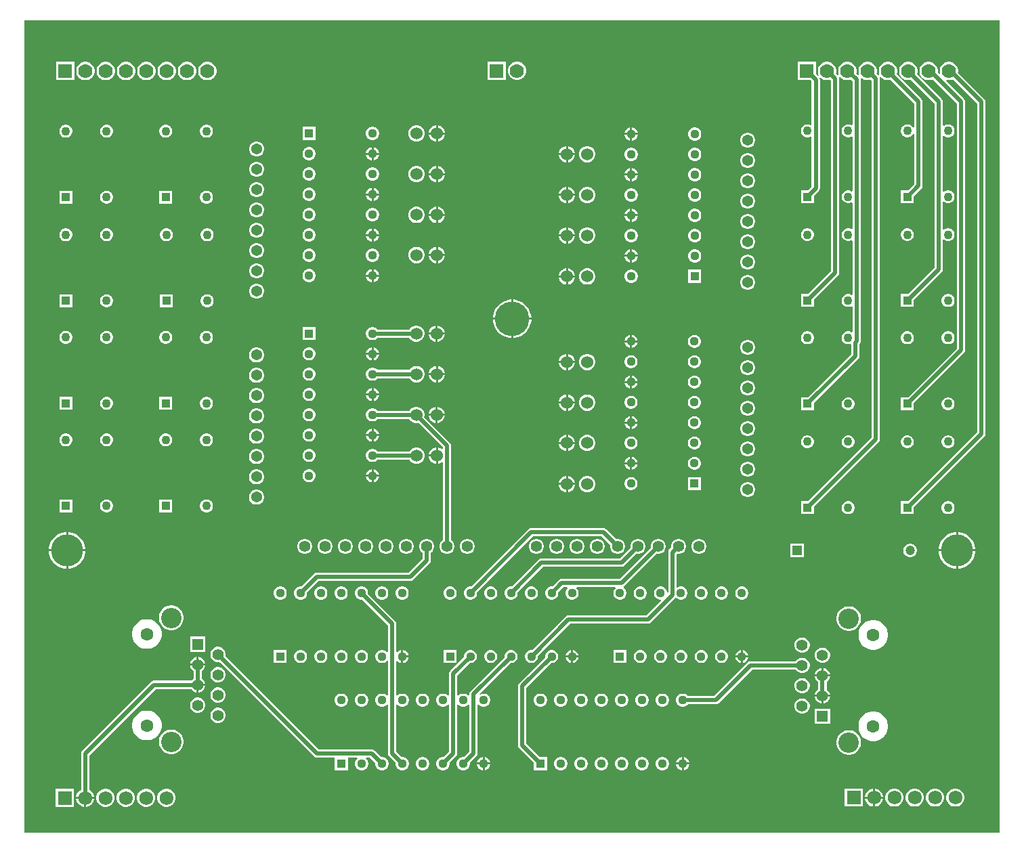
<source format=gbr>
G04*
G04 #@! TF.GenerationSoftware,Altium Limited,Altium Designer,23.7.1 (13)*
G04*
G04 Layer_Physical_Order=3*
G04 Layer_Color=16440176*
%FSLAX44Y44*%
%MOMM*%
G71*
G04*
G04 #@! TF.SameCoordinates,0CFD8679-3099-4179-8082-645FB237851B*
G04*
G04*
G04 #@! TF.FilePolarity,Positive*
G04*
G01*
G75*
%ADD33C,0.5080*%
%ADD37C,1.5240*%
%ADD38C,4.0000*%
%ADD39C,4.3180*%
%ADD40C,1.1300*%
%ADD41C,1.1000*%
%ADD42R,1.7780X1.7780*%
%ADD43C,1.7780*%
%ADD44C,1.3970*%
%ADD45R,1.1300X1.1300*%
%ADD46R,1.1300X1.1300*%
%ADD47C,1.6000*%
%ADD48C,2.5500*%
%ADD49C,1.4000*%
%ADD50R,1.4000X1.4000*%
%ADD51C,1.3650*%
%ADD52R,1.2000X1.2000*%
%ADD53C,1.2000*%
%ADD54R,1.7250X1.7250*%
%ADD55C,1.7250*%
%ADD56R,1.1000X1.1000*%
G36*
X1473200Y254000D02*
X254000D01*
Y1270000D01*
X1473200D01*
Y254000D01*
D02*
G37*
%LPC*%
G36*
X1411205Y1217930D02*
X1408195D01*
X1405288Y1217151D01*
X1402682Y1215646D01*
X1400554Y1213518D01*
X1399049Y1210912D01*
X1398270Y1208005D01*
Y1204995D01*
X1398564Y1203897D01*
X1397426Y1203239D01*
X1395717Y1204948D01*
X1395730Y1204995D01*
Y1208005D01*
X1394951Y1210912D01*
X1393446Y1213518D01*
X1391318Y1215646D01*
X1388712Y1217151D01*
X1385805Y1217930D01*
X1382795D01*
X1379888Y1217151D01*
X1377282Y1215646D01*
X1375154Y1213518D01*
X1373649Y1210912D01*
X1372870Y1208005D01*
Y1204995D01*
X1373649Y1202088D01*
X1375154Y1199482D01*
X1377282Y1197354D01*
X1379888Y1195849D01*
X1382795Y1195070D01*
X1385805D01*
X1388712Y1195849D01*
X1389634Y1196381D01*
X1419760Y1166255D01*
Y859753D01*
X1358485Y798478D01*
X1349730D01*
Y782398D01*
X1365810D01*
Y791153D01*
X1428602Y853945D01*
X1428602Y853945D01*
X1429725Y855626D01*
X1430119Y857608D01*
Y1168400D01*
X1429725Y1170382D01*
X1428602Y1172063D01*
X1406439Y1194226D01*
X1407097Y1195364D01*
X1408195Y1195070D01*
X1411205D01*
X1414112Y1195849D01*
X1415034Y1196381D01*
X1445161Y1166255D01*
Y755190D01*
X1358485Y668515D01*
X1349730D01*
Y652435D01*
X1365810D01*
Y661190D01*
X1454003Y749382D01*
X1455125Y751063D01*
X1455520Y753045D01*
Y1168400D01*
X1455125Y1170382D01*
X1454003Y1172063D01*
X1421117Y1204948D01*
X1421130Y1204995D01*
Y1208005D01*
X1420351Y1210912D01*
X1418846Y1213518D01*
X1416718Y1215646D01*
X1414112Y1217151D01*
X1411205Y1217930D01*
D02*
G37*
G36*
X1335005D02*
X1331995D01*
X1329088Y1217151D01*
X1326482Y1215646D01*
X1324354Y1213518D01*
X1322849Y1210912D01*
X1322070Y1208005D01*
Y1204995D01*
X1322849Y1202088D01*
X1322956Y1201903D01*
X1321922Y1201182D01*
X1319230Y1203875D01*
X1319530Y1204995D01*
Y1208005D01*
X1318751Y1210912D01*
X1317246Y1213518D01*
X1315118Y1215646D01*
X1312512Y1217151D01*
X1309605Y1217930D01*
X1306595D01*
X1303688Y1217151D01*
X1301082Y1215646D01*
X1298954Y1213518D01*
X1297449Y1210912D01*
X1296670Y1208005D01*
Y1204995D01*
X1297449Y1202088D01*
X1297498Y1202003D01*
X1296482Y1201223D01*
X1293830Y1203875D01*
X1294130Y1204995D01*
Y1208005D01*
X1293351Y1210912D01*
X1291846Y1213518D01*
X1289718Y1215646D01*
X1287112Y1217151D01*
X1284205Y1217930D01*
X1281195D01*
X1278288Y1217151D01*
X1275682Y1215646D01*
X1273554Y1213518D01*
X1272049Y1210912D01*
X1271270Y1208005D01*
Y1204995D01*
X1272049Y1202088D01*
X1272156Y1201903D01*
X1271123Y1201182D01*
X1268430Y1203875D01*
X1268730Y1204995D01*
Y1208005D01*
X1267951Y1210912D01*
X1266446Y1213518D01*
X1264318Y1215646D01*
X1261712Y1217151D01*
X1258805Y1217930D01*
X1255795D01*
X1252888Y1217151D01*
X1250282Y1215646D01*
X1248154Y1213518D01*
X1246649Y1210912D01*
X1245870Y1208005D01*
Y1204995D01*
X1246649Y1202088D01*
X1247171Y1201184D01*
X1246154Y1200405D01*
X1243330Y1203229D01*
Y1217930D01*
X1220470D01*
Y1195070D01*
X1236839D01*
X1238231Y1193678D01*
Y1139444D01*
X1236961Y1138710D01*
X1235934Y1139303D01*
X1233889Y1139851D01*
X1231772D01*
X1229727Y1139303D01*
X1227894Y1138245D01*
X1226397Y1136748D01*
X1225338Y1134915D01*
X1224790Y1132870D01*
Y1130753D01*
X1225338Y1128708D01*
X1226397Y1126875D01*
X1227894Y1125378D01*
X1229727Y1124319D01*
X1231772Y1123771D01*
X1233889D01*
X1235934Y1124319D01*
X1236961Y1124912D01*
X1238231Y1124179D01*
Y1062037D01*
X1233545Y1057351D01*
X1224790D01*
Y1041271D01*
X1240870D01*
Y1050026D01*
X1247073Y1056229D01*
X1247073Y1056229D01*
X1248195Y1057909D01*
X1248590Y1059891D01*
X1248590Y1059891D01*
Y1195824D01*
X1248236Y1197604D01*
X1248735Y1198077D01*
X1249283Y1198352D01*
X1250282Y1197354D01*
X1252888Y1195849D01*
X1255795Y1195070D01*
X1258805D01*
X1261144Y1195697D01*
X1262224Y1194851D01*
X1262281Y1194740D01*
Y956278D01*
X1233545Y927543D01*
X1224790D01*
Y911463D01*
X1240870D01*
Y920218D01*
X1271122Y950470D01*
X1271123Y950470D01*
X1272245Y952151D01*
X1272639Y954133D01*
Y1197520D01*
X1272334Y1199054D01*
X1273539Y1199507D01*
X1273554Y1199482D01*
X1275682Y1197354D01*
X1278288Y1195849D01*
X1281195Y1195070D01*
X1284205D01*
X1287112Y1195849D01*
X1287171Y1195883D01*
X1289231Y1193824D01*
Y1139444D01*
X1287961Y1138710D01*
X1286934Y1139303D01*
X1284889Y1139851D01*
X1282772D01*
X1280727Y1139303D01*
X1278894Y1138245D01*
X1277397Y1136748D01*
X1276338Y1134915D01*
X1275790Y1132870D01*
Y1130753D01*
X1276338Y1128708D01*
X1277397Y1126875D01*
X1278894Y1125378D01*
X1280727Y1124319D01*
X1282772Y1123771D01*
X1284889D01*
X1286934Y1124319D01*
X1287961Y1124912D01*
X1289231Y1124179D01*
Y1056943D01*
X1287961Y1056210D01*
X1286934Y1056803D01*
X1284889Y1057351D01*
X1282772D01*
X1280727Y1056803D01*
X1278894Y1055745D01*
X1277397Y1054248D01*
X1276338Y1052414D01*
X1275790Y1050370D01*
Y1048253D01*
X1276338Y1046208D01*
X1277397Y1044374D01*
X1278894Y1042878D01*
X1280727Y1041819D01*
X1282772Y1041271D01*
X1284889D01*
X1286934Y1041819D01*
X1287961Y1042412D01*
X1289231Y1041679D01*
Y1009635D01*
X1287961Y1008902D01*
X1286934Y1009495D01*
X1284889Y1010043D01*
X1282772D01*
X1280727Y1009495D01*
X1278894Y1008436D01*
X1277397Y1006939D01*
X1276338Y1005106D01*
X1275790Y1003061D01*
Y1000944D01*
X1276338Y998899D01*
X1277397Y997066D01*
X1278894Y995569D01*
X1280727Y994510D01*
X1282772Y993963D01*
X1284889D01*
X1286934Y994510D01*
X1287961Y995104D01*
X1289231Y994370D01*
Y927135D01*
X1287961Y926402D01*
X1286934Y926995D01*
X1284889Y927543D01*
X1282772D01*
X1280727Y926995D01*
X1278894Y925937D01*
X1277397Y924439D01*
X1276338Y922606D01*
X1275790Y920561D01*
Y918444D01*
X1276338Y916400D01*
X1277397Y914566D01*
X1278894Y913069D01*
X1280727Y912011D01*
X1282772Y911463D01*
X1284889D01*
X1286934Y912011D01*
X1287961Y912604D01*
X1289231Y911871D01*
Y880570D01*
X1287961Y879837D01*
X1286934Y880430D01*
X1284889Y880977D01*
X1282772D01*
X1280727Y880430D01*
X1278894Y879371D01*
X1277397Y877874D01*
X1276338Y876041D01*
X1275790Y873996D01*
Y871879D01*
X1276338Y869834D01*
X1277397Y868001D01*
X1278894Y866504D01*
X1280727Y865445D01*
X1282772Y864898D01*
X1284889D01*
X1286411Y865305D01*
X1287681Y864540D01*
Y852613D01*
X1233545Y798477D01*
X1224790D01*
Y782397D01*
X1240870D01*
Y791152D01*
X1296523Y846805D01*
X1297645Y848485D01*
X1298040Y850467D01*
Y864859D01*
X1298072Y864892D01*
X1298073Y864892D01*
X1298073Y864893D01*
X1298643Y865745D01*
X1299195Y866572D01*
X1299195Y866572D01*
X1299196Y866573D01*
X1299394Y867568D01*
X1299590Y868554D01*
X1299590Y868555D01*
X1299590Y868555D01*
Y1195970D01*
X1299322Y1197318D01*
X1300492Y1197943D01*
X1301082Y1197354D01*
X1303688Y1195849D01*
X1306595Y1195070D01*
X1309605D01*
X1311944Y1195697D01*
X1313024Y1194851D01*
X1313080Y1194740D01*
Y748051D01*
X1233545Y668515D01*
X1224790D01*
Y652435D01*
X1240870D01*
Y661190D01*
X1321922Y742243D01*
X1323045Y743923D01*
X1323439Y745905D01*
X1323439Y745905D01*
Y1197520D01*
X1323134Y1199054D01*
X1324339Y1199507D01*
X1324354Y1199482D01*
X1326482Y1197354D01*
X1329088Y1195849D01*
X1331995Y1195070D01*
X1335005D01*
X1337056Y1195620D01*
X1366420Y1166255D01*
Y1136118D01*
X1366162Y1135896D01*
X1364535Y1136174D01*
X1364204Y1136748D01*
X1362707Y1138245D01*
X1360874Y1139303D01*
X1358829Y1139851D01*
X1356712D01*
X1354667Y1139303D01*
X1352834Y1138245D01*
X1351337Y1136748D01*
X1350278Y1134915D01*
X1349730Y1132870D01*
Y1130753D01*
X1350278Y1128708D01*
X1351337Y1126875D01*
X1352834Y1125378D01*
X1354667Y1124319D01*
X1356712Y1123771D01*
X1358829D01*
X1360874Y1124319D01*
X1362707Y1125378D01*
X1364204Y1126875D01*
X1364535Y1127449D01*
X1366162Y1127726D01*
X1366420Y1127504D01*
Y1065286D01*
X1358485Y1057351D01*
X1349730D01*
Y1041271D01*
X1365810D01*
Y1050026D01*
X1375262Y1059478D01*
X1376385Y1061159D01*
X1376779Y1063141D01*
Y1168400D01*
X1376385Y1170382D01*
X1375262Y1172063D01*
X1344380Y1202944D01*
X1344930Y1204995D01*
Y1208005D01*
X1344151Y1210912D01*
X1342646Y1213518D01*
X1340518Y1215646D01*
X1337912Y1217151D01*
X1335005Y1217930D01*
D02*
G37*
G36*
X871404Y1218344D02*
X868395D01*
X865488Y1217566D01*
X862881Y1216061D01*
X860753Y1213933D01*
X859249Y1211326D01*
X858470Y1208419D01*
Y1205410D01*
X859249Y1202503D01*
X860753Y1199896D01*
X862881Y1197768D01*
X865488Y1196264D01*
X868395Y1195484D01*
X871404D01*
X874312Y1196264D01*
X876918Y1197768D01*
X879046Y1199896D01*
X880551Y1202503D01*
X881330Y1205410D01*
Y1208419D01*
X880551Y1211326D01*
X879046Y1213933D01*
X876918Y1216061D01*
X874312Y1217566D01*
X871404Y1218344D01*
D02*
G37*
G36*
X855930D02*
X833070D01*
Y1195484D01*
X855930D01*
Y1218344D01*
D02*
G37*
G36*
X484105Y1217930D02*
X481095D01*
X478188Y1217151D01*
X475582Y1215646D01*
X473454Y1213518D01*
X471949Y1210912D01*
X471170Y1208005D01*
Y1204995D01*
X471949Y1202088D01*
X473454Y1199482D01*
X475582Y1197354D01*
X478188Y1195849D01*
X481095Y1195070D01*
X484105D01*
X487012Y1195849D01*
X489618Y1197354D01*
X491746Y1199482D01*
X493251Y1202088D01*
X494030Y1204995D01*
Y1208005D01*
X493251Y1210912D01*
X491746Y1213518D01*
X489618Y1215646D01*
X487012Y1217151D01*
X484105Y1217930D01*
D02*
G37*
G36*
X458705D02*
X455695D01*
X452788Y1217151D01*
X450182Y1215646D01*
X448054Y1213518D01*
X446549Y1210912D01*
X445770Y1208005D01*
Y1204995D01*
X446549Y1202088D01*
X448054Y1199482D01*
X450182Y1197354D01*
X452788Y1195849D01*
X455695Y1195070D01*
X458705D01*
X461612Y1195849D01*
X464218Y1197354D01*
X466346Y1199482D01*
X467851Y1202088D01*
X468630Y1204995D01*
Y1208005D01*
X467851Y1210912D01*
X466346Y1213518D01*
X464218Y1215646D01*
X461612Y1217151D01*
X458705Y1217930D01*
D02*
G37*
G36*
X433305D02*
X430295D01*
X427388Y1217151D01*
X424782Y1215646D01*
X422654Y1213518D01*
X421149Y1210912D01*
X420370Y1208005D01*
Y1204995D01*
X421149Y1202088D01*
X422654Y1199482D01*
X424782Y1197354D01*
X427388Y1195849D01*
X430295Y1195070D01*
X433305D01*
X436212Y1195849D01*
X438818Y1197354D01*
X440946Y1199482D01*
X442451Y1202088D01*
X443230Y1204995D01*
Y1208005D01*
X442451Y1210912D01*
X440946Y1213518D01*
X438818Y1215646D01*
X436212Y1217151D01*
X433305Y1217930D01*
D02*
G37*
G36*
X407905D02*
X404895D01*
X401988Y1217151D01*
X399382Y1215646D01*
X397254Y1213518D01*
X395749Y1210912D01*
X394970Y1208005D01*
Y1204995D01*
X395749Y1202088D01*
X397254Y1199482D01*
X399382Y1197354D01*
X401988Y1195849D01*
X404895Y1195070D01*
X407905D01*
X410812Y1195849D01*
X413418Y1197354D01*
X415546Y1199482D01*
X417051Y1202088D01*
X417830Y1204995D01*
Y1208005D01*
X417051Y1210912D01*
X415546Y1213518D01*
X413418Y1215646D01*
X410812Y1217151D01*
X407905Y1217930D01*
D02*
G37*
G36*
X382505D02*
X379495D01*
X376588Y1217151D01*
X373982Y1215646D01*
X371854Y1213518D01*
X370349Y1210912D01*
X369570Y1208005D01*
Y1204995D01*
X370349Y1202088D01*
X371854Y1199482D01*
X373982Y1197354D01*
X376588Y1195849D01*
X379495Y1195070D01*
X382505D01*
X385412Y1195849D01*
X388018Y1197354D01*
X390146Y1199482D01*
X391651Y1202088D01*
X392430Y1204995D01*
Y1208005D01*
X391651Y1210912D01*
X390146Y1213518D01*
X388018Y1215646D01*
X385412Y1217151D01*
X382505Y1217930D01*
D02*
G37*
G36*
X357105D02*
X354095D01*
X351188Y1217151D01*
X348582Y1215646D01*
X346454Y1213518D01*
X344949Y1210912D01*
X344170Y1208005D01*
Y1204995D01*
X344949Y1202088D01*
X346454Y1199482D01*
X348582Y1197354D01*
X351188Y1195849D01*
X354095Y1195070D01*
X357105D01*
X360012Y1195849D01*
X362618Y1197354D01*
X364746Y1199482D01*
X366251Y1202088D01*
X367030Y1204995D01*
Y1208005D01*
X366251Y1210912D01*
X364746Y1213518D01*
X362618Y1215646D01*
X360012Y1217151D01*
X357105Y1217930D01*
D02*
G37*
G36*
X331705D02*
X328695D01*
X325788Y1217151D01*
X323182Y1215646D01*
X321054Y1213518D01*
X319549Y1210912D01*
X318770Y1208005D01*
Y1204995D01*
X319549Y1202088D01*
X321054Y1199482D01*
X323182Y1197354D01*
X325788Y1195849D01*
X328695Y1195070D01*
X331705D01*
X334612Y1195849D01*
X337218Y1197354D01*
X339346Y1199482D01*
X340851Y1202088D01*
X341630Y1204995D01*
Y1208005D01*
X340851Y1210912D01*
X339346Y1213518D01*
X337218Y1215646D01*
X334612Y1217151D01*
X331705Y1217930D01*
D02*
G37*
G36*
X316230D02*
X293370D01*
Y1195070D01*
X316230D01*
Y1217930D01*
D02*
G37*
G36*
X770958Y1138740D02*
X770890D01*
Y1129850D01*
X779780D01*
Y1129917D01*
X779088Y1132501D01*
X777750Y1134818D01*
X775858Y1136710D01*
X773542Y1138047D01*
X770958Y1138740D01*
D02*
G37*
G36*
X768350D02*
X768282D01*
X765698Y1138047D01*
X763382Y1136710D01*
X761490Y1134818D01*
X760152Y1132501D01*
X759460Y1129917D01*
Y1129850D01*
X768350D01*
Y1138740D01*
D02*
G37*
G36*
X1013872Y1135986D02*
Y1129118D01*
X1020740D01*
X1020233Y1131009D01*
X1019155Y1132877D01*
X1017630Y1134401D01*
X1015763Y1135480D01*
X1013872Y1135986D01*
D02*
G37*
G36*
X1011331D02*
X1009440Y1135480D01*
X1007573Y1134401D01*
X1006048Y1132877D01*
X1004970Y1131009D01*
X1004463Y1129118D01*
X1011331D01*
Y1135986D01*
D02*
G37*
G36*
X1360405Y1217930D02*
X1357395D01*
X1354488Y1217151D01*
X1351882Y1215646D01*
X1349754Y1213518D01*
X1348249Y1210912D01*
X1347470Y1208005D01*
Y1204995D01*
X1348249Y1202088D01*
X1349754Y1199482D01*
X1351882Y1197354D01*
X1354488Y1195849D01*
X1357395Y1195070D01*
X1360405D01*
X1362455Y1195620D01*
X1391821Y1166255D01*
Y960878D01*
X1358485Y927543D01*
X1349730D01*
Y911463D01*
X1365810D01*
Y920218D01*
X1400662Y955070D01*
X1400663Y955070D01*
X1401785Y956750D01*
X1402180Y958733D01*
X1402180Y958733D01*
Y995427D01*
X1403450Y995953D01*
X1403833Y995569D01*
X1405667Y994510D01*
X1407711Y993963D01*
X1409828D01*
X1411873Y994510D01*
X1413707Y995569D01*
X1415203Y997066D01*
X1416262Y998899D01*
X1416810Y1000944D01*
Y1003061D01*
X1416262Y1005106D01*
X1415203Y1006939D01*
X1413707Y1008436D01*
X1411873Y1009495D01*
X1409828Y1010043D01*
X1407711D01*
X1405667Y1009495D01*
X1403833Y1008436D01*
X1403450Y1008053D01*
X1402180Y1008579D01*
Y1042735D01*
X1403450Y1043261D01*
X1403833Y1042878D01*
X1405667Y1041819D01*
X1407711Y1041271D01*
X1409828D01*
X1411873Y1041819D01*
X1413707Y1042878D01*
X1415203Y1044374D01*
X1416262Y1046208D01*
X1416810Y1048253D01*
Y1050370D01*
X1416262Y1052414D01*
X1415203Y1054248D01*
X1413707Y1055745D01*
X1411873Y1056803D01*
X1409828Y1057351D01*
X1407711D01*
X1405667Y1056803D01*
X1403833Y1055745D01*
X1403450Y1055361D01*
X1402180Y1055887D01*
Y1125235D01*
X1403450Y1125761D01*
X1403833Y1125378D01*
X1405667Y1124319D01*
X1407711Y1123771D01*
X1409828D01*
X1411873Y1124319D01*
X1413707Y1125378D01*
X1415203Y1126875D01*
X1416262Y1128708D01*
X1416810Y1130753D01*
Y1132870D01*
X1416262Y1134915D01*
X1415203Y1136748D01*
X1413707Y1138245D01*
X1411873Y1139303D01*
X1409828Y1139851D01*
X1407711D01*
X1405667Y1139303D01*
X1403833Y1138245D01*
X1403450Y1137861D01*
X1402180Y1138387D01*
Y1168400D01*
X1401785Y1170382D01*
X1400663Y1172063D01*
X1369780Y1202944D01*
X1370330Y1204995D01*
Y1208005D01*
X1369551Y1210912D01*
X1368046Y1213518D01*
X1365918Y1215646D01*
X1363312Y1217151D01*
X1360405Y1217930D01*
D02*
G37*
G36*
X482728Y1139405D02*
X480611D01*
X478567Y1138857D01*
X476733Y1137799D01*
X475236Y1136302D01*
X474178Y1134469D01*
X473630Y1132424D01*
Y1130307D01*
X474178Y1128262D01*
X475236Y1126429D01*
X476733Y1124932D01*
X478567Y1123873D01*
X480611Y1123325D01*
X482728D01*
X484773Y1123873D01*
X486606Y1124932D01*
X488103Y1126429D01*
X489162Y1128262D01*
X489710Y1130307D01*
Y1132424D01*
X489162Y1134469D01*
X488103Y1136302D01*
X486606Y1137799D01*
X484773Y1138857D01*
X482728Y1139405D01*
D02*
G37*
G36*
X431729D02*
X429612D01*
X427567Y1138857D01*
X425733Y1137799D01*
X424237Y1136302D01*
X423178Y1134469D01*
X422630Y1132424D01*
Y1130307D01*
X423178Y1128262D01*
X424237Y1126429D01*
X425733Y1124932D01*
X427567Y1123873D01*
X429612Y1123325D01*
X431729D01*
X433773Y1123873D01*
X435607Y1124932D01*
X437104Y1126429D01*
X438162Y1128262D01*
X438710Y1130307D01*
Y1132424D01*
X438162Y1134469D01*
X437104Y1136302D01*
X435607Y1137799D01*
X433773Y1138857D01*
X431729Y1139405D01*
D02*
G37*
G36*
X357789D02*
X355672D01*
X353627Y1138857D01*
X351794Y1137799D01*
X350297Y1136302D01*
X349238Y1134469D01*
X348690Y1132424D01*
Y1130307D01*
X349238Y1128262D01*
X350297Y1126429D01*
X351794Y1124932D01*
X353627Y1123873D01*
X355672Y1123325D01*
X357789D01*
X359834Y1123873D01*
X361667Y1124932D01*
X363164Y1126429D01*
X364222Y1128262D01*
X364770Y1130307D01*
Y1132424D01*
X364222Y1134469D01*
X363164Y1136302D01*
X361667Y1137799D01*
X359834Y1138857D01*
X357789Y1139405D01*
D02*
G37*
G36*
X306789D02*
X304672D01*
X302627Y1138857D01*
X300793Y1137799D01*
X299297Y1136302D01*
X298238Y1134469D01*
X297690Y1132424D01*
Y1130307D01*
X298238Y1128262D01*
X299297Y1126429D01*
X300793Y1124932D01*
X302627Y1123873D01*
X304672Y1123325D01*
X306789D01*
X308834Y1123873D01*
X310667Y1124932D01*
X312164Y1126429D01*
X313222Y1128262D01*
X313770Y1130307D01*
Y1132424D01*
X313222Y1134469D01*
X312164Y1136302D01*
X310667Y1137799D01*
X308834Y1138857D01*
X306789Y1139405D01*
D02*
G37*
G36*
X690298Y1136676D02*
X688141D01*
X686058Y1136118D01*
X684191Y1135040D01*
X682666Y1133515D01*
X681588Y1131647D01*
X681029Y1129564D01*
Y1127408D01*
X681588Y1125325D01*
X682666Y1123457D01*
X684191Y1121932D01*
X686058Y1120854D01*
X688141Y1120296D01*
X690298D01*
X692381Y1120854D01*
X694248Y1121932D01*
X695773Y1123457D01*
X696851Y1125325D01*
X697409Y1127408D01*
Y1129564D01*
X696851Y1131647D01*
X695773Y1133515D01*
X694248Y1135040D01*
X692381Y1136118D01*
X690298Y1136676D01*
D02*
G37*
G36*
X618009D02*
X601629D01*
Y1120296D01*
X618009D01*
Y1136676D01*
D02*
G37*
G36*
X1020740Y1126578D02*
X1013872D01*
Y1119709D01*
X1015763Y1120216D01*
X1017630Y1121294D01*
X1019155Y1122819D01*
X1020233Y1124687D01*
X1020740Y1126578D01*
D02*
G37*
G36*
X1011331D02*
X1004463D01*
X1004970Y1124687D01*
X1006048Y1122819D01*
X1007573Y1121294D01*
X1009440Y1120216D01*
X1011331Y1119709D01*
Y1126578D01*
D02*
G37*
G36*
X1093080Y1136038D02*
X1090923D01*
X1088840Y1135480D01*
X1086973Y1134401D01*
X1085448Y1132877D01*
X1084370Y1131009D01*
X1083811Y1128926D01*
Y1126770D01*
X1084370Y1124687D01*
X1085448Y1122819D01*
X1086973Y1121294D01*
X1088840Y1120216D01*
X1090923Y1119658D01*
X1093080D01*
X1095163Y1120216D01*
X1097030Y1121294D01*
X1098555Y1122819D01*
X1099633Y1124687D01*
X1100191Y1126770D01*
Y1128926D01*
X1099633Y1131009D01*
X1098555Y1132877D01*
X1097030Y1134401D01*
X1095163Y1135480D01*
X1093080Y1136038D01*
D02*
G37*
G36*
X779780Y1127310D02*
X770890D01*
Y1118420D01*
X770958D01*
X773542Y1119112D01*
X775858Y1120450D01*
X777750Y1122341D01*
X779088Y1124658D01*
X779780Y1127242D01*
Y1127310D01*
D02*
G37*
G36*
X768350D02*
X759460D01*
Y1127242D01*
X760152Y1124658D01*
X761490Y1122341D01*
X763382Y1120450D01*
X765698Y1119112D01*
X768282Y1118420D01*
X768350D01*
Y1127310D01*
D02*
G37*
G36*
X745558Y1138740D02*
X742882D01*
X740298Y1138047D01*
X737982Y1136710D01*
X736090Y1134818D01*
X734752Y1132501D01*
X734060Y1129917D01*
Y1127242D01*
X734752Y1124658D01*
X736090Y1122341D01*
X737982Y1120450D01*
X740298Y1119112D01*
X742882Y1118420D01*
X745558D01*
X748142Y1119112D01*
X750458Y1120450D01*
X752350Y1122341D01*
X753688Y1124658D01*
X754380Y1127242D01*
Y1129917D01*
X753688Y1132501D01*
X752350Y1134818D01*
X750458Y1136710D01*
X748142Y1138047D01*
X745558Y1138740D01*
D02*
G37*
G36*
X1159473Y1129505D02*
X1157007D01*
X1154625Y1128867D01*
X1152490Y1127634D01*
X1150746Y1125890D01*
X1149513Y1123755D01*
X1148875Y1121373D01*
Y1118907D01*
X1149513Y1116525D01*
X1150746Y1114390D01*
X1152490Y1112646D01*
X1154625Y1111413D01*
X1157007Y1110775D01*
X1159473D01*
X1161855Y1111413D01*
X1163990Y1112646D01*
X1165734Y1114390D01*
X1166967Y1116525D01*
X1167605Y1118907D01*
Y1121373D01*
X1166967Y1123755D01*
X1165734Y1125890D01*
X1163990Y1127634D01*
X1161855Y1128867D01*
X1159473Y1129505D01*
D02*
G37*
G36*
X690489Y1111225D02*
Y1104356D01*
X697358D01*
X696851Y1106247D01*
X695773Y1108115D01*
X694248Y1109640D01*
X692381Y1110718D01*
X690489Y1111225D01*
D02*
G37*
G36*
X687949D02*
X686058Y1110718D01*
X684191Y1109640D01*
X682666Y1108115D01*
X681588Y1106247D01*
X681081Y1104356D01*
X687949D01*
Y1111225D01*
D02*
G37*
G36*
X933518Y1112669D02*
X933450D01*
Y1103779D01*
X942340D01*
Y1103846D01*
X941648Y1106430D01*
X940310Y1108747D01*
X938418Y1110639D01*
X936102Y1111976D01*
X933518Y1112669D01*
D02*
G37*
G36*
X930910D02*
X930842D01*
X928258Y1111976D01*
X925942Y1110639D01*
X924050Y1108747D01*
X922712Y1106430D01*
X922020Y1103846D01*
Y1103779D01*
X930910D01*
Y1112669D01*
D02*
G37*
G36*
X545534Y1118630D02*
X543068D01*
X540686Y1117992D01*
X538550Y1116759D01*
X536807Y1115015D01*
X535574Y1112880D01*
X534936Y1110498D01*
Y1108032D01*
X535574Y1105650D01*
X536807Y1103515D01*
X538550Y1101771D01*
X540686Y1100538D01*
X543068Y1099900D01*
X545534D01*
X547915Y1100538D01*
X550051Y1101771D01*
X551795Y1103515D01*
X553027Y1105650D01*
X553666Y1108032D01*
Y1110498D01*
X553027Y1112880D01*
X551795Y1115015D01*
X550051Y1116759D01*
X547915Y1117992D01*
X545534Y1118630D01*
D02*
G37*
G36*
X697358Y1101816D02*
X690489D01*
Y1094947D01*
X692381Y1095454D01*
X694248Y1096532D01*
X695773Y1098057D01*
X696851Y1099925D01*
X697358Y1101816D01*
D02*
G37*
G36*
X687949D02*
X681081D01*
X681588Y1099925D01*
X682666Y1098057D01*
X684191Y1096532D01*
X686058Y1095454D01*
X687949Y1094947D01*
Y1101816D01*
D02*
G37*
G36*
X610898Y1111276D02*
X608741D01*
X606658Y1110718D01*
X604791Y1109640D01*
X603266Y1108115D01*
X602188Y1106247D01*
X601629Y1104164D01*
Y1102008D01*
X602188Y1099925D01*
X603266Y1098057D01*
X604791Y1096532D01*
X606658Y1095454D01*
X608741Y1094896D01*
X610898D01*
X612981Y1095454D01*
X614848Y1096532D01*
X616373Y1098057D01*
X617451Y1099925D01*
X618009Y1102008D01*
Y1104164D01*
X617451Y1106247D01*
X616373Y1108115D01*
X614848Y1109640D01*
X612981Y1110718D01*
X610898Y1111276D01*
D02*
G37*
G36*
X1093080Y1110638D02*
X1090923D01*
X1088840Y1110080D01*
X1086973Y1109001D01*
X1085448Y1107477D01*
X1084370Y1105609D01*
X1083811Y1103526D01*
Y1101370D01*
X1084370Y1099287D01*
X1085448Y1097419D01*
X1086973Y1095894D01*
X1088840Y1094816D01*
X1090923Y1094258D01*
X1093080D01*
X1095163Y1094816D01*
X1097030Y1095894D01*
X1098555Y1097419D01*
X1099633Y1099287D01*
X1100191Y1101370D01*
Y1103526D01*
X1099633Y1105609D01*
X1098555Y1107477D01*
X1097030Y1109001D01*
X1095163Y1110080D01*
X1093080Y1110638D01*
D02*
G37*
G36*
X1013680D02*
X1011523D01*
X1009440Y1110080D01*
X1007573Y1109001D01*
X1006048Y1107477D01*
X1004970Y1105609D01*
X1004411Y1103526D01*
Y1101370D01*
X1004970Y1099287D01*
X1006048Y1097419D01*
X1007573Y1095894D01*
X1009440Y1094816D01*
X1011523Y1094258D01*
X1013680D01*
X1015763Y1094816D01*
X1017630Y1095894D01*
X1019155Y1097419D01*
X1020233Y1099287D01*
X1020791Y1101370D01*
Y1103526D01*
X1020233Y1105609D01*
X1019155Y1107477D01*
X1017630Y1109001D01*
X1015763Y1110080D01*
X1013680Y1110638D01*
D02*
G37*
G36*
X958918Y1112669D02*
X956242D01*
X953658Y1111976D01*
X951342Y1110639D01*
X949450Y1108747D01*
X948112Y1106430D01*
X947420Y1103846D01*
Y1101171D01*
X948112Y1098587D01*
X949450Y1096270D01*
X951342Y1094379D01*
X953658Y1093041D01*
X956242Y1092349D01*
X958918D01*
X961502Y1093041D01*
X963818Y1094379D01*
X965710Y1096270D01*
X967048Y1098587D01*
X967740Y1101171D01*
Y1103846D01*
X967048Y1106430D01*
X965710Y1108747D01*
X963818Y1110639D01*
X961502Y1111976D01*
X958918Y1112669D01*
D02*
G37*
G36*
X942340Y1101239D02*
X933450D01*
Y1092349D01*
X933518D01*
X936102Y1093041D01*
X938418Y1094379D01*
X940310Y1096270D01*
X941648Y1098587D01*
X942340Y1101171D01*
Y1101239D01*
D02*
G37*
G36*
X930910D02*
X922020D01*
Y1101171D01*
X922712Y1098587D01*
X924050Y1096270D01*
X925942Y1094379D01*
X928258Y1093041D01*
X930842Y1092349D01*
X930910D01*
Y1101239D01*
D02*
G37*
G36*
X1159473Y1104105D02*
X1157007D01*
X1154625Y1103467D01*
X1152490Y1102234D01*
X1150746Y1100490D01*
X1149513Y1098355D01*
X1148875Y1095973D01*
Y1093507D01*
X1149513Y1091125D01*
X1150746Y1088990D01*
X1152490Y1087246D01*
X1154625Y1086013D01*
X1157007Y1085375D01*
X1159473D01*
X1161855Y1086013D01*
X1163990Y1087246D01*
X1165734Y1088990D01*
X1166967Y1091125D01*
X1167605Y1093507D01*
Y1095973D01*
X1166967Y1098355D01*
X1165734Y1100490D01*
X1163990Y1102234D01*
X1161855Y1103467D01*
X1159473Y1104105D01*
D02*
G37*
G36*
X770958Y1087957D02*
X770890D01*
Y1079067D01*
X779780D01*
Y1079134D01*
X779088Y1081718D01*
X777750Y1084035D01*
X775858Y1085927D01*
X773542Y1087264D01*
X770958Y1087957D01*
D02*
G37*
G36*
X768350D02*
X768282D01*
X765698Y1087264D01*
X763382Y1085927D01*
X761490Y1084035D01*
X760152Y1081718D01*
X759460Y1079134D01*
Y1079067D01*
X768350D01*
Y1087957D01*
D02*
G37*
G36*
X1013872Y1085186D02*
Y1078318D01*
X1020740D01*
X1020233Y1080209D01*
X1019155Y1082077D01*
X1017630Y1083602D01*
X1015763Y1084680D01*
X1013872Y1085186D01*
D02*
G37*
G36*
X1011331D02*
X1009440Y1084680D01*
X1007573Y1083602D01*
X1006048Y1082077D01*
X1004970Y1080209D01*
X1004463Y1078318D01*
X1011331D01*
Y1085186D01*
D02*
G37*
G36*
X545534Y1093230D02*
X543068D01*
X540686Y1092592D01*
X538550Y1091359D01*
X536807Y1089615D01*
X535574Y1087480D01*
X534936Y1085098D01*
Y1082632D01*
X535574Y1080250D01*
X536807Y1078115D01*
X538550Y1076371D01*
X540686Y1075138D01*
X543068Y1074500D01*
X545534D01*
X547915Y1075138D01*
X550051Y1076371D01*
X551795Y1078115D01*
X553027Y1080250D01*
X553666Y1082632D01*
Y1085098D01*
X553027Y1087480D01*
X551795Y1089615D01*
X550051Y1091359D01*
X547915Y1092592D01*
X545534Y1093230D01*
D02*
G37*
G36*
X690298Y1085876D02*
X688141D01*
X686058Y1085318D01*
X684191Y1084240D01*
X682666Y1082715D01*
X681588Y1080847D01*
X681029Y1078764D01*
Y1076608D01*
X681588Y1074525D01*
X682666Y1072657D01*
X684191Y1071132D01*
X686058Y1070054D01*
X688141Y1069496D01*
X690298D01*
X692381Y1070054D01*
X694248Y1071132D01*
X695773Y1072657D01*
X696851Y1074525D01*
X697409Y1076608D01*
Y1078764D01*
X696851Y1080847D01*
X695773Y1082715D01*
X694248Y1084240D01*
X692381Y1085318D01*
X690298Y1085876D01*
D02*
G37*
G36*
X610898D02*
X608741D01*
X606658Y1085318D01*
X604791Y1084240D01*
X603266Y1082715D01*
X602188Y1080847D01*
X601629Y1078764D01*
Y1076608D01*
X602188Y1074525D01*
X603266Y1072657D01*
X604791Y1071132D01*
X606658Y1070054D01*
X608741Y1069496D01*
X610898D01*
X612981Y1070054D01*
X614848Y1071132D01*
X616373Y1072657D01*
X617451Y1074525D01*
X618009Y1076608D01*
Y1078764D01*
X617451Y1080847D01*
X616373Y1082715D01*
X614848Y1084240D01*
X612981Y1085318D01*
X610898Y1085876D01*
D02*
G37*
G36*
X1020740Y1075778D02*
X1013872D01*
Y1068909D01*
X1015763Y1069416D01*
X1017630Y1070494D01*
X1019155Y1072019D01*
X1020233Y1073887D01*
X1020740Y1075778D01*
D02*
G37*
G36*
X1011331D02*
X1004463D01*
X1004970Y1073887D01*
X1006048Y1072019D01*
X1007573Y1070494D01*
X1009440Y1069416D01*
X1011331Y1068909D01*
Y1075778D01*
D02*
G37*
G36*
X1093080Y1085238D02*
X1090923D01*
X1088840Y1084680D01*
X1086973Y1083602D01*
X1085448Y1082077D01*
X1084370Y1080209D01*
X1083811Y1078126D01*
Y1075970D01*
X1084370Y1073887D01*
X1085448Y1072019D01*
X1086973Y1070494D01*
X1088840Y1069416D01*
X1090923Y1068858D01*
X1093080D01*
X1095163Y1069416D01*
X1097030Y1070494D01*
X1098555Y1072019D01*
X1099633Y1073887D01*
X1100191Y1075970D01*
Y1078126D01*
X1099633Y1080209D01*
X1098555Y1082077D01*
X1097030Y1083602D01*
X1095163Y1084680D01*
X1093080Y1085238D01*
D02*
G37*
G36*
X779780Y1076527D02*
X770890D01*
Y1067637D01*
X770958D01*
X773542Y1068329D01*
X775858Y1069667D01*
X777750Y1071558D01*
X779088Y1073875D01*
X779780Y1076459D01*
Y1076527D01*
D02*
G37*
G36*
X768350D02*
X759460D01*
Y1076459D01*
X760152Y1073875D01*
X761490Y1071558D01*
X763382Y1069667D01*
X765698Y1068329D01*
X768282Y1067637D01*
X768350D01*
Y1076527D01*
D02*
G37*
G36*
X745558Y1087957D02*
X742882D01*
X740298Y1087264D01*
X737982Y1085927D01*
X736090Y1084035D01*
X734752Y1081718D01*
X734060Y1079134D01*
Y1076459D01*
X734752Y1073875D01*
X736090Y1071558D01*
X737982Y1069667D01*
X740298Y1068329D01*
X742882Y1067637D01*
X745558D01*
X748142Y1068329D01*
X750458Y1069667D01*
X752350Y1071558D01*
X753688Y1073875D01*
X754380Y1076459D01*
Y1079134D01*
X753688Y1081718D01*
X752350Y1084035D01*
X750458Y1085927D01*
X748142Y1087264D01*
X745558Y1087957D01*
D02*
G37*
G36*
X1159473Y1078705D02*
X1157007D01*
X1154625Y1078067D01*
X1152490Y1076834D01*
X1150746Y1075090D01*
X1149513Y1072955D01*
X1148875Y1070573D01*
Y1068107D01*
X1149513Y1065725D01*
X1150746Y1063590D01*
X1152490Y1061846D01*
X1154625Y1060613D01*
X1157007Y1059975D01*
X1159473D01*
X1161855Y1060613D01*
X1163990Y1061846D01*
X1165734Y1063590D01*
X1166967Y1065725D01*
X1167605Y1068107D01*
Y1070573D01*
X1166967Y1072955D01*
X1165734Y1075090D01*
X1163990Y1076834D01*
X1161855Y1078067D01*
X1159473Y1078705D01*
D02*
G37*
G36*
X690489Y1060424D02*
Y1053556D01*
X697358D01*
X696851Y1055447D01*
X695773Y1057315D01*
X694248Y1058840D01*
X692381Y1059918D01*
X690489Y1060424D01*
D02*
G37*
G36*
X687949D02*
X686058Y1059918D01*
X684191Y1058840D01*
X682666Y1057315D01*
X681588Y1055447D01*
X681081Y1053556D01*
X687949D01*
Y1060424D01*
D02*
G37*
G36*
X933518Y1061772D02*
X933450D01*
Y1052882D01*
X942340D01*
Y1052950D01*
X941648Y1055534D01*
X940310Y1057850D01*
X938418Y1059742D01*
X936102Y1061080D01*
X933518Y1061772D01*
D02*
G37*
G36*
X930910D02*
X930842D01*
X928258Y1061080D01*
X925942Y1059742D01*
X924050Y1057850D01*
X922712Y1055534D01*
X922020Y1052950D01*
Y1052882D01*
X930910D01*
Y1061772D01*
D02*
G37*
G36*
X545534Y1067830D02*
X543068D01*
X540686Y1067192D01*
X538550Y1065959D01*
X536807Y1064215D01*
X535574Y1062080D01*
X534936Y1059698D01*
Y1057232D01*
X535574Y1054850D01*
X536807Y1052715D01*
X538550Y1050971D01*
X540686Y1049738D01*
X543068Y1049100D01*
X545534D01*
X547915Y1049738D01*
X550051Y1050971D01*
X551795Y1052715D01*
X553027Y1054850D01*
X553666Y1057232D01*
Y1059698D01*
X553027Y1062080D01*
X551795Y1064215D01*
X550051Y1065959D01*
X547915Y1067192D01*
X545534Y1067830D01*
D02*
G37*
G36*
X697358Y1051016D02*
X690489D01*
Y1044147D01*
X692381Y1044654D01*
X694248Y1045732D01*
X695773Y1047257D01*
X696851Y1049125D01*
X697358Y1051016D01*
D02*
G37*
G36*
X687949D02*
X681081D01*
X681588Y1049125D01*
X682666Y1047257D01*
X684191Y1045732D01*
X686058Y1044654D01*
X687949Y1044147D01*
Y1051016D01*
D02*
G37*
G36*
X610898Y1060476D02*
X608741D01*
X606658Y1059918D01*
X604791Y1058840D01*
X603266Y1057315D01*
X602188Y1055447D01*
X601629Y1053364D01*
Y1051208D01*
X602188Y1049125D01*
X603266Y1047257D01*
X604791Y1045732D01*
X606658Y1044654D01*
X608741Y1044096D01*
X610898D01*
X612981Y1044654D01*
X614848Y1045732D01*
X616373Y1047257D01*
X617451Y1049125D01*
X618009Y1051208D01*
Y1053364D01*
X617451Y1055447D01*
X616373Y1057315D01*
X614848Y1058840D01*
X612981Y1059918D01*
X610898Y1060476D01*
D02*
G37*
G36*
X1093080Y1059838D02*
X1090923D01*
X1088840Y1059280D01*
X1086973Y1058202D01*
X1085448Y1056677D01*
X1084370Y1054809D01*
X1083811Y1052726D01*
Y1050570D01*
X1084370Y1048487D01*
X1085448Y1046619D01*
X1086973Y1045094D01*
X1088840Y1044016D01*
X1090923Y1043458D01*
X1093080D01*
X1095163Y1044016D01*
X1097030Y1045094D01*
X1098555Y1046619D01*
X1099633Y1048487D01*
X1100191Y1050570D01*
Y1052726D01*
X1099633Y1054809D01*
X1098555Y1056677D01*
X1097030Y1058202D01*
X1095163Y1059280D01*
X1093080Y1059838D01*
D02*
G37*
G36*
X1013680D02*
X1011523D01*
X1009440Y1059280D01*
X1007573Y1058202D01*
X1006048Y1056677D01*
X1004970Y1054809D01*
X1004411Y1052726D01*
Y1050570D01*
X1004970Y1048487D01*
X1006048Y1046619D01*
X1007573Y1045094D01*
X1009440Y1044016D01*
X1011523Y1043458D01*
X1013680D01*
X1015763Y1044016D01*
X1017630Y1045094D01*
X1019155Y1046619D01*
X1020233Y1048487D01*
X1020791Y1050570D01*
Y1052726D01*
X1020233Y1054809D01*
X1019155Y1056677D01*
X1017630Y1058202D01*
X1015763Y1059280D01*
X1013680Y1059838D01*
D02*
G37*
G36*
X958918Y1061772D02*
X956242D01*
X953658Y1061080D01*
X951342Y1059742D01*
X949450Y1057850D01*
X948112Y1055534D01*
X947420Y1052950D01*
Y1050275D01*
X948112Y1047691D01*
X949450Y1045374D01*
X951342Y1043482D01*
X953658Y1042144D01*
X956242Y1041452D01*
X958918D01*
X961502Y1042144D01*
X963818Y1043482D01*
X965710Y1045374D01*
X967048Y1047691D01*
X967740Y1050275D01*
Y1052950D01*
X967048Y1055534D01*
X965710Y1057850D01*
X963818Y1059742D01*
X961502Y1061080D01*
X958918Y1061772D01*
D02*
G37*
G36*
X942340Y1050342D02*
X933450D01*
Y1041452D01*
X933518D01*
X936102Y1042144D01*
X938418Y1043482D01*
X940310Y1045374D01*
X941648Y1047691D01*
X942340Y1050275D01*
Y1050342D01*
D02*
G37*
G36*
X930910D02*
X922020D01*
Y1050275D01*
X922712Y1047691D01*
X924050Y1045374D01*
X925942Y1043482D01*
X928258Y1042144D01*
X930842Y1041452D01*
X930910D01*
Y1050342D01*
D02*
G37*
G36*
X482728Y1056905D02*
X480611D01*
X478567Y1056357D01*
X476733Y1055299D01*
X475236Y1053802D01*
X474178Y1051968D01*
X473630Y1049924D01*
Y1047807D01*
X474178Y1045762D01*
X475236Y1043928D01*
X476733Y1042431D01*
X478567Y1041373D01*
X480611Y1040825D01*
X482728D01*
X484773Y1041373D01*
X486606Y1042431D01*
X488103Y1043928D01*
X489162Y1045762D01*
X489710Y1047807D01*
Y1049924D01*
X489162Y1051968D01*
X488103Y1053802D01*
X486606Y1055299D01*
X484773Y1056357D01*
X482728Y1056905D01*
D02*
G37*
G36*
X438710D02*
X422630D01*
Y1040825D01*
X438710D01*
Y1056905D01*
D02*
G37*
G36*
X357789D02*
X355672D01*
X353627Y1056357D01*
X351794Y1055299D01*
X350297Y1053802D01*
X349238Y1051968D01*
X348690Y1049924D01*
Y1047807D01*
X349238Y1045762D01*
X350297Y1043928D01*
X351794Y1042431D01*
X353627Y1041373D01*
X355672Y1040825D01*
X357789D01*
X359834Y1041373D01*
X361667Y1042431D01*
X363164Y1043928D01*
X364222Y1045762D01*
X364770Y1047807D01*
Y1049924D01*
X364222Y1051968D01*
X363164Y1053802D01*
X361667Y1055299D01*
X359834Y1056357D01*
X357789Y1056905D01*
D02*
G37*
G36*
X313770D02*
X297690D01*
Y1040825D01*
X313770D01*
Y1056905D01*
D02*
G37*
G36*
X1159473Y1053305D02*
X1157007D01*
X1154625Y1052667D01*
X1152490Y1051434D01*
X1150746Y1049690D01*
X1149513Y1047555D01*
X1148875Y1045173D01*
Y1042707D01*
X1149513Y1040325D01*
X1150746Y1038190D01*
X1152490Y1036446D01*
X1154625Y1035213D01*
X1157007Y1034575D01*
X1159473D01*
X1161855Y1035213D01*
X1163990Y1036446D01*
X1165734Y1038190D01*
X1166967Y1040325D01*
X1167605Y1042707D01*
Y1045173D01*
X1166967Y1047555D01*
X1165734Y1049690D01*
X1163990Y1051434D01*
X1161855Y1052667D01*
X1159473Y1053305D01*
D02*
G37*
G36*
X770958Y1036888D02*
X770890D01*
Y1027998D01*
X779780D01*
Y1028066D01*
X779088Y1030650D01*
X777750Y1032966D01*
X775858Y1034858D01*
X773542Y1036196D01*
X770958Y1036888D01*
D02*
G37*
G36*
X768350D02*
X768282D01*
X765698Y1036196D01*
X763382Y1034858D01*
X761490Y1032966D01*
X760152Y1030650D01*
X759460Y1028066D01*
Y1027998D01*
X768350D01*
Y1036888D01*
D02*
G37*
G36*
X1013872Y1034387D02*
Y1027518D01*
X1020740D01*
X1020233Y1029409D01*
X1019155Y1031277D01*
X1017630Y1032802D01*
X1015763Y1033880D01*
X1013872Y1034387D01*
D02*
G37*
G36*
X1011331D02*
X1009440Y1033880D01*
X1007573Y1032802D01*
X1006048Y1031277D01*
X1004970Y1029409D01*
X1004463Y1027518D01*
X1011331D01*
Y1034387D01*
D02*
G37*
G36*
X545534Y1042430D02*
X543068D01*
X540686Y1041792D01*
X538550Y1040559D01*
X536807Y1038816D01*
X535574Y1036680D01*
X534936Y1034298D01*
Y1031832D01*
X535574Y1029451D01*
X536807Y1027315D01*
X538550Y1025571D01*
X540686Y1024338D01*
X543068Y1023700D01*
X545534D01*
X547915Y1024338D01*
X550051Y1025571D01*
X551795Y1027315D01*
X553027Y1029451D01*
X553666Y1031832D01*
Y1034298D01*
X553027Y1036680D01*
X551795Y1038816D01*
X550051Y1040559D01*
X547915Y1041792D01*
X545534Y1042430D01*
D02*
G37*
G36*
X690298Y1035076D02*
X688141D01*
X686058Y1034518D01*
X684191Y1033440D01*
X682666Y1031915D01*
X681588Y1030047D01*
X681029Y1027964D01*
Y1025808D01*
X681588Y1023725D01*
X682666Y1021857D01*
X684191Y1020332D01*
X686058Y1019254D01*
X688141Y1018696D01*
X690298D01*
X692381Y1019254D01*
X694248Y1020332D01*
X695773Y1021857D01*
X696851Y1023725D01*
X697409Y1025808D01*
Y1027964D01*
X696851Y1030047D01*
X695773Y1031915D01*
X694248Y1033440D01*
X692381Y1034518D01*
X690298Y1035076D01*
D02*
G37*
G36*
X610898D02*
X608741D01*
X606658Y1034518D01*
X604791Y1033440D01*
X603266Y1031915D01*
X602188Y1030047D01*
X601629Y1027964D01*
Y1025808D01*
X602188Y1023725D01*
X603266Y1021857D01*
X604791Y1020332D01*
X606658Y1019254D01*
X608741Y1018696D01*
X610898D01*
X612981Y1019254D01*
X614848Y1020332D01*
X616373Y1021857D01*
X617451Y1023725D01*
X618009Y1025808D01*
Y1027964D01*
X617451Y1030047D01*
X616373Y1031915D01*
X614848Y1033440D01*
X612981Y1034518D01*
X610898Y1035076D01*
D02*
G37*
G36*
X1020740Y1024978D02*
X1013872D01*
Y1018109D01*
X1015763Y1018616D01*
X1017630Y1019694D01*
X1019155Y1021219D01*
X1020233Y1023087D01*
X1020740Y1024978D01*
D02*
G37*
G36*
X1011331D02*
X1004463D01*
X1004970Y1023087D01*
X1006048Y1021219D01*
X1007573Y1019694D01*
X1009440Y1018616D01*
X1011331Y1018109D01*
Y1024978D01*
D02*
G37*
G36*
X1093080Y1034438D02*
X1090923D01*
X1088840Y1033880D01*
X1086973Y1032802D01*
X1085448Y1031277D01*
X1084370Y1029409D01*
X1083811Y1027326D01*
Y1025170D01*
X1084370Y1023087D01*
X1085448Y1021219D01*
X1086973Y1019694D01*
X1088840Y1018616D01*
X1090923Y1018058D01*
X1093080D01*
X1095163Y1018616D01*
X1097030Y1019694D01*
X1098555Y1021219D01*
X1099633Y1023087D01*
X1100191Y1025170D01*
Y1027326D01*
X1099633Y1029409D01*
X1098555Y1031277D01*
X1097030Y1032802D01*
X1095163Y1033880D01*
X1093080Y1034438D01*
D02*
G37*
G36*
X779780Y1025458D02*
X770890D01*
Y1016568D01*
X770958D01*
X773542Y1017260D01*
X775858Y1018598D01*
X777750Y1020490D01*
X779088Y1022806D01*
X779780Y1025390D01*
Y1025458D01*
D02*
G37*
G36*
X768350D02*
X759460D01*
Y1025390D01*
X760152Y1022806D01*
X761490Y1020490D01*
X763382Y1018598D01*
X765698Y1017260D01*
X768282Y1016568D01*
X768350D01*
Y1025458D01*
D02*
G37*
G36*
X745558Y1036888D02*
X742882D01*
X740298Y1036196D01*
X737982Y1034858D01*
X736090Y1032966D01*
X734752Y1030650D01*
X734060Y1028066D01*
Y1025390D01*
X734752Y1022806D01*
X736090Y1020490D01*
X737982Y1018598D01*
X740298Y1017260D01*
X742882Y1016568D01*
X745558D01*
X748142Y1017260D01*
X750458Y1018598D01*
X752350Y1020490D01*
X753688Y1022806D01*
X754380Y1025390D01*
Y1028066D01*
X753688Y1030650D01*
X752350Y1032966D01*
X750458Y1034858D01*
X748142Y1036196D01*
X745558Y1036888D01*
D02*
G37*
G36*
X1159473Y1027905D02*
X1157007D01*
X1154625Y1027267D01*
X1152490Y1026034D01*
X1150746Y1024290D01*
X1149513Y1022155D01*
X1148875Y1019773D01*
Y1017307D01*
X1149513Y1014925D01*
X1150746Y1012790D01*
X1152490Y1011046D01*
X1154625Y1009813D01*
X1157007Y1009175D01*
X1159473D01*
X1161855Y1009813D01*
X1163990Y1011046D01*
X1165734Y1012790D01*
X1166967Y1014925D01*
X1167605Y1017307D01*
Y1019773D01*
X1166967Y1022155D01*
X1165734Y1024290D01*
X1163990Y1026034D01*
X1161855Y1027267D01*
X1159473Y1027905D01*
D02*
G37*
G36*
X690489Y1009624D02*
Y1002756D01*
X697358D01*
X696851Y1004647D01*
X695773Y1006515D01*
X694248Y1008040D01*
X692381Y1009118D01*
X690489Y1009624D01*
D02*
G37*
G36*
X687949D02*
X686058Y1009118D01*
X684191Y1008040D01*
X682666Y1006515D01*
X681588Y1004647D01*
X681081Y1002756D01*
X687949D01*
Y1009624D01*
D02*
G37*
G36*
X933518Y1011160D02*
X933450D01*
Y1002270D01*
X942340D01*
Y1002338D01*
X941648Y1004922D01*
X940310Y1007238D01*
X938418Y1009130D01*
X936102Y1010468D01*
X933518Y1011160D01*
D02*
G37*
G36*
X930910D02*
X930842D01*
X928258Y1010468D01*
X925942Y1009130D01*
X924050Y1007238D01*
X922712Y1004922D01*
X922020Y1002338D01*
Y1002270D01*
X930910D01*
Y1011160D01*
D02*
G37*
G36*
X545534Y1017030D02*
X543068D01*
X540686Y1016392D01*
X538550Y1015159D01*
X536807Y1013416D01*
X535574Y1011280D01*
X534936Y1008898D01*
Y1006432D01*
X535574Y1004051D01*
X536807Y1001915D01*
X538550Y1000171D01*
X540686Y998938D01*
X543068Y998300D01*
X545534D01*
X547915Y998938D01*
X550051Y1000171D01*
X551795Y1001915D01*
X553027Y1004051D01*
X553666Y1006432D01*
Y1008898D01*
X553027Y1011280D01*
X551795Y1013416D01*
X550051Y1015159D01*
X547915Y1016392D01*
X545534Y1017030D01*
D02*
G37*
G36*
X1358829Y1010043D02*
X1356712D01*
X1354667Y1009495D01*
X1352834Y1008436D01*
X1351337Y1006939D01*
X1350278Y1005106D01*
X1349730Y1003061D01*
Y1000944D01*
X1350278Y998899D01*
X1351337Y997066D01*
X1352834Y995569D01*
X1354667Y994510D01*
X1356712Y993963D01*
X1358829D01*
X1360874Y994510D01*
X1362707Y995569D01*
X1364204Y997066D01*
X1365262Y998899D01*
X1365810Y1000944D01*
Y1003061D01*
X1365262Y1005106D01*
X1364204Y1006939D01*
X1362707Y1008436D01*
X1360874Y1009495D01*
X1358829Y1010043D01*
D02*
G37*
G36*
X1233889D02*
X1231772D01*
X1229727Y1009495D01*
X1227894Y1008436D01*
X1226397Y1006939D01*
X1225338Y1005106D01*
X1224790Y1003061D01*
Y1000944D01*
X1225338Y998899D01*
X1226397Y997066D01*
X1227894Y995569D01*
X1229727Y994510D01*
X1231772Y993963D01*
X1233889D01*
X1235934Y994510D01*
X1237767Y995569D01*
X1239264Y997066D01*
X1240322Y998899D01*
X1240870Y1000944D01*
Y1003061D01*
X1240322Y1005106D01*
X1239264Y1006939D01*
X1237767Y1008436D01*
X1235934Y1009495D01*
X1233889Y1010043D01*
D02*
G37*
G36*
X483631Y1009865D02*
X481514D01*
X479469Y1009317D01*
X477635Y1008259D01*
X476138Y1006762D01*
X475080Y1004929D01*
X474532Y1002884D01*
Y1000767D01*
X475080Y998722D01*
X476138Y996889D01*
X477635Y995392D01*
X479469Y994333D01*
X481514Y993785D01*
X483631D01*
X485675Y994333D01*
X487509Y995392D01*
X489006Y996889D01*
X490064Y998722D01*
X490612Y1000767D01*
Y1002884D01*
X490064Y1004929D01*
X489006Y1006762D01*
X487509Y1008259D01*
X485675Y1009317D01*
X483631Y1009865D01*
D02*
G37*
G36*
X432630D02*
X430513D01*
X428469Y1009317D01*
X426635Y1008259D01*
X425138Y1006762D01*
X424080Y1004929D01*
X423532Y1002884D01*
Y1000767D01*
X424080Y998722D01*
X425138Y996889D01*
X426635Y995392D01*
X428469Y994333D01*
X430513Y993785D01*
X432630D01*
X434675Y994333D01*
X436509Y995392D01*
X438005Y996889D01*
X439064Y998722D01*
X439612Y1000767D01*
Y1002884D01*
X439064Y1004929D01*
X438005Y1006762D01*
X436509Y1008259D01*
X434675Y1009317D01*
X432630Y1009865D01*
D02*
G37*
G36*
X357788D02*
X355671D01*
X353627Y1009317D01*
X351793Y1008259D01*
X350296Y1006762D01*
X349238Y1004929D01*
X348690Y1002884D01*
Y1000767D01*
X349238Y998722D01*
X350296Y996889D01*
X351793Y995392D01*
X353627Y994333D01*
X355671Y993785D01*
X357788D01*
X359833Y994333D01*
X361666Y995392D01*
X363163Y996889D01*
X364222Y998722D01*
X364770Y1000767D01*
Y1002884D01*
X364222Y1004929D01*
X363163Y1006762D01*
X361666Y1008259D01*
X359833Y1009317D01*
X357788Y1009865D01*
D02*
G37*
G36*
X306789D02*
X304672D01*
X302627Y1009317D01*
X300793Y1008259D01*
X299297Y1006762D01*
X298238Y1004929D01*
X297690Y1002884D01*
Y1000767D01*
X298238Y998722D01*
X299297Y996889D01*
X300793Y995392D01*
X302627Y994333D01*
X304672Y993785D01*
X306789D01*
X308834Y994333D01*
X310667Y995392D01*
X312164Y996889D01*
X313222Y998722D01*
X313770Y1000767D01*
Y1002884D01*
X313222Y1004929D01*
X312164Y1006762D01*
X310667Y1008259D01*
X308834Y1009317D01*
X306789Y1009865D01*
D02*
G37*
G36*
X697358Y1000216D02*
X690489D01*
Y993347D01*
X692381Y993854D01*
X694248Y994932D01*
X695773Y996457D01*
X696851Y998325D01*
X697358Y1000216D01*
D02*
G37*
G36*
X687949D02*
X681081D01*
X681588Y998325D01*
X682666Y996457D01*
X684191Y994932D01*
X686058Y993854D01*
X687949Y993347D01*
Y1000216D01*
D02*
G37*
G36*
X610898Y1009676D02*
X608741D01*
X606658Y1009118D01*
X604791Y1008040D01*
X603266Y1006515D01*
X602188Y1004647D01*
X601629Y1002564D01*
Y1000408D01*
X602188Y998325D01*
X603266Y996457D01*
X604791Y994932D01*
X606658Y993854D01*
X608741Y993296D01*
X610898D01*
X612981Y993854D01*
X614848Y994932D01*
X616373Y996457D01*
X617451Y998325D01*
X618009Y1000408D01*
Y1002564D01*
X617451Y1004647D01*
X616373Y1006515D01*
X614848Y1008040D01*
X612981Y1009118D01*
X610898Y1009676D01*
D02*
G37*
G36*
X1093080Y1009038D02*
X1090923D01*
X1088840Y1008480D01*
X1086973Y1007402D01*
X1085448Y1005877D01*
X1084370Y1004009D01*
X1083811Y1001926D01*
Y999770D01*
X1084370Y997687D01*
X1085448Y995819D01*
X1086973Y994294D01*
X1088840Y993216D01*
X1090923Y992658D01*
X1093080D01*
X1095163Y993216D01*
X1097030Y994294D01*
X1098555Y995819D01*
X1099633Y997687D01*
X1100191Y999770D01*
Y1001926D01*
X1099633Y1004009D01*
X1098555Y1005877D01*
X1097030Y1007402D01*
X1095163Y1008480D01*
X1093080Y1009038D01*
D02*
G37*
G36*
X1013680D02*
X1011523D01*
X1009440Y1008480D01*
X1007573Y1007402D01*
X1006048Y1005877D01*
X1004970Y1004009D01*
X1004411Y1001926D01*
Y999770D01*
X1004970Y997687D01*
X1006048Y995819D01*
X1007573Y994294D01*
X1009440Y993216D01*
X1011523Y992658D01*
X1013680D01*
X1015763Y993216D01*
X1017630Y994294D01*
X1019155Y995819D01*
X1020233Y997687D01*
X1020791Y999770D01*
Y1001926D01*
X1020233Y1004009D01*
X1019155Y1005877D01*
X1017630Y1007402D01*
X1015763Y1008480D01*
X1013680Y1009038D01*
D02*
G37*
G36*
X958918Y1011160D02*
X956242D01*
X953658Y1010468D01*
X951342Y1009130D01*
X949450Y1007238D01*
X948112Y1004922D01*
X947420Y1002338D01*
Y999662D01*
X948112Y997078D01*
X949450Y994762D01*
X951342Y992870D01*
X953658Y991532D01*
X956242Y990840D01*
X958918D01*
X961502Y991532D01*
X963818Y992870D01*
X965710Y994762D01*
X967048Y997078D01*
X967740Y999662D01*
Y1002338D01*
X967048Y1004922D01*
X965710Y1007238D01*
X963818Y1009130D01*
X961502Y1010468D01*
X958918Y1011160D01*
D02*
G37*
G36*
X942340Y999730D02*
X933450D01*
Y990840D01*
X933518D01*
X936102Y991532D01*
X938418Y992870D01*
X940310Y994762D01*
X941648Y997078D01*
X942340Y999662D01*
Y999730D01*
D02*
G37*
G36*
X930910D02*
X922020D01*
Y999662D01*
X922712Y997078D01*
X924050Y994762D01*
X925942Y992870D01*
X928258Y991532D01*
X930842Y990840D01*
X930910D01*
Y999730D01*
D02*
G37*
G36*
X1159473Y1002505D02*
X1157007D01*
X1154625Y1001867D01*
X1152490Y1000634D01*
X1150746Y998890D01*
X1149513Y996755D01*
X1148875Y994373D01*
Y991907D01*
X1149513Y989525D01*
X1150746Y987390D01*
X1152490Y985646D01*
X1154625Y984413D01*
X1157007Y983775D01*
X1159473D01*
X1161855Y984413D01*
X1163990Y985646D01*
X1165734Y987390D01*
X1166967Y989525D01*
X1167605Y991907D01*
Y994373D01*
X1166967Y996755D01*
X1165734Y998890D01*
X1163990Y1000634D01*
X1161855Y1001867D01*
X1159473Y1002505D01*
D02*
G37*
G36*
X770958Y986632D02*
X770890D01*
Y977742D01*
X779780D01*
Y977809D01*
X779088Y980393D01*
X777750Y982710D01*
X775858Y984602D01*
X773542Y985939D01*
X770958Y986632D01*
D02*
G37*
G36*
X768350D02*
X768282D01*
X765698Y985939D01*
X763382Y984602D01*
X761490Y982710D01*
X760152Y980393D01*
X759460Y977809D01*
Y977742D01*
X768350D01*
Y986632D01*
D02*
G37*
G36*
X1013872Y983587D02*
Y976718D01*
X1020740D01*
X1020233Y978609D01*
X1019155Y980477D01*
X1017630Y982001D01*
X1015763Y983080D01*
X1013872Y983587D01*
D02*
G37*
G36*
X1011331D02*
X1009440Y983080D01*
X1007573Y982001D01*
X1006048Y980477D01*
X1004970Y978609D01*
X1004463Y976718D01*
X1011331D01*
Y983587D01*
D02*
G37*
G36*
X545534Y991630D02*
X543068D01*
X540686Y990992D01*
X538550Y989759D01*
X536807Y988016D01*
X535574Y985880D01*
X534936Y983498D01*
Y981032D01*
X535574Y978651D01*
X536807Y976515D01*
X538550Y974771D01*
X540686Y973538D01*
X543068Y972900D01*
X545534D01*
X547915Y973538D01*
X550051Y974771D01*
X551795Y976515D01*
X553027Y978651D01*
X553666Y981032D01*
Y983498D01*
X553027Y985880D01*
X551795Y988016D01*
X550051Y989759D01*
X547915Y990992D01*
X545534Y991630D01*
D02*
G37*
G36*
X690298Y984276D02*
X688141D01*
X686058Y983718D01*
X684191Y982640D01*
X682666Y981115D01*
X681588Y979247D01*
X681029Y977164D01*
Y975008D01*
X681588Y972925D01*
X682666Y971057D01*
X684191Y969532D01*
X686058Y968454D01*
X688141Y967896D01*
X690298D01*
X692381Y968454D01*
X694248Y969532D01*
X695773Y971057D01*
X696851Y972925D01*
X697409Y975008D01*
Y977164D01*
X696851Y979247D01*
X695773Y981115D01*
X694248Y982640D01*
X692381Y983718D01*
X690298Y984276D01*
D02*
G37*
G36*
X610898D02*
X608741D01*
X606658Y983718D01*
X604791Y982640D01*
X603266Y981115D01*
X602188Y979247D01*
X601629Y977164D01*
Y975008D01*
X602188Y972925D01*
X603266Y971057D01*
X604791Y969532D01*
X606658Y968454D01*
X608741Y967896D01*
X610898D01*
X612981Y968454D01*
X614848Y969532D01*
X616373Y971057D01*
X617451Y972925D01*
X618009Y975008D01*
Y977164D01*
X617451Y979247D01*
X616373Y981115D01*
X614848Y982640D01*
X612981Y983718D01*
X610898Y984276D01*
D02*
G37*
G36*
X1020740Y974178D02*
X1013872D01*
Y967309D01*
X1015763Y967816D01*
X1017630Y968894D01*
X1019155Y970419D01*
X1020233Y972287D01*
X1020740Y974178D01*
D02*
G37*
G36*
X1011331D02*
X1004463D01*
X1004970Y972287D01*
X1006048Y970419D01*
X1007573Y968894D01*
X1009440Y967816D01*
X1011331Y967309D01*
Y974178D01*
D02*
G37*
G36*
X1093080Y983638D02*
X1090923D01*
X1088840Y983080D01*
X1086973Y982001D01*
X1085448Y980477D01*
X1084370Y978609D01*
X1083811Y976526D01*
Y974370D01*
X1084370Y972287D01*
X1085448Y970419D01*
X1086973Y968894D01*
X1088840Y967816D01*
X1090923Y967258D01*
X1093080D01*
X1095163Y967816D01*
X1097030Y968894D01*
X1098555Y970419D01*
X1099633Y972287D01*
X1100191Y974370D01*
Y976526D01*
X1099633Y978609D01*
X1098555Y980477D01*
X1097030Y982001D01*
X1095163Y983080D01*
X1093080Y983638D01*
D02*
G37*
G36*
X779780Y975202D02*
X770890D01*
Y966312D01*
X770958D01*
X773542Y967004D01*
X775858Y968342D01*
X777750Y970233D01*
X779088Y972550D01*
X779780Y975134D01*
Y975202D01*
D02*
G37*
G36*
X768350D02*
X759460D01*
Y975134D01*
X760152Y972550D01*
X761490Y970233D01*
X763382Y968342D01*
X765698Y967004D01*
X768282Y966312D01*
X768350D01*
Y975202D01*
D02*
G37*
G36*
X745558Y986632D02*
X742882D01*
X740298Y985939D01*
X737982Y984602D01*
X736090Y982710D01*
X734752Y980393D01*
X734060Y977809D01*
Y975134D01*
X734752Y972550D01*
X736090Y970233D01*
X737982Y968342D01*
X740298Y967004D01*
X742882Y966312D01*
X745558D01*
X748142Y967004D01*
X750458Y968342D01*
X752350Y970233D01*
X753688Y972550D01*
X754380Y975134D01*
Y977809D01*
X753688Y980393D01*
X752350Y982710D01*
X750458Y984602D01*
X748142Y985939D01*
X745558Y986632D01*
D02*
G37*
G36*
X1159473Y977105D02*
X1157007D01*
X1154625Y976467D01*
X1152490Y975234D01*
X1150746Y973490D01*
X1149513Y971355D01*
X1148875Y968973D01*
Y966507D01*
X1149513Y964125D01*
X1150746Y961990D01*
X1152490Y960246D01*
X1154625Y959013D01*
X1157007Y958375D01*
X1159473D01*
X1161855Y959013D01*
X1163990Y960246D01*
X1165734Y961990D01*
X1166967Y964125D01*
X1167605Y966507D01*
Y968973D01*
X1166967Y971355D01*
X1165734Y973490D01*
X1163990Y975234D01*
X1161855Y976467D01*
X1159473Y977105D01*
D02*
G37*
G36*
X690489Y958824D02*
Y951956D01*
X697358D01*
X696851Y953847D01*
X695773Y955715D01*
X694248Y957240D01*
X692381Y958318D01*
X690489Y958824D01*
D02*
G37*
G36*
X687949D02*
X686058Y958318D01*
X684191Y957240D01*
X682666Y955715D01*
X681588Y953847D01*
X681081Y951956D01*
X687949D01*
Y958824D01*
D02*
G37*
G36*
X933518Y959837D02*
X933450D01*
Y950947D01*
X942340D01*
Y951015D01*
X941648Y953599D01*
X940310Y955915D01*
X938418Y957807D01*
X936102Y959145D01*
X933518Y959837D01*
D02*
G37*
G36*
X930910D02*
X930842D01*
X928258Y959145D01*
X925942Y957807D01*
X924050Y955915D01*
X922712Y953599D01*
X922020Y951015D01*
Y950947D01*
X930910D01*
Y959837D01*
D02*
G37*
G36*
X545534Y966230D02*
X543068D01*
X540686Y965592D01*
X538550Y964359D01*
X536807Y962616D01*
X535574Y960480D01*
X534936Y958098D01*
Y955632D01*
X535574Y953251D01*
X536807Y951115D01*
X538550Y949371D01*
X540686Y948138D01*
X543068Y947500D01*
X545534D01*
X547915Y948138D01*
X550051Y949371D01*
X551795Y951115D01*
X553027Y953251D01*
X553666Y955632D01*
Y958098D01*
X553027Y960480D01*
X551795Y962616D01*
X550051Y964359D01*
X547915Y965592D01*
X545534Y966230D01*
D02*
G37*
G36*
X697358Y949416D02*
X690489D01*
Y942547D01*
X692381Y943054D01*
X694248Y944132D01*
X695773Y945657D01*
X696851Y947525D01*
X697358Y949416D01*
D02*
G37*
G36*
X687949D02*
X681081D01*
X681588Y947525D01*
X682666Y945657D01*
X684191Y944132D01*
X686058Y943054D01*
X687949Y942547D01*
Y949416D01*
D02*
G37*
G36*
X610898Y958876D02*
X608741D01*
X606658Y958318D01*
X604791Y957240D01*
X603266Y955715D01*
X602188Y953847D01*
X601629Y951764D01*
Y949608D01*
X602188Y947525D01*
X603266Y945657D01*
X604791Y944132D01*
X606658Y943054D01*
X608741Y942496D01*
X610898D01*
X612981Y943054D01*
X614848Y944132D01*
X616373Y945657D01*
X617451Y947525D01*
X618009Y949608D01*
Y951764D01*
X617451Y953847D01*
X616373Y955715D01*
X614848Y957240D01*
X612981Y958318D01*
X610898Y958876D01*
D02*
G37*
G36*
X1100191Y958238D02*
X1083811D01*
Y941858D01*
X1100191D01*
Y958238D01*
D02*
G37*
G36*
X1013680D02*
X1011523D01*
X1009440Y957680D01*
X1007573Y956601D01*
X1006048Y955077D01*
X1004970Y953209D01*
X1004411Y951126D01*
Y948970D01*
X1004970Y946887D01*
X1006048Y945019D01*
X1007573Y943494D01*
X1009440Y942416D01*
X1011523Y941858D01*
X1013680D01*
X1015763Y942416D01*
X1017630Y943494D01*
X1019155Y945019D01*
X1020233Y946887D01*
X1020791Y948970D01*
Y951126D01*
X1020233Y953209D01*
X1019155Y955077D01*
X1017630Y956601D01*
X1015763Y957680D01*
X1013680Y958238D01*
D02*
G37*
G36*
X958918Y959837D02*
X956242D01*
X953658Y959145D01*
X951342Y957807D01*
X949450Y955915D01*
X948112Y953599D01*
X947420Y951015D01*
Y948339D01*
X948112Y945755D01*
X949450Y943439D01*
X951342Y941547D01*
X953658Y940209D01*
X956242Y939517D01*
X958918D01*
X961502Y940209D01*
X963818Y941547D01*
X965710Y943439D01*
X967048Y945755D01*
X967740Y948339D01*
Y951015D01*
X967048Y953599D01*
X965710Y955915D01*
X963818Y957807D01*
X961502Y959145D01*
X958918Y959837D01*
D02*
G37*
G36*
X942340Y948407D02*
X933450D01*
Y939517D01*
X933518D01*
X936102Y940209D01*
X938418Y941547D01*
X940310Y943439D01*
X941648Y945755D01*
X942340Y948339D01*
Y948407D01*
D02*
G37*
G36*
X930910D02*
X922020D01*
Y948339D01*
X922712Y945755D01*
X924050Y943439D01*
X925942Y941547D01*
X928258Y940209D01*
X930842Y939517D01*
X930910D01*
Y948407D01*
D02*
G37*
G36*
X1159473Y951705D02*
X1157007D01*
X1154625Y951067D01*
X1152490Y949834D01*
X1150746Y948090D01*
X1149513Y945955D01*
X1148875Y943573D01*
Y941107D01*
X1149513Y938725D01*
X1150746Y936590D01*
X1152490Y934846D01*
X1154625Y933613D01*
X1157007Y932975D01*
X1159473D01*
X1161855Y933613D01*
X1163990Y934846D01*
X1165734Y936590D01*
X1166967Y938725D01*
X1167605Y941107D01*
Y943573D01*
X1166967Y945955D01*
X1165734Y948090D01*
X1163990Y949834D01*
X1161855Y951067D01*
X1159473Y951705D01*
D02*
G37*
G36*
X545534Y940830D02*
X543068D01*
X540686Y940192D01*
X538550Y938959D01*
X536807Y937215D01*
X535574Y935080D01*
X534936Y932698D01*
Y930232D01*
X535574Y927850D01*
X536807Y925715D01*
X538550Y923971D01*
X540686Y922738D01*
X543068Y922100D01*
X545534D01*
X547915Y922738D01*
X550051Y923971D01*
X551795Y925715D01*
X553027Y927850D01*
X553666Y930232D01*
Y932698D01*
X553027Y935080D01*
X551795Y937215D01*
X550051Y938959D01*
X547915Y940192D01*
X545534Y940830D01*
D02*
G37*
G36*
X1409828Y927543D02*
X1407711D01*
X1405667Y926995D01*
X1403833Y925937D01*
X1402336Y924439D01*
X1401278Y922606D01*
X1400730Y920561D01*
Y918444D01*
X1401278Y916400D01*
X1402336Y914566D01*
X1403833Y913069D01*
X1405667Y912011D01*
X1407711Y911463D01*
X1409828D01*
X1411873Y912011D01*
X1413707Y913069D01*
X1415203Y914566D01*
X1416262Y916400D01*
X1416810Y918444D01*
Y920561D01*
X1416262Y922606D01*
X1415203Y924439D01*
X1413707Y925937D01*
X1411873Y926995D01*
X1409828Y927543D01*
D02*
G37*
G36*
X483631Y927365D02*
X481514D01*
X479469Y926817D01*
X477635Y925759D01*
X476138Y924262D01*
X475080Y922428D01*
X474532Y920384D01*
Y918267D01*
X475080Y916222D01*
X476138Y914388D01*
X477635Y912891D01*
X479469Y911833D01*
X481514Y911285D01*
X483631D01*
X485675Y911833D01*
X487509Y912891D01*
X489006Y914388D01*
X490064Y916222D01*
X490612Y918267D01*
Y920384D01*
X490064Y922428D01*
X489006Y924262D01*
X487509Y925759D01*
X485675Y926817D01*
X483631Y927365D01*
D02*
G37*
G36*
X439612D02*
X423532D01*
Y911285D01*
X439612D01*
Y927365D01*
D02*
G37*
G36*
X357788D02*
X355671D01*
X353627Y926817D01*
X351793Y925759D01*
X350296Y924262D01*
X349238Y922428D01*
X348690Y920384D01*
Y918267D01*
X349238Y916222D01*
X350296Y914388D01*
X351793Y912891D01*
X353627Y911833D01*
X355671Y911285D01*
X357788D01*
X359833Y911833D01*
X361666Y912891D01*
X363163Y914388D01*
X364222Y916222D01*
X364770Y918267D01*
Y920384D01*
X364222Y922428D01*
X363163Y924262D01*
X361666Y925759D01*
X359833Y926817D01*
X357788Y927365D01*
D02*
G37*
G36*
X313770D02*
X297690D01*
Y911285D01*
X313770D01*
Y927365D01*
D02*
G37*
G36*
X865977Y920750D02*
X864870D01*
Y897890D01*
X887730D01*
Y898997D01*
X886803Y903659D01*
X884984Y908050D01*
X882343Y912002D01*
X878982Y915363D01*
X875030Y918004D01*
X870639Y919823D01*
X865977Y920750D01*
D02*
G37*
G36*
X862330D02*
X861223D01*
X856562Y919823D01*
X852170Y918004D01*
X848218Y915363D01*
X844857Y912002D01*
X842216Y908050D01*
X840397Y903659D01*
X839470Y898997D01*
Y897890D01*
X862330D01*
Y920750D01*
D02*
G37*
G36*
X745376Y888355D02*
X742700D01*
X740116Y887663D01*
X737800Y886325D01*
X735908Y884434D01*
X735331Y883434D01*
X695682D01*
X694248Y884868D01*
X692381Y885946D01*
X690298Y886504D01*
X688141D01*
X686058Y885946D01*
X684191Y884868D01*
X682666Y883343D01*
X681588Y881475D01*
X681029Y879392D01*
Y877236D01*
X681588Y875153D01*
X682666Y873286D01*
X684191Y871761D01*
X686058Y870682D01*
X688141Y870124D01*
X690298D01*
X692381Y870682D01*
X694248Y871761D01*
X695563Y873075D01*
X735262D01*
X735908Y871957D01*
X737800Y870065D01*
X740116Y868728D01*
X742700Y868035D01*
X745376D01*
X747960Y868728D01*
X750276Y870065D01*
X752168Y871957D01*
X753506Y874274D01*
X754198Y876858D01*
Y879533D01*
X753506Y882117D01*
X752168Y884434D01*
X750276Y886325D01*
X747960Y887663D01*
X745376Y888355D01*
D02*
G37*
G36*
X770776D02*
X770708D01*
Y879465D01*
X779598D01*
Y879533D01*
X778906Y882117D01*
X777568Y884434D01*
X775676Y886325D01*
X773360Y887663D01*
X770776Y888355D01*
D02*
G37*
G36*
X768168D02*
X768100D01*
X765516Y887663D01*
X763200Y886325D01*
X761308Y884434D01*
X759970Y882117D01*
X759278Y879533D01*
Y879465D01*
X768168D01*
Y888355D01*
D02*
G37*
G36*
X887730Y895350D02*
X864870D01*
Y872490D01*
X865977D01*
X870639Y873417D01*
X875030Y875236D01*
X878982Y877877D01*
X882343Y881238D01*
X884984Y885190D01*
X886803Y889582D01*
X887730Y894243D01*
Y895350D01*
D02*
G37*
G36*
X862330D02*
X839470D01*
Y894243D01*
X840397Y889582D01*
X842216Y885190D01*
X844857Y881238D01*
X848218Y877877D01*
X852170Y875236D01*
X856562Y873417D01*
X861223Y872490D01*
X862330D01*
Y895350D01*
D02*
G37*
G36*
X618009Y886504D02*
X601629D01*
Y870124D01*
X618009D01*
Y886504D01*
D02*
G37*
G36*
X1013629Y876599D02*
Y869730D01*
X1020497D01*
X1019990Y871621D01*
X1018912Y873489D01*
X1017387Y875014D01*
X1015520Y876092D01*
X1013629Y876599D01*
D02*
G37*
G36*
X1011089D02*
X1009197Y876092D01*
X1007330Y875014D01*
X1005805Y873489D01*
X1004727Y871621D01*
X1004220Y869730D01*
X1011089D01*
Y876599D01*
D02*
G37*
G36*
X779598Y876925D02*
X770708D01*
Y868035D01*
X770776D01*
X773360Y868728D01*
X775676Y870065D01*
X777568Y871957D01*
X778906Y874274D01*
X779598Y876858D01*
Y876925D01*
D02*
G37*
G36*
X768168D02*
X759278D01*
Y876858D01*
X759970Y874274D01*
X761308Y871957D01*
X763200Y870065D01*
X765516Y868728D01*
X768100Y868035D01*
X768168D01*
Y876925D01*
D02*
G37*
G36*
X482728Y881595D02*
X480611D01*
X478567Y881047D01*
X476733Y879989D01*
X475236Y878492D01*
X474178Y876659D01*
X473630Y874614D01*
Y872497D01*
X474178Y870452D01*
X475236Y868619D01*
X476733Y867122D01*
X478567Y866063D01*
X480611Y865515D01*
X482728D01*
X484773Y866063D01*
X486606Y867122D01*
X488103Y868619D01*
X489162Y870452D01*
X489710Y872497D01*
Y874614D01*
X489162Y876659D01*
X488103Y878492D01*
X486606Y879989D01*
X484773Y881047D01*
X482728Y881595D01*
D02*
G37*
G36*
X431729D02*
X429612D01*
X427567Y881047D01*
X425733Y879989D01*
X424237Y878492D01*
X423178Y876659D01*
X422630Y874614D01*
Y872497D01*
X423178Y870452D01*
X424237Y868619D01*
X425733Y867122D01*
X427567Y866063D01*
X429612Y865515D01*
X431729D01*
X433773Y866063D01*
X435607Y867122D01*
X437104Y868619D01*
X438162Y870452D01*
X438710Y872497D01*
Y874614D01*
X438162Y876659D01*
X437104Y878492D01*
X435607Y879989D01*
X433773Y881047D01*
X431729Y881595D01*
D02*
G37*
G36*
X357788D02*
X355671D01*
X353627Y881047D01*
X351793Y879989D01*
X350296Y878492D01*
X349238Y876659D01*
X348690Y874614D01*
Y872497D01*
X349238Y870452D01*
X350296Y868619D01*
X351793Y867122D01*
X353627Y866063D01*
X355671Y865515D01*
X357788D01*
X359833Y866063D01*
X361666Y867122D01*
X363163Y868619D01*
X364222Y870452D01*
X364770Y872497D01*
Y874614D01*
X364222Y876659D01*
X363163Y878492D01*
X361666Y879989D01*
X359833Y881047D01*
X357788Y881595D01*
D02*
G37*
G36*
X306789D02*
X304672D01*
X302627Y881047D01*
X300793Y879989D01*
X299297Y878492D01*
X298238Y876659D01*
X297690Y874614D01*
Y872497D01*
X298238Y870452D01*
X299297Y868619D01*
X300793Y867122D01*
X302627Y866063D01*
X304672Y865515D01*
X306789D01*
X308834Y866063D01*
X310667Y867122D01*
X312164Y868619D01*
X313222Y870452D01*
X313770Y872497D01*
Y874614D01*
X313222Y876659D01*
X312164Y878492D01*
X310667Y879989D01*
X308834Y881047D01*
X306789Y881595D01*
D02*
G37*
G36*
X1409828Y880977D02*
X1407711D01*
X1405667Y880430D01*
X1403833Y879371D01*
X1402336Y877874D01*
X1401278Y876041D01*
X1400730Y873996D01*
Y871879D01*
X1401278Y869834D01*
X1402336Y868001D01*
X1403833Y866504D01*
X1405667Y865445D01*
X1407711Y864898D01*
X1409828D01*
X1411873Y865445D01*
X1413707Y866504D01*
X1415203Y868001D01*
X1416262Y869834D01*
X1416810Y871879D01*
Y873996D01*
X1416262Y876041D01*
X1415203Y877874D01*
X1413707Y879371D01*
X1411873Y880430D01*
X1409828Y880977D01*
D02*
G37*
G36*
X1358829D02*
X1356712D01*
X1354667Y880430D01*
X1352834Y879371D01*
X1351337Y877874D01*
X1350278Y876041D01*
X1349730Y873996D01*
Y871879D01*
X1350278Y869834D01*
X1351337Y868001D01*
X1352834Y866504D01*
X1354667Y865445D01*
X1356712Y864898D01*
X1358829D01*
X1360874Y865445D01*
X1362707Y866504D01*
X1364204Y868001D01*
X1365262Y869834D01*
X1365810Y871879D01*
Y873996D01*
X1365262Y876041D01*
X1364204Y877874D01*
X1362707Y879371D01*
X1360874Y880430D01*
X1358829Y880977D01*
D02*
G37*
G36*
X1233889D02*
X1231772D01*
X1229727Y880430D01*
X1227894Y879371D01*
X1226397Y877874D01*
X1225338Y876041D01*
X1224790Y873996D01*
Y871879D01*
X1225338Y869834D01*
X1226397Y868001D01*
X1227894Y866504D01*
X1229727Y865445D01*
X1231772Y864898D01*
X1233889D01*
X1235934Y865445D01*
X1237767Y866504D01*
X1239264Y868001D01*
X1240322Y869834D01*
X1240870Y871879D01*
Y873996D01*
X1240322Y876041D01*
X1239264Y877874D01*
X1237767Y879371D01*
X1235934Y880430D01*
X1233889Y880977D01*
D02*
G37*
G36*
X1020497Y867190D02*
X1013629D01*
Y860321D01*
X1015520Y860828D01*
X1017387Y861906D01*
X1018912Y863431D01*
X1019990Y865299D01*
X1020497Y867190D01*
D02*
G37*
G36*
X1011089D02*
X1004220D01*
X1004727Y865299D01*
X1005805Y863431D01*
X1007330Y861906D01*
X1009197Y860828D01*
X1011089Y860321D01*
Y867190D01*
D02*
G37*
G36*
X1092837Y876650D02*
X1090680D01*
X1088597Y876092D01*
X1086730Y875014D01*
X1085205Y873489D01*
X1084127Y871621D01*
X1083568Y869538D01*
Y867382D01*
X1084127Y865299D01*
X1085205Y863431D01*
X1086730Y861906D01*
X1088597Y860828D01*
X1090680Y860270D01*
X1092837D01*
X1094920Y860828D01*
X1096787Y861906D01*
X1098312Y863431D01*
X1099390Y865299D01*
X1099949Y867382D01*
Y869538D01*
X1099390Y871621D01*
X1098312Y873489D01*
X1096787Y875014D01*
X1094920Y876092D01*
X1092837Y876650D01*
D02*
G37*
G36*
X690489Y861053D02*
Y854184D01*
X697358D01*
X696851Y856075D01*
X695773Y857943D01*
X694248Y859468D01*
X692381Y860546D01*
X690489Y861053D01*
D02*
G37*
G36*
X687949D02*
X686058Y860546D01*
X684191Y859468D01*
X682666Y857943D01*
X681588Y856075D01*
X681081Y854184D01*
X687949D01*
Y861053D01*
D02*
G37*
G36*
X1159473Y870425D02*
X1157007D01*
X1154625Y869787D01*
X1152490Y868554D01*
X1150746Y866810D01*
X1149513Y864675D01*
X1148875Y862293D01*
Y859827D01*
X1149513Y857445D01*
X1150746Y855310D01*
X1152490Y853566D01*
X1154625Y852333D01*
X1157007Y851695D01*
X1159473D01*
X1161855Y852333D01*
X1163990Y853566D01*
X1165734Y855310D01*
X1166967Y857445D01*
X1167605Y859827D01*
Y862293D01*
X1166967Y864675D01*
X1165734Y866810D01*
X1163990Y868554D01*
X1161855Y869787D01*
X1159473Y870425D01*
D02*
G37*
G36*
X697358Y851644D02*
X690489D01*
Y844776D01*
X692381Y845282D01*
X694248Y846361D01*
X695773Y847886D01*
X696851Y849753D01*
X697358Y851644D01*
D02*
G37*
G36*
X687949D02*
X681081D01*
X681588Y849753D01*
X682666Y847886D01*
X684191Y846361D01*
X686058Y845282D01*
X687949Y844776D01*
Y851644D01*
D02*
G37*
G36*
X610898Y861104D02*
X608741D01*
X606658Y860546D01*
X604791Y859468D01*
X603266Y857943D01*
X602188Y856075D01*
X601629Y853992D01*
Y851836D01*
X602188Y849753D01*
X603266Y847886D01*
X604791Y846361D01*
X606658Y845282D01*
X608741Y844724D01*
X610898D01*
X612981Y845282D01*
X614848Y846361D01*
X616373Y847886D01*
X617451Y849753D01*
X618009Y851836D01*
Y853992D01*
X617451Y856075D01*
X616373Y857943D01*
X614848Y859468D01*
X612981Y860546D01*
X610898Y861104D01*
D02*
G37*
G36*
X933518Y852776D02*
X933450D01*
Y843886D01*
X942340D01*
Y843954D01*
X941648Y846538D01*
X940310Y848855D01*
X938418Y850746D01*
X936102Y852084D01*
X933518Y852776D01*
D02*
G37*
G36*
X930910D02*
X930842D01*
X928258Y852084D01*
X925942Y850746D01*
X924050Y848855D01*
X922712Y846538D01*
X922020Y843954D01*
Y843886D01*
X930910D01*
Y852776D01*
D02*
G37*
G36*
X545428Y860820D02*
X542963D01*
X540581Y860182D01*
X538445Y858949D01*
X536702Y857206D01*
X535469Y855070D01*
X534831Y852688D01*
Y850222D01*
X535469Y847840D01*
X536702Y845705D01*
X538445Y843961D01*
X540581Y842728D01*
X542963Y842090D01*
X545428D01*
X547810Y842728D01*
X549946Y843961D01*
X551689Y845705D01*
X552922Y847840D01*
X553560Y850222D01*
Y852688D01*
X552922Y855070D01*
X551689Y857206D01*
X549946Y858949D01*
X547810Y860182D01*
X545428Y860820D01*
D02*
G37*
G36*
X1092837Y851250D02*
X1090680D01*
X1088597Y850692D01*
X1086730Y849614D01*
X1085205Y848089D01*
X1084127Y846221D01*
X1083568Y844138D01*
Y841982D01*
X1084127Y839899D01*
X1085205Y838031D01*
X1086730Y836506D01*
X1088597Y835428D01*
X1090680Y834870D01*
X1092837D01*
X1094920Y835428D01*
X1096787Y836506D01*
X1098312Y838031D01*
X1099390Y839899D01*
X1099949Y841982D01*
Y844138D01*
X1099390Y846221D01*
X1098312Y848089D01*
X1096787Y849614D01*
X1094920Y850692D01*
X1092837Y851250D01*
D02*
G37*
G36*
X1013437D02*
X1011280D01*
X1009197Y850692D01*
X1007330Y849614D01*
X1005805Y848089D01*
X1004727Y846221D01*
X1004169Y844138D01*
Y841982D01*
X1004727Y839899D01*
X1005805Y838031D01*
X1007330Y836506D01*
X1009197Y835428D01*
X1011280Y834870D01*
X1013437D01*
X1015520Y835428D01*
X1017387Y836506D01*
X1018912Y838031D01*
X1019990Y839899D01*
X1020549Y841982D01*
Y844138D01*
X1019990Y846221D01*
X1018912Y848089D01*
X1017387Y849614D01*
X1015520Y850692D01*
X1013437Y851250D01*
D02*
G37*
G36*
X745558Y837741D02*
X742882D01*
X740298Y837049D01*
X737982Y835711D01*
X736090Y833819D01*
X735459Y832727D01*
X695589D01*
X694248Y834068D01*
X692381Y835146D01*
X690298Y835704D01*
X688141D01*
X686058Y835146D01*
X684191Y834068D01*
X682666Y832543D01*
X681588Y830675D01*
X681029Y828593D01*
Y826436D01*
X681588Y824353D01*
X682666Y822486D01*
X684191Y820961D01*
X686058Y819882D01*
X688141Y819324D01*
X690298D01*
X692381Y819882D01*
X694248Y820961D01*
X695656Y822368D01*
X735498D01*
X736090Y821343D01*
X737982Y819451D01*
X740298Y818113D01*
X742882Y817421D01*
X745558D01*
X748142Y818113D01*
X750458Y819451D01*
X752350Y821343D01*
X753688Y823659D01*
X754380Y826243D01*
Y828919D01*
X753688Y831503D01*
X752350Y833819D01*
X750458Y835711D01*
X748142Y837049D01*
X745558Y837741D01*
D02*
G37*
G36*
X958918Y852776D02*
X956242D01*
X953658Y852084D01*
X951342Y850746D01*
X949450Y848855D01*
X948112Y846538D01*
X947420Y843954D01*
Y841279D01*
X948112Y838695D01*
X949450Y836378D01*
X951342Y834486D01*
X953658Y833149D01*
X956242Y832456D01*
X958918D01*
X961502Y833149D01*
X963818Y834486D01*
X965710Y836378D01*
X967048Y838695D01*
X967740Y841279D01*
Y843954D01*
X967048Y846538D01*
X965710Y848855D01*
X963818Y850746D01*
X961502Y852084D01*
X958918Y852776D01*
D02*
G37*
G36*
X942340Y841346D02*
X933450D01*
Y832456D01*
X933518D01*
X936102Y833149D01*
X938418Y834486D01*
X940310Y836378D01*
X941648Y838695D01*
X942340Y841279D01*
Y841346D01*
D02*
G37*
G36*
X930910D02*
X922020D01*
Y841279D01*
X922712Y838695D01*
X924050Y836378D01*
X925942Y834486D01*
X928258Y833149D01*
X930842Y832456D01*
X930910D01*
Y841346D01*
D02*
G37*
G36*
X770958Y837741D02*
X770890D01*
Y828851D01*
X779780D01*
Y828919D01*
X779088Y831503D01*
X777750Y833819D01*
X775858Y835711D01*
X773542Y837049D01*
X770958Y837741D01*
D02*
G37*
G36*
X768350D02*
X768282D01*
X765698Y837049D01*
X763382Y835711D01*
X761490Y833819D01*
X760152Y831503D01*
X759460Y828919D01*
Y828851D01*
X768350D01*
Y837741D01*
D02*
G37*
G36*
X1159473Y845025D02*
X1157007D01*
X1154625Y844387D01*
X1152490Y843154D01*
X1150746Y841410D01*
X1149513Y839275D01*
X1148875Y836893D01*
Y834427D01*
X1149513Y832045D01*
X1150746Y829910D01*
X1152490Y828166D01*
X1154625Y826933D01*
X1157007Y826295D01*
X1159473D01*
X1161855Y826933D01*
X1163990Y828166D01*
X1165734Y829910D01*
X1166967Y832045D01*
X1167605Y834427D01*
Y836893D01*
X1166967Y839275D01*
X1165734Y841410D01*
X1163990Y843154D01*
X1161855Y844387D01*
X1159473Y845025D01*
D02*
G37*
G36*
X610898Y835704D02*
X608741D01*
X606658Y835146D01*
X604791Y834068D01*
X603266Y832543D01*
X602188Y830675D01*
X601629Y828593D01*
Y826436D01*
X602188Y824353D01*
X603266Y822486D01*
X604791Y820961D01*
X606658Y819882D01*
X608741Y819324D01*
X610898D01*
X612981Y819882D01*
X614848Y820961D01*
X616373Y822486D01*
X617451Y824353D01*
X618009Y826436D01*
Y828593D01*
X617451Y830675D01*
X616373Y832543D01*
X614848Y834068D01*
X612981Y835146D01*
X610898Y835704D01*
D02*
G37*
G36*
X1013629Y825799D02*
Y818930D01*
X1020497D01*
X1019990Y820821D01*
X1018912Y822689D01*
X1017387Y824214D01*
X1015520Y825292D01*
X1013629Y825799D01*
D02*
G37*
G36*
X1011089D02*
X1009197Y825292D01*
X1007330Y824214D01*
X1005805Y822689D01*
X1004727Y820821D01*
X1004220Y818930D01*
X1011089D01*
Y825799D01*
D02*
G37*
G36*
X779780Y826311D02*
X770890D01*
Y817421D01*
X770958D01*
X773542Y818113D01*
X775858Y819451D01*
X777750Y821343D01*
X779088Y823659D01*
X779780Y826243D01*
Y826311D01*
D02*
G37*
G36*
X768350D02*
X759460D01*
Y826243D01*
X760152Y823659D01*
X761490Y821343D01*
X763382Y819451D01*
X765698Y818113D01*
X768282Y817421D01*
X768350D01*
Y826311D01*
D02*
G37*
G36*
X545428Y835420D02*
X542963D01*
X540581Y834782D01*
X538445Y833549D01*
X536702Y831805D01*
X535469Y829670D01*
X534831Y827288D01*
Y824822D01*
X535469Y822440D01*
X536702Y820305D01*
X538445Y818561D01*
X540581Y817328D01*
X542963Y816690D01*
X545428D01*
X547810Y817328D01*
X549946Y818561D01*
X551689Y820305D01*
X552922Y822440D01*
X553560Y824822D01*
Y827288D01*
X552922Y829670D01*
X551689Y831805D01*
X549946Y833549D01*
X547810Y834782D01*
X545428Y835420D01*
D02*
G37*
G36*
X1020497Y816390D02*
X1013629D01*
Y809521D01*
X1015520Y810028D01*
X1017387Y811106D01*
X1018912Y812631D01*
X1019990Y814499D01*
X1020497Y816390D01*
D02*
G37*
G36*
X1011089D02*
X1004220D01*
X1004727Y814499D01*
X1005805Y812631D01*
X1007330Y811106D01*
X1009197Y810028D01*
X1011089Y809521D01*
Y816390D01*
D02*
G37*
G36*
X1092837Y825850D02*
X1090680D01*
X1088597Y825292D01*
X1086730Y824214D01*
X1085205Y822689D01*
X1084127Y820821D01*
X1083568Y818738D01*
Y816582D01*
X1084127Y814499D01*
X1085205Y812631D01*
X1086730Y811106D01*
X1088597Y810028D01*
X1090680Y809470D01*
X1092837D01*
X1094920Y810028D01*
X1096787Y811106D01*
X1098312Y812631D01*
X1099390Y814499D01*
X1099949Y816582D01*
Y818738D01*
X1099390Y820821D01*
X1098312Y822689D01*
X1096787Y824214D01*
X1094920Y825292D01*
X1092837Y825850D01*
D02*
G37*
G36*
X690489Y810253D02*
Y803384D01*
X697358D01*
X696851Y805275D01*
X695773Y807143D01*
X694248Y808668D01*
X692381Y809746D01*
X690489Y810253D01*
D02*
G37*
G36*
X687949D02*
X686058Y809746D01*
X684191Y808668D01*
X682666Y807143D01*
X681588Y805275D01*
X681081Y803384D01*
X687949D01*
Y810253D01*
D02*
G37*
G36*
X1159473Y819625D02*
X1157007D01*
X1154625Y818987D01*
X1152490Y817754D01*
X1150746Y816010D01*
X1149513Y813875D01*
X1148875Y811493D01*
Y809027D01*
X1149513Y806645D01*
X1150746Y804510D01*
X1152490Y802766D01*
X1154625Y801533D01*
X1157007Y800895D01*
X1159473D01*
X1161855Y801533D01*
X1163990Y802766D01*
X1165734Y804510D01*
X1166967Y806645D01*
X1167605Y809027D01*
Y811493D01*
X1166967Y813875D01*
X1165734Y816010D01*
X1163990Y817754D01*
X1161855Y818987D01*
X1159473Y819625D01*
D02*
G37*
G36*
X697358Y800844D02*
X690489D01*
Y793976D01*
X692381Y794482D01*
X694248Y795561D01*
X695773Y797085D01*
X696851Y798953D01*
X697358Y800844D01*
D02*
G37*
G36*
X687949D02*
X681081D01*
X681588Y798953D01*
X682666Y797085D01*
X684191Y795561D01*
X686058Y794482D01*
X687949Y793976D01*
Y800844D01*
D02*
G37*
G36*
X610898Y810304D02*
X608741D01*
X606658Y809746D01*
X604791Y808668D01*
X603266Y807143D01*
X602188Y805275D01*
X601629Y803192D01*
Y801036D01*
X602188Y798953D01*
X603266Y797085D01*
X604791Y795561D01*
X606658Y794482D01*
X608741Y793924D01*
X610898D01*
X612981Y794482D01*
X614848Y795561D01*
X616373Y797085D01*
X617451Y798953D01*
X618009Y801036D01*
Y803192D01*
X617451Y805275D01*
X616373Y807143D01*
X614848Y808668D01*
X612981Y809746D01*
X610898Y810304D01*
D02*
G37*
G36*
X933518Y802101D02*
X933450D01*
Y793211D01*
X942340D01*
Y793279D01*
X941648Y795863D01*
X940310Y798179D01*
X938418Y800071D01*
X936102Y801408D01*
X933518Y802101D01*
D02*
G37*
G36*
X930910D02*
X930842D01*
X928258Y801408D01*
X925942Y800071D01*
X924050Y798179D01*
X922712Y795863D01*
X922020Y793279D01*
Y793211D01*
X930910D01*
Y802101D01*
D02*
G37*
G36*
X545428Y810020D02*
X542963D01*
X540581Y809382D01*
X538445Y808149D01*
X536702Y806405D01*
X535469Y804270D01*
X534831Y801888D01*
Y799422D01*
X535469Y797040D01*
X536702Y794905D01*
X538445Y793161D01*
X540581Y791928D01*
X542963Y791290D01*
X545428D01*
X547810Y791928D01*
X549946Y793161D01*
X551689Y794905D01*
X552922Y797040D01*
X553560Y799422D01*
Y801888D01*
X552922Y804270D01*
X551689Y806405D01*
X549946Y808149D01*
X547810Y809382D01*
X545428Y810020D01*
D02*
G37*
G36*
X1092837Y800450D02*
X1090680D01*
X1088597Y799892D01*
X1086730Y798814D01*
X1085205Y797289D01*
X1084127Y795421D01*
X1083568Y793338D01*
Y791182D01*
X1084127Y789099D01*
X1085205Y787231D01*
X1086730Y785706D01*
X1088597Y784628D01*
X1090680Y784070D01*
X1092837D01*
X1094920Y784628D01*
X1096787Y785706D01*
X1098312Y787231D01*
X1099390Y789099D01*
X1099949Y791182D01*
Y793338D01*
X1099390Y795421D01*
X1098312Y797289D01*
X1096787Y798814D01*
X1094920Y799892D01*
X1092837Y800450D01*
D02*
G37*
G36*
X1013437D02*
X1011280D01*
X1009197Y799892D01*
X1007330Y798814D01*
X1005805Y797289D01*
X1004727Y795421D01*
X1004169Y793338D01*
Y791182D01*
X1004727Y789099D01*
X1005805Y787231D01*
X1007330Y785706D01*
X1009197Y784628D01*
X1011280Y784070D01*
X1013437D01*
X1015520Y784628D01*
X1017387Y785706D01*
X1018912Y787231D01*
X1019990Y789099D01*
X1020549Y791182D01*
Y793338D01*
X1019990Y795421D01*
X1018912Y797289D01*
X1017387Y798814D01*
X1015520Y799892D01*
X1013437Y800450D01*
D02*
G37*
G36*
X482728Y799095D02*
X480611D01*
X478567Y798547D01*
X476733Y797489D01*
X475236Y795992D01*
X474178Y794158D01*
X473630Y792114D01*
Y789997D01*
X474178Y787952D01*
X475236Y786118D01*
X476733Y784622D01*
X478567Y783563D01*
X480611Y783015D01*
X482728D01*
X484773Y783563D01*
X486606Y784622D01*
X488103Y786118D01*
X489162Y787952D01*
X489710Y789997D01*
Y792114D01*
X489162Y794158D01*
X488103Y795992D01*
X486606Y797489D01*
X484773Y798547D01*
X482728Y799095D01*
D02*
G37*
G36*
X438710D02*
X422630D01*
Y783015D01*
X438710D01*
Y799095D01*
D02*
G37*
G36*
X357788D02*
X355671D01*
X353627Y798547D01*
X351793Y797489D01*
X350296Y795992D01*
X349238Y794158D01*
X348690Y792114D01*
Y789997D01*
X349238Y787952D01*
X350296Y786118D01*
X351793Y784622D01*
X353627Y783563D01*
X355671Y783015D01*
X357788D01*
X359833Y783563D01*
X361666Y784622D01*
X363163Y786118D01*
X364222Y787952D01*
X364770Y789997D01*
Y792114D01*
X364222Y794158D01*
X363163Y795992D01*
X361666Y797489D01*
X359833Y798547D01*
X357788Y799095D01*
D02*
G37*
G36*
X313770D02*
X297690D01*
Y783015D01*
X313770D01*
Y799095D01*
D02*
G37*
G36*
X1409828Y798478D02*
X1407711D01*
X1405667Y797930D01*
X1403833Y796871D01*
X1402336Y795375D01*
X1401278Y793541D01*
X1400730Y791496D01*
Y789379D01*
X1401278Y787335D01*
X1402336Y785501D01*
X1403833Y784004D01*
X1405667Y782946D01*
X1407711Y782398D01*
X1409828D01*
X1411873Y782946D01*
X1413707Y784004D01*
X1415203Y785501D01*
X1416262Y787335D01*
X1416810Y789379D01*
Y791496D01*
X1416262Y793541D01*
X1415203Y795375D01*
X1413707Y796871D01*
X1411873Y797930D01*
X1409828Y798478D01*
D02*
G37*
G36*
X1284889Y798477D02*
X1282772D01*
X1280727Y797929D01*
X1278894Y796871D01*
X1277397Y795374D01*
X1276338Y793541D01*
X1275790Y791496D01*
Y789379D01*
X1276338Y787334D01*
X1277397Y785501D01*
X1278894Y784004D01*
X1280727Y782945D01*
X1282772Y782397D01*
X1284889D01*
X1286934Y782945D01*
X1288767Y784004D01*
X1290264Y785501D01*
X1291322Y787334D01*
X1291870Y789379D01*
Y791496D01*
X1291322Y793541D01*
X1290264Y795374D01*
X1288767Y796871D01*
X1286934Y797929D01*
X1284889Y798477D01*
D02*
G37*
G36*
X745376Y786761D02*
X742700D01*
X740116Y786069D01*
X737800Y784731D01*
X735908Y782840D01*
X735329Y781837D01*
X695679D01*
X694248Y783268D01*
X692381Y784346D01*
X690298Y784904D01*
X688141D01*
X686058Y784346D01*
X684191Y783268D01*
X682666Y781743D01*
X681588Y779875D01*
X681029Y777792D01*
Y775636D01*
X681588Y773553D01*
X682666Y771685D01*
X684191Y770161D01*
X686058Y769082D01*
X688141Y768524D01*
X690298D01*
X692381Y769082D01*
X694248Y770161D01*
X695566Y771478D01*
X735264D01*
X735908Y770363D01*
X737800Y768471D01*
X740116Y767133D01*
X742700Y766441D01*
X745376D01*
X746557Y766758D01*
X777141Y736174D01*
Y734129D01*
X775967Y733643D01*
X775858Y733752D01*
X773542Y735089D01*
X770958Y735781D01*
X770890D01*
Y725621D01*
Y715462D01*
X770958D01*
X773542Y716154D01*
X775858Y717492D01*
X775967Y717600D01*
X777141Y717114D01*
Y620148D01*
X776471Y619762D01*
X774698Y617989D01*
X773444Y615816D01*
X772795Y613394D01*
Y610886D01*
X773444Y608464D01*
X774698Y606292D01*
X776471Y604518D01*
X778643Y603264D01*
X781066Y602615D01*
X783574D01*
X785996Y603264D01*
X788168Y604518D01*
X789942Y606292D01*
X791196Y608464D01*
X791845Y610886D01*
Y613394D01*
X791196Y615816D01*
X789942Y617989D01*
X788168Y619762D01*
X787499Y620148D01*
Y738319D01*
X787105Y740301D01*
X785983Y741982D01*
X753882Y774083D01*
X754198Y775264D01*
Y777939D01*
X753506Y780523D01*
X752168Y782840D01*
X750276Y784731D01*
X747960Y786069D01*
X745376Y786761D01*
D02*
G37*
G36*
X958918Y802101D02*
X956242D01*
X953658Y801408D01*
X951342Y800071D01*
X949450Y798179D01*
X948112Y795863D01*
X947420Y793279D01*
Y790603D01*
X948112Y788019D01*
X949450Y785703D01*
X951342Y783811D01*
X953658Y782473D01*
X956242Y781781D01*
X958918D01*
X961502Y782473D01*
X963818Y783811D01*
X965710Y785703D01*
X967048Y788019D01*
X967740Y790603D01*
Y793279D01*
X967048Y795863D01*
X965710Y798179D01*
X963818Y800071D01*
X961502Y801408D01*
X958918Y802101D01*
D02*
G37*
G36*
X942340Y790671D02*
X933450D01*
Y781781D01*
X933518D01*
X936102Y782473D01*
X938418Y783811D01*
X940310Y785703D01*
X941648Y788019D01*
X942340Y790603D01*
Y790671D01*
D02*
G37*
G36*
X930910D02*
X922020D01*
Y790603D01*
X922712Y788019D01*
X924050Y785703D01*
X925942Y783811D01*
X928258Y782473D01*
X930842Y781781D01*
X930910D01*
Y790671D01*
D02*
G37*
G36*
X770776Y786761D02*
X770708D01*
Y777871D01*
X779598D01*
Y777939D01*
X778906Y780523D01*
X777568Y782840D01*
X775676Y784731D01*
X773360Y786069D01*
X770776Y786761D01*
D02*
G37*
G36*
X768168D02*
X768100D01*
X765516Y786069D01*
X763200Y784731D01*
X761308Y782840D01*
X759970Y780523D01*
X759278Y777939D01*
Y777871D01*
X768168D01*
Y786761D01*
D02*
G37*
G36*
X1159473Y794225D02*
X1157007D01*
X1154625Y793587D01*
X1152490Y792354D01*
X1150746Y790610D01*
X1149513Y788475D01*
X1148875Y786093D01*
Y783627D01*
X1149513Y781245D01*
X1150746Y779110D01*
X1152490Y777366D01*
X1154625Y776133D01*
X1157007Y775495D01*
X1159473D01*
X1161855Y776133D01*
X1163990Y777366D01*
X1165734Y779110D01*
X1166967Y781245D01*
X1167605Y783627D01*
Y786093D01*
X1166967Y788475D01*
X1165734Y790610D01*
X1163990Y792354D01*
X1161855Y793587D01*
X1159473Y794225D01*
D02*
G37*
G36*
X610898Y784904D02*
X608741D01*
X606658Y784346D01*
X604791Y783268D01*
X603266Y781743D01*
X602188Y779875D01*
X601629Y777792D01*
Y775636D01*
X602188Y773553D01*
X603266Y771685D01*
X604791Y770161D01*
X606658Y769082D01*
X608741Y768524D01*
X610898D01*
X612981Y769082D01*
X614848Y770161D01*
X616373Y771685D01*
X617451Y773553D01*
X618009Y775636D01*
Y777792D01*
X617451Y779875D01*
X616373Y781743D01*
X614848Y783268D01*
X612981Y784346D01*
X610898Y784904D01*
D02*
G37*
G36*
X1013629Y774999D02*
Y768130D01*
X1020497D01*
X1019990Y770021D01*
X1018912Y771889D01*
X1017387Y773414D01*
X1015520Y774492D01*
X1013629Y774999D01*
D02*
G37*
G36*
X1011089D02*
X1009197Y774492D01*
X1007330Y773414D01*
X1005805Y771889D01*
X1004727Y770021D01*
X1004220Y768130D01*
X1011089D01*
Y774999D01*
D02*
G37*
G36*
X779598Y775331D02*
X770708D01*
Y766441D01*
X770776D01*
X773360Y767133D01*
X775676Y768471D01*
X777568Y770363D01*
X778906Y772680D01*
X779598Y775264D01*
Y775331D01*
D02*
G37*
G36*
X768168D02*
X759278D01*
Y775264D01*
X759970Y772680D01*
X761308Y770363D01*
X763200Y768471D01*
X765516Y767133D01*
X768100Y766441D01*
X768168D01*
Y775331D01*
D02*
G37*
G36*
X545428Y784620D02*
X542963D01*
X540581Y783982D01*
X538445Y782749D01*
X536702Y781005D01*
X535469Y778870D01*
X534831Y776488D01*
Y774022D01*
X535469Y771640D01*
X536702Y769505D01*
X538445Y767761D01*
X540581Y766528D01*
X542963Y765890D01*
X545428D01*
X547810Y766528D01*
X549946Y767761D01*
X551689Y769505D01*
X552922Y771640D01*
X553560Y774022D01*
Y776488D01*
X552922Y778870D01*
X551689Y781005D01*
X549946Y782749D01*
X547810Y783982D01*
X545428Y784620D01*
D02*
G37*
G36*
X1020497Y765590D02*
X1013629D01*
Y758721D01*
X1015520Y759228D01*
X1017387Y760306D01*
X1018912Y761831D01*
X1019990Y763699D01*
X1020497Y765590D01*
D02*
G37*
G36*
X1011089D02*
X1004220D01*
X1004727Y763699D01*
X1005805Y761831D01*
X1007330Y760306D01*
X1009197Y759228D01*
X1011089Y758721D01*
Y765590D01*
D02*
G37*
G36*
X1092837Y775050D02*
X1090680D01*
X1088597Y774492D01*
X1086730Y773414D01*
X1085205Y771889D01*
X1084127Y770021D01*
X1083568Y767938D01*
Y765782D01*
X1084127Y763699D01*
X1085205Y761831D01*
X1086730Y760306D01*
X1088597Y759228D01*
X1090680Y758670D01*
X1092837D01*
X1094920Y759228D01*
X1096787Y760306D01*
X1098312Y761831D01*
X1099390Y763699D01*
X1099949Y765782D01*
Y767938D01*
X1099390Y770021D01*
X1098312Y771889D01*
X1096787Y773414D01*
X1094920Y774492D01*
X1092837Y775050D01*
D02*
G37*
G36*
X690489Y759453D02*
Y752584D01*
X697358D01*
X696851Y754475D01*
X695773Y756343D01*
X694248Y757868D01*
X692381Y758946D01*
X690489Y759453D01*
D02*
G37*
G36*
X687949D02*
X686058Y758946D01*
X684191Y757868D01*
X682666Y756343D01*
X681588Y754475D01*
X681081Y752584D01*
X687949D01*
Y759453D01*
D02*
G37*
G36*
X1159473Y768825D02*
X1157007D01*
X1154625Y768187D01*
X1152490Y766954D01*
X1150746Y765210D01*
X1149513Y763075D01*
X1148875Y760693D01*
Y758227D01*
X1149513Y755845D01*
X1150746Y753710D01*
X1152490Y751966D01*
X1154625Y750733D01*
X1157007Y750095D01*
X1159473D01*
X1161855Y750733D01*
X1163990Y751966D01*
X1165734Y753710D01*
X1166967Y755845D01*
X1167605Y758227D01*
Y760693D01*
X1166967Y763075D01*
X1165734Y765210D01*
X1163990Y766954D01*
X1161855Y768187D01*
X1159473Y768825D01*
D02*
G37*
G36*
X697358Y750044D02*
X690489D01*
Y743176D01*
X692381Y743682D01*
X694248Y744761D01*
X695773Y746285D01*
X696851Y748153D01*
X697358Y750044D01*
D02*
G37*
G36*
X687949D02*
X681081D01*
X681588Y748153D01*
X682666Y746285D01*
X684191Y744761D01*
X686058Y743682D01*
X687949Y743176D01*
Y750044D01*
D02*
G37*
G36*
X610898Y759504D02*
X608741D01*
X606658Y758946D01*
X604791Y757868D01*
X603266Y756343D01*
X602188Y754475D01*
X601629Y752392D01*
Y750236D01*
X602188Y748153D01*
X603266Y746285D01*
X604791Y744761D01*
X606658Y743682D01*
X608741Y743124D01*
X610898D01*
X612981Y743682D01*
X614848Y744761D01*
X616373Y746285D01*
X617451Y748153D01*
X618009Y750236D01*
Y752392D01*
X617451Y754475D01*
X616373Y756343D01*
X614848Y757868D01*
X612981Y758946D01*
X610898Y759504D01*
D02*
G37*
G36*
X933518Y751679D02*
X933450D01*
Y742789D01*
X942340D01*
Y742856D01*
X941648Y745440D01*
X940310Y747757D01*
X938418Y749649D01*
X936102Y750986D01*
X933518Y751679D01*
D02*
G37*
G36*
X930910D02*
X930842D01*
X928258Y750986D01*
X925942Y749649D01*
X924050Y747757D01*
X922712Y745440D01*
X922020Y742856D01*
Y742789D01*
X930910D01*
Y751679D01*
D02*
G37*
G36*
X545428Y759220D02*
X542963D01*
X540581Y758582D01*
X538445Y757349D01*
X536702Y755605D01*
X535469Y753470D01*
X534831Y751088D01*
Y748622D01*
X535469Y746240D01*
X536702Y744105D01*
X538445Y742361D01*
X540581Y741128D01*
X542963Y740490D01*
X545428D01*
X547810Y741128D01*
X549946Y742361D01*
X551689Y744105D01*
X552922Y746240D01*
X553560Y748622D01*
Y751088D01*
X552922Y753470D01*
X551689Y755605D01*
X549946Y757349D01*
X547810Y758582D01*
X545428Y759220D01*
D02*
G37*
G36*
X482728Y753325D02*
X480611D01*
X478567Y752777D01*
X476733Y751719D01*
X475236Y750222D01*
X474178Y748389D01*
X473630Y746344D01*
Y744227D01*
X474178Y742182D01*
X475236Y740349D01*
X476733Y738852D01*
X478567Y737793D01*
X480611Y737245D01*
X482728D01*
X484773Y737793D01*
X486606Y738852D01*
X488103Y740349D01*
X489162Y742182D01*
X489710Y744227D01*
Y746344D01*
X489162Y748389D01*
X488103Y750222D01*
X486606Y751719D01*
X484773Y752777D01*
X482728Y753325D01*
D02*
G37*
G36*
X431729D02*
X429612D01*
X427567Y752777D01*
X425733Y751719D01*
X424237Y750222D01*
X423178Y748389D01*
X422630Y746344D01*
Y744227D01*
X423178Y742182D01*
X424237Y740349D01*
X425733Y738852D01*
X427567Y737793D01*
X429612Y737245D01*
X431729D01*
X433773Y737793D01*
X435607Y738852D01*
X437104Y740349D01*
X438162Y742182D01*
X438710Y744227D01*
Y746344D01*
X438162Y748389D01*
X437104Y750222D01*
X435607Y751719D01*
X433773Y752777D01*
X431729Y753325D01*
D02*
G37*
G36*
X357788D02*
X355671D01*
X353627Y752777D01*
X351793Y751719D01*
X350296Y750222D01*
X349238Y748389D01*
X348690Y746344D01*
Y744227D01*
X349238Y742182D01*
X350296Y740349D01*
X351793Y738852D01*
X353627Y737793D01*
X355671Y737245D01*
X357788D01*
X359833Y737793D01*
X361666Y738852D01*
X363163Y740349D01*
X364222Y742182D01*
X364770Y744227D01*
Y746344D01*
X364222Y748389D01*
X363163Y750222D01*
X361666Y751719D01*
X359833Y752777D01*
X357788Y753325D01*
D02*
G37*
G36*
X306789D02*
X304672D01*
X302627Y752777D01*
X300793Y751719D01*
X299297Y750222D01*
X298238Y748389D01*
X297690Y746344D01*
Y744227D01*
X298238Y742182D01*
X299297Y740349D01*
X300793Y738852D01*
X302627Y737793D01*
X304672Y737245D01*
X306789D01*
X308834Y737793D01*
X310667Y738852D01*
X312164Y740349D01*
X313222Y742182D01*
X313770Y744227D01*
Y746344D01*
X313222Y748389D01*
X312164Y750222D01*
X310667Y751719D01*
X308834Y752777D01*
X306789Y753325D01*
D02*
G37*
G36*
X1409828Y751015D02*
X1407711D01*
X1405667Y750467D01*
X1403833Y749408D01*
X1402336Y747912D01*
X1401278Y746078D01*
X1400730Y744033D01*
Y741916D01*
X1401278Y739872D01*
X1402336Y738038D01*
X1403833Y736541D01*
X1405667Y735483D01*
X1407711Y734935D01*
X1409828D01*
X1411873Y735483D01*
X1413707Y736541D01*
X1415203Y738038D01*
X1416262Y739872D01*
X1416810Y741916D01*
Y744033D01*
X1416262Y746078D01*
X1415203Y747912D01*
X1413707Y749408D01*
X1411873Y750467D01*
X1409828Y751015D01*
D02*
G37*
G36*
X1358829D02*
X1356712D01*
X1354667Y750467D01*
X1352834Y749408D01*
X1351337Y747912D01*
X1350278Y746078D01*
X1349730Y744033D01*
Y741916D01*
X1350278Y739872D01*
X1351337Y738038D01*
X1352834Y736541D01*
X1354667Y735483D01*
X1356712Y734935D01*
X1358829D01*
X1360874Y735483D01*
X1362707Y736541D01*
X1364204Y738038D01*
X1365262Y739872D01*
X1365810Y741916D01*
Y744033D01*
X1365262Y746078D01*
X1364204Y747912D01*
X1362707Y749408D01*
X1360874Y750467D01*
X1358829Y751015D01*
D02*
G37*
G36*
X1284889D02*
X1282772D01*
X1280727Y750467D01*
X1278894Y749408D01*
X1277397Y747912D01*
X1276338Y746078D01*
X1275790Y744033D01*
Y741916D01*
X1276338Y739872D01*
X1277397Y738038D01*
X1278894Y736541D01*
X1280727Y735483D01*
X1282772Y734935D01*
X1284889D01*
X1286934Y735483D01*
X1288767Y736541D01*
X1290264Y738038D01*
X1291322Y739872D01*
X1291870Y741916D01*
Y744033D01*
X1291322Y746078D01*
X1290264Y747912D01*
X1288767Y749408D01*
X1286934Y750467D01*
X1284889Y751015D01*
D02*
G37*
G36*
X1233889D02*
X1231772D01*
X1229727Y750467D01*
X1227894Y749408D01*
X1226397Y747912D01*
X1225338Y746078D01*
X1224790Y744033D01*
Y741916D01*
X1225338Y739872D01*
X1226397Y738038D01*
X1227894Y736541D01*
X1229727Y735483D01*
X1231772Y734935D01*
X1233889D01*
X1235934Y735483D01*
X1237767Y736541D01*
X1239264Y738038D01*
X1240322Y739872D01*
X1240870Y741916D01*
Y744033D01*
X1240322Y746078D01*
X1239264Y747912D01*
X1237767Y749408D01*
X1235934Y750467D01*
X1233889Y751015D01*
D02*
G37*
G36*
X1092837Y749650D02*
X1090680D01*
X1088597Y749092D01*
X1086730Y748014D01*
X1085205Y746489D01*
X1084127Y744621D01*
X1083568Y742538D01*
Y740382D01*
X1084127Y738299D01*
X1085205Y736431D01*
X1086730Y734906D01*
X1088597Y733828D01*
X1090680Y733270D01*
X1092837D01*
X1094920Y733828D01*
X1096787Y734906D01*
X1098312Y736431D01*
X1099390Y738299D01*
X1099949Y740382D01*
Y742538D01*
X1099390Y744621D01*
X1098312Y746489D01*
X1096787Y748014D01*
X1094920Y749092D01*
X1092837Y749650D01*
D02*
G37*
G36*
X1013437D02*
X1011280D01*
X1009197Y749092D01*
X1007330Y748014D01*
X1005805Y746489D01*
X1004727Y744621D01*
X1004169Y742538D01*
Y740382D01*
X1004727Y738299D01*
X1005805Y736431D01*
X1007330Y734906D01*
X1009197Y733828D01*
X1011280Y733270D01*
X1013437D01*
X1015520Y733828D01*
X1017387Y734906D01*
X1018912Y736431D01*
X1019990Y738299D01*
X1020549Y740382D01*
Y742538D01*
X1019990Y744621D01*
X1018912Y746489D01*
X1017387Y748014D01*
X1015520Y749092D01*
X1013437Y749650D01*
D02*
G37*
G36*
X958918Y751679D02*
X956242D01*
X953658Y750986D01*
X951342Y749649D01*
X949450Y747757D01*
X948112Y745440D01*
X947420Y742856D01*
Y740181D01*
X948112Y737597D01*
X949450Y735280D01*
X951342Y733389D01*
X953658Y732051D01*
X956242Y731359D01*
X958918D01*
X961502Y732051D01*
X963818Y733389D01*
X965710Y735280D01*
X967048Y737597D01*
X967740Y740181D01*
Y742856D01*
X967048Y745440D01*
X965710Y747757D01*
X963818Y749649D01*
X961502Y750986D01*
X958918Y751679D01*
D02*
G37*
G36*
X942340Y740249D02*
X933450D01*
Y731359D01*
X933518D01*
X936102Y732051D01*
X938418Y733389D01*
X940310Y735280D01*
X941648Y737597D01*
X942340Y740181D01*
Y740249D01*
D02*
G37*
G36*
X930910D02*
X922020D01*
Y740181D01*
X922712Y737597D01*
X924050Y735280D01*
X925942Y733389D01*
X928258Y732051D01*
X930842Y731359D01*
X930910D01*
Y740249D01*
D02*
G37*
G36*
X745558Y735781D02*
X742882D01*
X740298Y735089D01*
X737982Y733752D01*
X736090Y731860D01*
X735563Y730947D01*
X695769D01*
X694248Y732468D01*
X692381Y733546D01*
X690298Y734104D01*
X688141D01*
X686058Y733546D01*
X684191Y732468D01*
X682666Y730943D01*
X681588Y729075D01*
X681029Y726992D01*
Y724836D01*
X681588Y722753D01*
X682666Y720885D01*
X684191Y719361D01*
X686058Y718282D01*
X688141Y717724D01*
X690298D01*
X692381Y718282D01*
X694248Y719361D01*
X695476Y720588D01*
X735394D01*
X736090Y719383D01*
X737982Y717492D01*
X740298Y716154D01*
X742882Y715462D01*
X745558D01*
X748142Y716154D01*
X750458Y717492D01*
X752350Y719383D01*
X753688Y721700D01*
X754380Y724284D01*
Y726959D01*
X753688Y729543D01*
X752350Y731860D01*
X750458Y733752D01*
X748142Y735089D01*
X745558Y735781D01*
D02*
G37*
G36*
X768350D02*
X768282D01*
X765698Y735089D01*
X763382Y733752D01*
X761490Y731860D01*
X760152Y729543D01*
X759460Y726959D01*
Y726891D01*
X768350D01*
Y735781D01*
D02*
G37*
G36*
X1159473Y743425D02*
X1157007D01*
X1154625Y742787D01*
X1152490Y741554D01*
X1150746Y739810D01*
X1149513Y737675D01*
X1148875Y735293D01*
Y732827D01*
X1149513Y730445D01*
X1150746Y728310D01*
X1152490Y726566D01*
X1154625Y725333D01*
X1157007Y724695D01*
X1159473D01*
X1161855Y725333D01*
X1163990Y726566D01*
X1165734Y728310D01*
X1166967Y730445D01*
X1167605Y732827D01*
Y735293D01*
X1166967Y737675D01*
X1165734Y739810D01*
X1163990Y741554D01*
X1161855Y742787D01*
X1159473Y743425D01*
D02*
G37*
G36*
X610898Y734104D02*
X608741D01*
X606658Y733546D01*
X604791Y732468D01*
X603266Y730943D01*
X602188Y729075D01*
X601629Y726992D01*
Y724836D01*
X602188Y722753D01*
X603266Y720885D01*
X604791Y719361D01*
X606658Y718282D01*
X608741Y717724D01*
X610898D01*
X612981Y718282D01*
X614848Y719361D01*
X616373Y720885D01*
X617451Y722753D01*
X618009Y724836D01*
Y726992D01*
X617451Y729075D01*
X616373Y730943D01*
X614848Y732468D01*
X612981Y733546D01*
X610898Y734104D01*
D02*
G37*
G36*
X1013629Y724199D02*
Y717330D01*
X1020497D01*
X1019990Y719221D01*
X1018912Y721089D01*
X1017387Y722614D01*
X1015520Y723692D01*
X1013629Y724199D01*
D02*
G37*
G36*
X1011089D02*
X1009197Y723692D01*
X1007330Y722614D01*
X1005805Y721089D01*
X1004727Y719221D01*
X1004220Y717330D01*
X1011089D01*
Y724199D01*
D02*
G37*
G36*
X768350Y724352D02*
X759460D01*
Y724284D01*
X760152Y721700D01*
X761490Y719383D01*
X763382Y717492D01*
X765698Y716154D01*
X768282Y715462D01*
X768350D01*
Y724352D01*
D02*
G37*
G36*
X545428Y733820D02*
X542963D01*
X540581Y733182D01*
X538445Y731949D01*
X536702Y730206D01*
X535469Y728070D01*
X534831Y725688D01*
Y723222D01*
X535469Y720841D01*
X536702Y718705D01*
X538445Y716961D01*
X540581Y715728D01*
X542963Y715090D01*
X545428D01*
X547810Y715728D01*
X549946Y716961D01*
X551689Y718705D01*
X552922Y720841D01*
X553560Y723222D01*
Y725688D01*
X552922Y728070D01*
X551689Y730206D01*
X549946Y731949D01*
X547810Y733182D01*
X545428Y733820D01*
D02*
G37*
G36*
X1020497Y714790D02*
X1013629D01*
Y707921D01*
X1015520Y708428D01*
X1017387Y709506D01*
X1018912Y711031D01*
X1019990Y712899D01*
X1020497Y714790D01*
D02*
G37*
G36*
X1011089D02*
X1004220D01*
X1004727Y712899D01*
X1005805Y711031D01*
X1007330Y709506D01*
X1009197Y708428D01*
X1011089Y707921D01*
Y714790D01*
D02*
G37*
G36*
X1092837Y724250D02*
X1090680D01*
X1088597Y723692D01*
X1086730Y722614D01*
X1085205Y721089D01*
X1084127Y719221D01*
X1083568Y717138D01*
Y714982D01*
X1084127Y712899D01*
X1085205Y711031D01*
X1086730Y709506D01*
X1088597Y708428D01*
X1090680Y707870D01*
X1092837D01*
X1094920Y708428D01*
X1096787Y709506D01*
X1098312Y711031D01*
X1099390Y712899D01*
X1099949Y714982D01*
Y717138D01*
X1099390Y719221D01*
X1098312Y721089D01*
X1096787Y722614D01*
X1094920Y723692D01*
X1092837Y724250D01*
D02*
G37*
G36*
X690489Y708653D02*
Y701784D01*
X697358D01*
X696851Y703675D01*
X695773Y705543D01*
X694248Y707068D01*
X692381Y708146D01*
X690489Y708653D01*
D02*
G37*
G36*
X687949D02*
X686058Y708146D01*
X684191Y707068D01*
X682666Y705543D01*
X681588Y703675D01*
X681081Y701784D01*
X687949D01*
Y708653D01*
D02*
G37*
G36*
X1159473Y718025D02*
X1157007D01*
X1154625Y717387D01*
X1152490Y716154D01*
X1150746Y714410D01*
X1149513Y712275D01*
X1148875Y709893D01*
Y707427D01*
X1149513Y705045D01*
X1150746Y702910D01*
X1152490Y701166D01*
X1154625Y699933D01*
X1157007Y699295D01*
X1159473D01*
X1161855Y699933D01*
X1163990Y701166D01*
X1165734Y702910D01*
X1166967Y705045D01*
X1167605Y707427D01*
Y709893D01*
X1166967Y712275D01*
X1165734Y714410D01*
X1163990Y716154D01*
X1161855Y717387D01*
X1159473Y718025D01*
D02*
G37*
G36*
X697358Y699244D02*
X690489D01*
Y692376D01*
X692381Y692882D01*
X694248Y693961D01*
X695773Y695486D01*
X696851Y697353D01*
X697358Y699244D01*
D02*
G37*
G36*
X687949D02*
X681081D01*
X681588Y697353D01*
X682666Y695486D01*
X684191Y693961D01*
X686058Y692882D01*
X687949Y692376D01*
Y699244D01*
D02*
G37*
G36*
X610898Y708704D02*
X608741D01*
X606658Y708146D01*
X604791Y707068D01*
X603266Y705543D01*
X602188Y703675D01*
X601629Y701592D01*
Y699436D01*
X602188Y697353D01*
X603266Y695486D01*
X604791Y693961D01*
X606658Y692882D01*
X608741Y692324D01*
X610898D01*
X612981Y692882D01*
X614848Y693961D01*
X616373Y695486D01*
X617451Y697353D01*
X618009Y699436D01*
Y701592D01*
X617451Y703675D01*
X616373Y705543D01*
X614848Y707068D01*
X612981Y708146D01*
X610898Y708704D01*
D02*
G37*
G36*
X933518Y700243D02*
X933450D01*
Y691353D01*
X942340D01*
Y691421D01*
X941648Y694005D01*
X940310Y696321D01*
X938418Y698213D01*
X936102Y699551D01*
X933518Y700243D01*
D02*
G37*
G36*
X930910D02*
X930842D01*
X928258Y699551D01*
X925942Y698213D01*
X924050Y696321D01*
X922712Y694005D01*
X922020Y691421D01*
Y691353D01*
X930910D01*
Y700243D01*
D02*
G37*
G36*
X545428Y708420D02*
X542963D01*
X540581Y707782D01*
X538445Y706549D01*
X536702Y704806D01*
X535469Y702670D01*
X534831Y700288D01*
Y697822D01*
X535469Y695441D01*
X536702Y693305D01*
X538445Y691561D01*
X540581Y690328D01*
X542963Y689690D01*
X545428D01*
X547810Y690328D01*
X549946Y691561D01*
X551689Y693305D01*
X552922Y695441D01*
X553560Y697822D01*
Y700288D01*
X552922Y702670D01*
X551689Y704806D01*
X549946Y706549D01*
X547810Y707782D01*
X545428Y708420D01*
D02*
G37*
G36*
X1099949Y698850D02*
X1083568D01*
Y682470D01*
X1099949D01*
Y698850D01*
D02*
G37*
G36*
X1013437D02*
X1011280D01*
X1009197Y698292D01*
X1007330Y697214D01*
X1005805Y695689D01*
X1004727Y693821D01*
X1004169Y691738D01*
Y689582D01*
X1004727Y687499D01*
X1005805Y685631D01*
X1007330Y684106D01*
X1009197Y683028D01*
X1011280Y682470D01*
X1013437D01*
X1015520Y683028D01*
X1017387Y684106D01*
X1018912Y685631D01*
X1019990Y687499D01*
X1020549Y689582D01*
Y691738D01*
X1019990Y693821D01*
X1018912Y695689D01*
X1017387Y697214D01*
X1015520Y698292D01*
X1013437Y698850D01*
D02*
G37*
G36*
X958918Y700243D02*
X956242D01*
X953658Y699551D01*
X951342Y698213D01*
X949450Y696321D01*
X948112Y694005D01*
X947420Y691421D01*
Y688745D01*
X948112Y686161D01*
X949450Y683845D01*
X951342Y681953D01*
X953658Y680615D01*
X956242Y679923D01*
X958918D01*
X961502Y680615D01*
X963818Y681953D01*
X965710Y683845D01*
X967048Y686161D01*
X967740Y688745D01*
Y691421D01*
X967048Y694005D01*
X965710Y696321D01*
X963818Y698213D01*
X961502Y699551D01*
X958918Y700243D01*
D02*
G37*
G36*
X942340Y688813D02*
X933450D01*
Y679923D01*
X933518D01*
X936102Y680615D01*
X938418Y681953D01*
X940310Y683845D01*
X941648Y686161D01*
X942340Y688745D01*
Y688813D01*
D02*
G37*
G36*
X930910D02*
X922020D01*
Y688745D01*
X922712Y686161D01*
X924050Y683845D01*
X925942Y681953D01*
X928258Y680615D01*
X930842Y679923D01*
X930910D01*
Y688813D01*
D02*
G37*
G36*
X1159473Y692625D02*
X1157007D01*
X1154625Y691987D01*
X1152490Y690754D01*
X1150746Y689010D01*
X1149513Y686875D01*
X1148875Y684493D01*
Y682027D01*
X1149513Y679645D01*
X1150746Y677510D01*
X1152490Y675766D01*
X1154625Y674533D01*
X1157007Y673895D01*
X1159473D01*
X1161855Y674533D01*
X1163990Y675766D01*
X1165734Y677510D01*
X1166967Y679645D01*
X1167605Y682027D01*
Y684493D01*
X1166967Y686875D01*
X1165734Y689010D01*
X1163990Y690754D01*
X1161855Y691987D01*
X1159473Y692625D01*
D02*
G37*
G36*
X545428Y683020D02*
X542963D01*
X540581Y682382D01*
X538445Y681149D01*
X536702Y679406D01*
X535469Y677270D01*
X534831Y674888D01*
Y672422D01*
X535469Y670041D01*
X536702Y667905D01*
X538445Y666161D01*
X540581Y664928D01*
X542963Y664290D01*
X545428D01*
X547810Y664928D01*
X549946Y666161D01*
X551689Y667905D01*
X552922Y670041D01*
X553560Y672422D01*
Y674888D01*
X552922Y677270D01*
X551689Y679406D01*
X549946Y681149D01*
X547810Y682382D01*
X545428Y683020D01*
D02*
G37*
G36*
X482728Y670825D02*
X480611D01*
X478567Y670277D01*
X476733Y669219D01*
X475236Y667722D01*
X474178Y665888D01*
X473630Y663844D01*
Y661727D01*
X474178Y659682D01*
X475236Y657848D01*
X476733Y656351D01*
X478567Y655293D01*
X480611Y654745D01*
X482728D01*
X484773Y655293D01*
X486606Y656351D01*
X488103Y657848D01*
X489162Y659682D01*
X489710Y661727D01*
Y663844D01*
X489162Y665888D01*
X488103Y667722D01*
X486606Y669219D01*
X484773Y670277D01*
X482728Y670825D01*
D02*
G37*
G36*
X438710D02*
X422630D01*
Y654745D01*
X438710D01*
Y670825D01*
D02*
G37*
G36*
X357788D02*
X355671D01*
X353627Y670277D01*
X351793Y669219D01*
X350296Y667722D01*
X349238Y665888D01*
X348690Y663844D01*
Y661727D01*
X349238Y659682D01*
X350296Y657848D01*
X351793Y656351D01*
X353627Y655293D01*
X355671Y654745D01*
X357788D01*
X359833Y655293D01*
X361666Y656351D01*
X363163Y657848D01*
X364222Y659682D01*
X364770Y661727D01*
Y663844D01*
X364222Y665888D01*
X363163Y667722D01*
X361666Y669219D01*
X359833Y670277D01*
X357788Y670825D01*
D02*
G37*
G36*
X313770D02*
X297690D01*
Y654745D01*
X313770D01*
Y670825D01*
D02*
G37*
G36*
X1409828Y668515D02*
X1407711D01*
X1405667Y667967D01*
X1403833Y666909D01*
X1402336Y665412D01*
X1401278Y663578D01*
X1400730Y661534D01*
Y659417D01*
X1401278Y657372D01*
X1402336Y655538D01*
X1403833Y654042D01*
X1405667Y652983D01*
X1407711Y652435D01*
X1409828D01*
X1411873Y652983D01*
X1413707Y654042D01*
X1415203Y655538D01*
X1416262Y657372D01*
X1416810Y659417D01*
Y661534D01*
X1416262Y663578D01*
X1415203Y665412D01*
X1413707Y666909D01*
X1411873Y667967D01*
X1409828Y668515D01*
D02*
G37*
G36*
X1284889D02*
X1282772D01*
X1280727Y667967D01*
X1278894Y666909D01*
X1277397Y665412D01*
X1276338Y663578D01*
X1275790Y661534D01*
Y659417D01*
X1276338Y657372D01*
X1277397Y655538D01*
X1278894Y654042D01*
X1280727Y652983D01*
X1282772Y652435D01*
X1284889D01*
X1286934Y652983D01*
X1288767Y654042D01*
X1290264Y655538D01*
X1291322Y657372D01*
X1291870Y659417D01*
Y661534D01*
X1291322Y663578D01*
X1290264Y665412D01*
X1288767Y666909D01*
X1286934Y667967D01*
X1284889Y668515D01*
D02*
G37*
G36*
X1422080Y629600D02*
X1421130D01*
Y608330D01*
X1442400D01*
Y609280D01*
X1441534Y613635D01*
X1439835Y617737D01*
X1437368Y621428D01*
X1434228Y624568D01*
X1430537Y627035D01*
X1426435Y628734D01*
X1422080Y629600D01*
D02*
G37*
G36*
X1418590D02*
X1417640D01*
X1413285Y628734D01*
X1409183Y627035D01*
X1405492Y624568D01*
X1402352Y621428D01*
X1399885Y617737D01*
X1398186Y613635D01*
X1397320Y609280D01*
Y608330D01*
X1418590D01*
Y629600D01*
D02*
G37*
G36*
X309560D02*
X308610D01*
Y608330D01*
X329880D01*
Y609280D01*
X329014Y613635D01*
X327315Y617737D01*
X324848Y621428D01*
X321708Y624568D01*
X318017Y627035D01*
X313915Y628734D01*
X309560Y629600D01*
D02*
G37*
G36*
X306070D02*
X305120D01*
X300765Y628734D01*
X296663Y627035D01*
X292972Y624568D01*
X289832Y621428D01*
X287365Y617737D01*
X285666Y613635D01*
X284800Y609280D01*
Y608330D01*
X306070D01*
Y629600D01*
D02*
G37*
G36*
X1098534Y621665D02*
X1096026D01*
X1093604Y621016D01*
X1091432Y619762D01*
X1089658Y617989D01*
X1088404Y615816D01*
X1087755Y613394D01*
Y610886D01*
X1088404Y608464D01*
X1089658Y606292D01*
X1091432Y604518D01*
X1093604Y603264D01*
X1096026Y602615D01*
X1098534D01*
X1100956Y603264D01*
X1103129Y604518D01*
X1104902Y606292D01*
X1106156Y608464D01*
X1106805Y610886D01*
Y613394D01*
X1106156Y615816D01*
X1104902Y617989D01*
X1103129Y619762D01*
X1100956Y621016D01*
X1098534Y621665D01*
D02*
G37*
G36*
X1073134D02*
X1070626D01*
X1068204Y621016D01*
X1066031Y619762D01*
X1064258Y617989D01*
X1063004Y615816D01*
X1062355Y613394D01*
Y610886D01*
X1062472Y610450D01*
X1060404Y608382D01*
X1059281Y606701D01*
X1058887Y604719D01*
Y554463D01*
X1058856Y554443D01*
X1058094Y554727D01*
X1057540Y555091D01*
X1057028Y556999D01*
X1055950Y558867D01*
X1054425Y560392D01*
X1052558Y561470D01*
X1050475Y562028D01*
X1048318D01*
X1046235Y561470D01*
X1044368Y560392D01*
X1042843Y558867D01*
X1041765Y556999D01*
X1041206Y554916D01*
Y552760D01*
X1041765Y550677D01*
X1042843Y548809D01*
X1044368Y547284D01*
X1046235Y546206D01*
X1048318Y545648D01*
X1049607D01*
X1050133Y544378D01*
X1031635Y525880D01*
X934020D01*
X932038Y525485D01*
X930358Y524362D01*
X888624Y482628D01*
X886680D01*
X884597Y482070D01*
X882730Y480992D01*
X881205Y479467D01*
X880127Y477599D01*
X879568Y475516D01*
Y473360D01*
X880127Y471277D01*
X881205Y469409D01*
X882730Y467884D01*
X884597Y466806D01*
X886680Y466248D01*
X888837D01*
X890920Y466806D01*
X892787Y467884D01*
X894312Y469409D01*
X895390Y471277D01*
X895948Y473360D01*
Y475303D01*
X936166Y515521D01*
X1033780D01*
X1035762Y515915D01*
X1037442Y517038D01*
X1067729Y547324D01*
X1067973Y547690D01*
X1069237Y547814D01*
X1069768Y547284D01*
X1071635Y546206D01*
X1073718Y545648D01*
X1075875D01*
X1077958Y546206D01*
X1079825Y547284D01*
X1081350Y548809D01*
X1082428Y550677D01*
X1082986Y552760D01*
Y554916D01*
X1082428Y556999D01*
X1081350Y558867D01*
X1079825Y560392D01*
X1077958Y561470D01*
X1075875Y562028D01*
X1073718D01*
X1071635Y561470D01*
X1070516Y560824D01*
X1069246Y561557D01*
Y601670D01*
X1070483Y602653D01*
X1070626Y602615D01*
X1073134D01*
X1075556Y603264D01*
X1077729Y604518D01*
X1079502Y606292D01*
X1080756Y608464D01*
X1081405Y610886D01*
Y613394D01*
X1080756Y615816D01*
X1079502Y617989D01*
X1077729Y619762D01*
X1075556Y621016D01*
X1073134Y621665D01*
D02*
G37*
G36*
X1047734D02*
X1045226D01*
X1042803Y621016D01*
X1040631Y619762D01*
X1038858Y617989D01*
X1037604Y615816D01*
X1036955Y613394D01*
Y610886D01*
X1037155Y610140D01*
X998615Y571600D01*
X925741D01*
X923758Y571205D01*
X922078Y570083D01*
X914024Y562028D01*
X912080D01*
X909997Y561470D01*
X908130Y560392D01*
X906605Y558867D01*
X905527Y556999D01*
X904968Y554916D01*
Y552760D01*
X905527Y550677D01*
X906605Y548809D01*
X908130Y547284D01*
X909997Y546206D01*
X912080Y545648D01*
X914237D01*
X916320Y546206D01*
X918187Y547284D01*
X919712Y548809D01*
X920790Y550677D01*
X921348Y552760D01*
Y554703D01*
X927886Y561241D01*
X932583D01*
X933109Y559971D01*
X932005Y558867D01*
X930927Y556999D01*
X930368Y554916D01*
Y552760D01*
X930927Y550677D01*
X932005Y548809D01*
X933530Y547284D01*
X935397Y546206D01*
X937480Y545648D01*
X939637D01*
X941720Y546206D01*
X943587Y547284D01*
X945112Y548809D01*
X946190Y550677D01*
X946748Y552760D01*
Y554916D01*
X946190Y556999D01*
X945112Y558867D01*
X944008Y559971D01*
X944534Y561241D01*
X992621D01*
X993147Y559971D01*
X992043Y558867D01*
X990965Y556999D01*
X990406Y554916D01*
Y552760D01*
X990965Y550677D01*
X992043Y548809D01*
X993568Y547284D01*
X995435Y546206D01*
X997518Y545648D01*
X999675D01*
X1001758Y546206D01*
X1003625Y547284D01*
X1005150Y548809D01*
X1006228Y550677D01*
X1006786Y552760D01*
Y554916D01*
X1006228Y556999D01*
X1005150Y558867D01*
X1003625Y560392D01*
X1003338Y560557D01*
X1003331Y562028D01*
X1004423Y562757D01*
X1044480Y602815D01*
X1045226Y602615D01*
X1047734D01*
X1050156Y603264D01*
X1052328Y604518D01*
X1054102Y606292D01*
X1055356Y608464D01*
X1056005Y610886D01*
Y613394D01*
X1055356Y615816D01*
X1054102Y617989D01*
X1052328Y619762D01*
X1050156Y621016D01*
X1047734Y621665D01*
D02*
G37*
G36*
X1022334D02*
X1019826D01*
X1017403Y621016D01*
X1015231Y619762D01*
X1013458Y617989D01*
X1012204Y615816D01*
X1011555Y613394D01*
Y610886D01*
X1011755Y610140D01*
X998615Y597000D01*
X900341D01*
X898359Y596605D01*
X896678Y595482D01*
X863223Y562028D01*
X861280D01*
X859197Y561470D01*
X857330Y560392D01*
X855805Y558867D01*
X854727Y556999D01*
X854168Y554916D01*
Y552760D01*
X854727Y550677D01*
X855805Y548809D01*
X857330Y547284D01*
X859197Y546206D01*
X861280Y545648D01*
X863437D01*
X865520Y546206D01*
X867387Y547284D01*
X868912Y548809D01*
X869990Y550677D01*
X870548Y552760D01*
Y554703D01*
X902486Y586641D01*
X1000760D01*
X1002742Y587035D01*
X1004423Y588158D01*
X1019080Y602815D01*
X1019826Y602615D01*
X1022334D01*
X1024756Y603264D01*
X1026928Y604518D01*
X1028702Y606292D01*
X1029956Y608464D01*
X1030605Y610886D01*
Y613394D01*
X1029956Y615816D01*
X1028702Y617989D01*
X1026928Y619762D01*
X1024756Y621016D01*
X1022334Y621665D01*
D02*
G37*
G36*
X977900Y635099D02*
X887641D01*
X885658Y634705D01*
X883978Y633582D01*
X812423Y562028D01*
X810480D01*
X808397Y561470D01*
X806530Y560392D01*
X805005Y558867D01*
X803927Y556999D01*
X803368Y554916D01*
Y552760D01*
X803927Y550677D01*
X805005Y548809D01*
X806530Y547284D01*
X808397Y546206D01*
X810480Y545648D01*
X812637D01*
X814720Y546206D01*
X816587Y547284D01*
X818112Y548809D01*
X819190Y550677D01*
X819748Y552760D01*
Y554703D01*
X889786Y624740D01*
X975755D01*
X986355Y614140D01*
X986155Y613394D01*
Y610886D01*
X986804Y608464D01*
X988058Y606292D01*
X989831Y604518D01*
X992003Y603264D01*
X994426Y602615D01*
X996934D01*
X999357Y603264D01*
X1001528Y604518D01*
X1003302Y606292D01*
X1004556Y608464D01*
X1005205Y610886D01*
Y613394D01*
X1004556Y615816D01*
X1003302Y617989D01*
X1001528Y619762D01*
X999357Y621016D01*
X996934Y621665D01*
X994426D01*
X993680Y621465D01*
X981562Y633582D01*
X979882Y634705D01*
X977900Y635099D01*
D02*
G37*
G36*
X971534Y621665D02*
X969026D01*
X966603Y621016D01*
X964432Y619762D01*
X962658Y617989D01*
X961404Y615816D01*
X960755Y613394D01*
Y610886D01*
X961404Y608464D01*
X962658Y606292D01*
X964432Y604518D01*
X966603Y603264D01*
X969026Y602615D01*
X971534D01*
X973957Y603264D01*
X976128Y604518D01*
X977902Y606292D01*
X979156Y608464D01*
X979805Y610886D01*
Y613394D01*
X979156Y615816D01*
X977902Y617989D01*
X976128Y619762D01*
X973957Y621016D01*
X971534Y621665D01*
D02*
G37*
G36*
X946134D02*
X943626D01*
X941204Y621016D01*
X939032Y619762D01*
X937258Y617989D01*
X936004Y615816D01*
X935355Y613394D01*
Y610886D01*
X936004Y608464D01*
X937258Y606292D01*
X939032Y604518D01*
X941204Y603264D01*
X943626Y602615D01*
X946134D01*
X948557Y603264D01*
X950729Y604518D01*
X952502Y606292D01*
X953756Y608464D01*
X954405Y610886D01*
Y613394D01*
X953756Y615816D01*
X952502Y617989D01*
X950729Y619762D01*
X948557Y621016D01*
X946134Y621665D01*
D02*
G37*
G36*
X920734D02*
X918226D01*
X915804Y621016D01*
X913632Y619762D01*
X911858Y617989D01*
X910604Y615816D01*
X909955Y613394D01*
Y610886D01*
X910604Y608464D01*
X911858Y606292D01*
X913632Y604518D01*
X915804Y603264D01*
X918226Y602615D01*
X920734D01*
X923157Y603264D01*
X925329Y604518D01*
X927102Y606292D01*
X928356Y608464D01*
X929005Y610886D01*
Y613394D01*
X928356Y615816D01*
X927102Y617989D01*
X925329Y619762D01*
X923157Y621016D01*
X920734Y621665D01*
D02*
G37*
G36*
X895334D02*
X892826D01*
X890404Y621016D01*
X888232Y619762D01*
X886458Y617989D01*
X885204Y615816D01*
X884555Y613394D01*
Y610886D01*
X885204Y608464D01*
X886458Y606292D01*
X888232Y604518D01*
X890404Y603264D01*
X892826Y602615D01*
X895334D01*
X897757Y603264D01*
X899929Y604518D01*
X901702Y606292D01*
X902956Y608464D01*
X903605Y610886D01*
Y613394D01*
X902956Y615816D01*
X901702Y617989D01*
X899929Y619762D01*
X897757Y621016D01*
X895334Y621665D01*
D02*
G37*
G36*
X808974D02*
X806466D01*
X804044Y621016D01*
X801871Y619762D01*
X800098Y617989D01*
X798844Y615816D01*
X798195Y613394D01*
Y610886D01*
X798844Y608464D01*
X800098Y606292D01*
X801871Y604518D01*
X804044Y603264D01*
X806466Y602615D01*
X808974D01*
X811396Y603264D01*
X813568Y604518D01*
X815342Y606292D01*
X816596Y608464D01*
X817245Y610886D01*
Y613394D01*
X816596Y615816D01*
X815342Y617989D01*
X813568Y619762D01*
X811396Y621016D01*
X808974Y621665D01*
D02*
G37*
G36*
X732774D02*
X730266D01*
X727843Y621016D01*
X725671Y619762D01*
X723898Y617989D01*
X722644Y615816D01*
X721995Y613394D01*
Y610886D01*
X722644Y608464D01*
X723898Y606292D01*
X725671Y604518D01*
X727843Y603264D01*
X730266Y602615D01*
X732774D01*
X735197Y603264D01*
X737368Y604518D01*
X739142Y606292D01*
X740396Y608464D01*
X741045Y610886D01*
Y613394D01*
X740396Y615816D01*
X739142Y617989D01*
X737368Y619762D01*
X735197Y621016D01*
X732774Y621665D01*
D02*
G37*
G36*
X707374D02*
X704866D01*
X702443Y621016D01*
X700272Y619762D01*
X698498Y617989D01*
X697244Y615816D01*
X696595Y613394D01*
Y610886D01*
X697244Y608464D01*
X698498Y606292D01*
X700272Y604518D01*
X702443Y603264D01*
X704866Y602615D01*
X707374D01*
X709797Y603264D01*
X711969Y604518D01*
X713742Y606292D01*
X714996Y608464D01*
X715645Y610886D01*
Y613394D01*
X714996Y615816D01*
X713742Y617989D01*
X711969Y619762D01*
X709797Y621016D01*
X707374Y621665D01*
D02*
G37*
G36*
X681974D02*
X679466D01*
X677044Y621016D01*
X674872Y619762D01*
X673098Y617989D01*
X671844Y615816D01*
X671195Y613394D01*
Y610886D01*
X671844Y608464D01*
X673098Y606292D01*
X674872Y604518D01*
X677044Y603264D01*
X679466Y602615D01*
X681974D01*
X684397Y603264D01*
X686569Y604518D01*
X688342Y606292D01*
X689596Y608464D01*
X690245Y610886D01*
Y613394D01*
X689596Y615816D01*
X688342Y617989D01*
X686569Y619762D01*
X684397Y621016D01*
X681974Y621665D01*
D02*
G37*
G36*
X656574D02*
X654066D01*
X651644Y621016D01*
X649472Y619762D01*
X647698Y617989D01*
X646444Y615816D01*
X645795Y613394D01*
Y610886D01*
X646444Y608464D01*
X647698Y606292D01*
X649472Y604518D01*
X651644Y603264D01*
X654066Y602615D01*
X656574D01*
X658997Y603264D01*
X661169Y604518D01*
X662942Y606292D01*
X664196Y608464D01*
X664845Y610886D01*
Y613394D01*
X664196Y615816D01*
X662942Y617989D01*
X661169Y619762D01*
X658997Y621016D01*
X656574Y621665D01*
D02*
G37*
G36*
X631174D02*
X628666D01*
X626244Y621016D01*
X624072Y619762D01*
X622298Y617989D01*
X621044Y615816D01*
X620395Y613394D01*
Y610886D01*
X621044Y608464D01*
X622298Y606292D01*
X624072Y604518D01*
X626244Y603264D01*
X628666Y602615D01*
X631174D01*
X633596Y603264D01*
X635769Y604518D01*
X637542Y606292D01*
X638796Y608464D01*
X639445Y610886D01*
Y613394D01*
X638796Y615816D01*
X637542Y617989D01*
X635769Y619762D01*
X633596Y621016D01*
X631174Y621665D01*
D02*
G37*
G36*
X605774D02*
X603266D01*
X600844Y621016D01*
X598671Y619762D01*
X596898Y617989D01*
X595644Y615816D01*
X594995Y613394D01*
Y610886D01*
X595644Y608464D01*
X596898Y606292D01*
X598671Y604518D01*
X600844Y603264D01*
X603266Y602615D01*
X605774D01*
X608196Y603264D01*
X610368Y604518D01*
X612142Y606292D01*
X613396Y608464D01*
X614045Y610886D01*
Y613394D01*
X613396Y615816D01*
X612142Y617989D01*
X610368Y619762D01*
X608196Y621016D01*
X605774Y621665D01*
D02*
G37*
G36*
X1362454Y615600D02*
X1360206D01*
X1358033Y615018D01*
X1356086Y613894D01*
X1354496Y612304D01*
X1353372Y610356D01*
X1352790Y608184D01*
Y605936D01*
X1353372Y603764D01*
X1354496Y601816D01*
X1356086Y600226D01*
X1358033Y599102D01*
X1360206Y598520D01*
X1362454D01*
X1364626Y599102D01*
X1366573Y600226D01*
X1368163Y601816D01*
X1369288Y603764D01*
X1369870Y605936D01*
Y608184D01*
X1369288Y610356D01*
X1368163Y612304D01*
X1366573Y613894D01*
X1364626Y615018D01*
X1362454Y615600D01*
D02*
G37*
G36*
X1228870D02*
X1211790D01*
Y598520D01*
X1228870D01*
Y615600D01*
D02*
G37*
G36*
X1442400Y605790D02*
X1421130D01*
Y584520D01*
X1422080D01*
X1426435Y585386D01*
X1430537Y587085D01*
X1434228Y589552D01*
X1437368Y592692D01*
X1439835Y596383D01*
X1441534Y600485D01*
X1442400Y604840D01*
Y605790D01*
D02*
G37*
G36*
X1418590D02*
X1397320D01*
Y604840D01*
X1398186Y600485D01*
X1399885Y596383D01*
X1402352Y592692D01*
X1405492Y589552D01*
X1409183Y587085D01*
X1413285Y585386D01*
X1417640Y584520D01*
X1418590D01*
Y605790D01*
D02*
G37*
G36*
X329880D02*
X308610D01*
Y584520D01*
X309560D01*
X313915Y585386D01*
X318017Y587085D01*
X321708Y589552D01*
X324848Y592692D01*
X327315Y596383D01*
X329014Y600485D01*
X329880Y604840D01*
Y605790D01*
D02*
G37*
G36*
X306070D02*
X284800D01*
Y604840D01*
X285666Y600485D01*
X287365Y596383D01*
X289832Y592692D01*
X292972Y589552D01*
X296663Y587085D01*
X300765Y585386D01*
X305120Y584520D01*
X306070D01*
Y605790D01*
D02*
G37*
G36*
X1152075Y562028D02*
X1149918D01*
X1147835Y561470D01*
X1145968Y560392D01*
X1144443Y558867D01*
X1143365Y556999D01*
X1142806Y554916D01*
Y552760D01*
X1143365Y550677D01*
X1144443Y548809D01*
X1145968Y547284D01*
X1147835Y546206D01*
X1149918Y545648D01*
X1152075D01*
X1154158Y546206D01*
X1156025Y547284D01*
X1157550Y548809D01*
X1158628Y550677D01*
X1159186Y552760D01*
Y554916D01*
X1158628Y556999D01*
X1157550Y558867D01*
X1156025Y560392D01*
X1154158Y561470D01*
X1152075Y562028D01*
D02*
G37*
G36*
X1126675D02*
X1124518D01*
X1122435Y561470D01*
X1120568Y560392D01*
X1119043Y558867D01*
X1117965Y556999D01*
X1117406Y554916D01*
Y552760D01*
X1117965Y550677D01*
X1119043Y548809D01*
X1120568Y547284D01*
X1122435Y546206D01*
X1124518Y545648D01*
X1126675D01*
X1128758Y546206D01*
X1130625Y547284D01*
X1132150Y548809D01*
X1133228Y550677D01*
X1133786Y552760D01*
Y554916D01*
X1133228Y556999D01*
X1132150Y558867D01*
X1130625Y560392D01*
X1128758Y561470D01*
X1126675Y562028D01*
D02*
G37*
G36*
X1101275D02*
X1099118D01*
X1097035Y561470D01*
X1095168Y560392D01*
X1093643Y558867D01*
X1092565Y556999D01*
X1092006Y554916D01*
Y552760D01*
X1092565Y550677D01*
X1093643Y548809D01*
X1095168Y547284D01*
X1097035Y546206D01*
X1099118Y545648D01*
X1101275D01*
X1103358Y546206D01*
X1105225Y547284D01*
X1106750Y548809D01*
X1107828Y550677D01*
X1108386Y552760D01*
Y554916D01*
X1107828Y556999D01*
X1106750Y558867D01*
X1105225Y560392D01*
X1103358Y561470D01*
X1101275Y562028D01*
D02*
G37*
G36*
X1025075D02*
X1022918D01*
X1020835Y561470D01*
X1018968Y560392D01*
X1017443Y558867D01*
X1016365Y556999D01*
X1015806Y554916D01*
Y552760D01*
X1016365Y550677D01*
X1017443Y548809D01*
X1018968Y547284D01*
X1020835Y546206D01*
X1022918Y545648D01*
X1025075D01*
X1027158Y546206D01*
X1029025Y547284D01*
X1030550Y548809D01*
X1031628Y550677D01*
X1032186Y552760D01*
Y554916D01*
X1031628Y556999D01*
X1030550Y558867D01*
X1029025Y560392D01*
X1027158Y561470D01*
X1025075Y562028D01*
D02*
G37*
G36*
X888837D02*
X886680D01*
X884597Y561470D01*
X882730Y560392D01*
X881205Y558867D01*
X880127Y556999D01*
X879568Y554916D01*
Y552760D01*
X880127Y550677D01*
X881205Y548809D01*
X882730Y547284D01*
X884597Y546206D01*
X886680Y545648D01*
X888837D01*
X890920Y546206D01*
X892787Y547284D01*
X894312Y548809D01*
X895390Y550677D01*
X895948Y552760D01*
Y554916D01*
X895390Y556999D01*
X894312Y558867D01*
X892787Y560392D01*
X890920Y561470D01*
X888837Y562028D01*
D02*
G37*
G36*
X838037D02*
X835880D01*
X833797Y561470D01*
X831930Y560392D01*
X830405Y558867D01*
X829327Y556999D01*
X828768Y554916D01*
Y552760D01*
X829327Y550677D01*
X830405Y548809D01*
X831930Y547284D01*
X833797Y546206D01*
X835880Y545648D01*
X838037D01*
X840120Y546206D01*
X841987Y547284D01*
X843512Y548809D01*
X844590Y550677D01*
X845148Y552760D01*
Y554916D01*
X844590Y556999D01*
X843512Y558867D01*
X841987Y560392D01*
X840120Y561470D01*
X838037Y562028D01*
D02*
G37*
G36*
X787237D02*
X785080D01*
X782997Y561470D01*
X781130Y560392D01*
X779605Y558867D01*
X778527Y556999D01*
X777968Y554916D01*
Y552760D01*
X778527Y550677D01*
X779605Y548809D01*
X781130Y547284D01*
X782997Y546206D01*
X785080Y545648D01*
X787237D01*
X789320Y546206D01*
X791187Y547284D01*
X792712Y548809D01*
X793790Y550677D01*
X794348Y552760D01*
Y554916D01*
X793790Y556999D01*
X792712Y558867D01*
X791187Y560392D01*
X789320Y561470D01*
X787237Y562028D01*
D02*
G37*
G36*
X727354D02*
X725198D01*
X723115Y561470D01*
X721247Y560392D01*
X719722Y558867D01*
X718644Y556999D01*
X718086Y554916D01*
Y552760D01*
X718644Y550677D01*
X719722Y548809D01*
X721247Y547284D01*
X723115Y546206D01*
X725198Y545648D01*
X727354D01*
X729437Y546206D01*
X731305Y547284D01*
X732830Y548809D01*
X733908Y550677D01*
X734466Y552760D01*
Y554916D01*
X733908Y556999D01*
X732830Y558867D01*
X731305Y560392D01*
X729437Y561470D01*
X727354Y562028D01*
D02*
G37*
G36*
X701954D02*
X699798D01*
X697715Y561470D01*
X695847Y560392D01*
X694322Y558867D01*
X693244Y556999D01*
X692686Y554916D01*
Y552760D01*
X693244Y550677D01*
X694322Y548809D01*
X695847Y547284D01*
X697715Y546206D01*
X699798Y545648D01*
X701954D01*
X704037Y546206D01*
X705905Y547284D01*
X707430Y548809D01*
X708508Y550677D01*
X709066Y552760D01*
Y554916D01*
X708508Y556999D01*
X707430Y558867D01*
X705905Y560392D01*
X704037Y561470D01*
X701954Y562028D01*
D02*
G37*
G36*
X651154D02*
X648998D01*
X646915Y561470D01*
X645047Y560392D01*
X643522Y558867D01*
X642444Y556999D01*
X641886Y554916D01*
Y552760D01*
X642444Y550677D01*
X643522Y548809D01*
X645047Y547284D01*
X646915Y546206D01*
X648998Y545648D01*
X651154D01*
X653237Y546206D01*
X655105Y547284D01*
X656629Y548809D01*
X657708Y550677D01*
X658266Y552760D01*
Y554916D01*
X657708Y556999D01*
X656629Y558867D01*
X655105Y560392D01*
X653237Y561470D01*
X651154Y562028D01*
D02*
G37*
G36*
X625754D02*
X623598D01*
X621515Y561470D01*
X619647Y560392D01*
X618122Y558867D01*
X617044Y556999D01*
X616486Y554916D01*
Y552760D01*
X617044Y550677D01*
X618122Y548809D01*
X619647Y547284D01*
X621515Y546206D01*
X623598Y545648D01*
X625754D01*
X627837Y546206D01*
X629705Y547284D01*
X631230Y548809D01*
X632308Y550677D01*
X632866Y552760D01*
Y554916D01*
X632308Y556999D01*
X631230Y558867D01*
X629705Y560392D01*
X627837Y561470D01*
X625754Y562028D01*
D02*
G37*
G36*
X758174Y621665D02*
X755666D01*
X753243Y621016D01*
X751071Y619762D01*
X749298Y617989D01*
X748044Y615816D01*
X747395Y613394D01*
Y610886D01*
X748044Y608464D01*
X749298Y606292D01*
X751071Y604518D01*
X751740Y604132D01*
Y596505D01*
X734455Y579220D01*
X619478D01*
X617496Y578825D01*
X615816Y577702D01*
X600141Y562028D01*
X598198D01*
X596115Y561470D01*
X594247Y560392D01*
X592722Y558867D01*
X591644Y556999D01*
X591086Y554916D01*
Y552760D01*
X591644Y550677D01*
X592722Y548809D01*
X594247Y547284D01*
X596115Y546206D01*
X598198Y545648D01*
X600354D01*
X602437Y546206D01*
X604305Y547284D01*
X605830Y548809D01*
X606908Y550677D01*
X607466Y552760D01*
Y554703D01*
X621623Y568861D01*
X736600D01*
X738582Y569255D01*
X740263Y570378D01*
X760583Y590698D01*
X761705Y592378D01*
X762100Y594360D01*
Y604132D01*
X762768Y604518D01*
X764542Y606292D01*
X765796Y608464D01*
X766445Y610886D01*
Y613394D01*
X765796Y615816D01*
X764542Y617989D01*
X762768Y619762D01*
X760596Y621016D01*
X758174Y621665D01*
D02*
G37*
G36*
X574954Y562028D02*
X572798D01*
X570715Y561470D01*
X568847Y560392D01*
X567322Y558867D01*
X566244Y556999D01*
X565686Y554916D01*
Y552760D01*
X566244Y550677D01*
X567322Y548809D01*
X568847Y547284D01*
X570715Y546206D01*
X572798Y545648D01*
X574954D01*
X577037Y546206D01*
X578905Y547284D01*
X580429Y548809D01*
X581508Y550677D01*
X582066Y552760D01*
Y554916D01*
X581508Y556999D01*
X580429Y558867D01*
X578905Y560392D01*
X577037Y561470D01*
X574954Y562028D01*
D02*
G37*
G36*
X439065Y538098D02*
X436053D01*
X433099Y537510D01*
X430316Y536357D01*
X427812Y534684D01*
X425682Y532555D01*
X424009Y530050D01*
X422856Y527268D01*
X422269Y524314D01*
Y521302D01*
X422856Y518348D01*
X424009Y515565D01*
X425682Y513061D01*
X427812Y510931D01*
X430316Y509258D01*
X433099Y508105D01*
X436053Y507518D01*
X439065D01*
X442019Y508105D01*
X444801Y509258D01*
X447305Y510931D01*
X449435Y513061D01*
X451109Y515565D01*
X452261Y518348D01*
X452849Y521302D01*
Y524314D01*
X452261Y527268D01*
X451109Y530050D01*
X449435Y532555D01*
X447305Y534684D01*
X444801Y536357D01*
X442019Y537510D01*
X439065Y538098D01*
D02*
G37*
G36*
X1286228Y537052D02*
X1283216D01*
X1280262Y536464D01*
X1277480Y535312D01*
X1274976Y533638D01*
X1272846Y531508D01*
X1271172Y529004D01*
X1270020Y526222D01*
X1269432Y523268D01*
Y520256D01*
X1270020Y517302D01*
X1271172Y514519D01*
X1272846Y512015D01*
X1274976Y509885D01*
X1277480Y508212D01*
X1280262Y507059D01*
X1283216Y506472D01*
X1286228D01*
X1289182Y507059D01*
X1291965Y508212D01*
X1294469Y509885D01*
X1296599Y512015D01*
X1298272Y514519D01*
X1299425Y517302D01*
X1300012Y520256D01*
Y523268D01*
X1299425Y526222D01*
X1298272Y529004D01*
X1296599Y531508D01*
X1294469Y533638D01*
X1291965Y535312D01*
X1289182Y536464D01*
X1286228Y537052D01*
D02*
G37*
G36*
X408885Y520998D02*
X405233D01*
X401651Y520285D01*
X398277Y518888D01*
X395240Y516859D01*
X392658Y514276D01*
X390629Y511240D01*
X389231Y507866D01*
X388519Y504284D01*
Y500632D01*
X389231Y497050D01*
X390629Y493676D01*
X392658Y490639D01*
X395240Y488057D01*
X398277Y486028D01*
X401651Y484630D01*
X405233Y483918D01*
X408885D01*
X412467Y484630D01*
X415841Y486028D01*
X418877Y488057D01*
X421460Y490639D01*
X423489Y493676D01*
X424886Y497050D01*
X425599Y500632D01*
Y504284D01*
X424886Y507866D01*
X423489Y511240D01*
X421460Y514276D01*
X418877Y516859D01*
X415841Y518888D01*
X412467Y520285D01*
X408885Y520998D01*
D02*
G37*
G36*
X1317049Y519952D02*
X1313397D01*
X1309815Y519239D01*
X1306441Y517842D01*
X1303404Y515813D01*
X1300822Y513230D01*
X1298793Y510194D01*
X1297395Y506820D01*
X1296683Y503238D01*
Y499586D01*
X1297395Y496004D01*
X1298793Y492630D01*
X1300822Y489593D01*
X1303404Y487011D01*
X1306441Y484982D01*
X1309815Y483584D01*
X1313397Y482872D01*
X1317049D01*
X1320631Y483584D01*
X1324005Y484982D01*
X1327041Y487011D01*
X1329624Y489593D01*
X1331653Y492630D01*
X1333050Y496004D01*
X1333763Y499586D01*
Y503238D01*
X1333050Y506820D01*
X1331653Y510194D01*
X1329624Y513230D01*
X1327041Y515813D01*
X1324005Y517842D01*
X1320631Y519239D01*
X1317049Y519952D01*
D02*
G37*
G36*
X480099Y499298D02*
X461019D01*
Y480218D01*
X480099D01*
Y499298D01*
D02*
G37*
G36*
X676554Y562028D02*
X674398D01*
X672315Y561470D01*
X670447Y560392D01*
X668922Y558867D01*
X667844Y556999D01*
X667286Y554916D01*
Y552760D01*
X667844Y550677D01*
X668922Y548809D01*
X670447Y547284D01*
X672315Y546206D01*
X674398Y545648D01*
X676341D01*
X708560Y513428D01*
Y480048D01*
X707877Y479697D01*
X707290Y479606D01*
X705905Y480992D01*
X704037Y482070D01*
X701954Y482628D01*
X699798D01*
X697715Y482070D01*
X695847Y480992D01*
X694322Y479467D01*
X693244Y477599D01*
X692686Y475516D01*
Y473360D01*
X693244Y471277D01*
X694322Y469409D01*
X695847Y467884D01*
X697715Y466806D01*
X699798Y466248D01*
X701954D01*
X704037Y466806D01*
X705905Y467884D01*
X707290Y469270D01*
X707877Y469179D01*
X708560Y468828D01*
Y425521D01*
X707290Y425092D01*
X706069Y426314D01*
X704201Y427392D01*
X702118Y427950D01*
X699962D01*
X697879Y427392D01*
X696011Y426314D01*
X694486Y424789D01*
X693408Y422921D01*
X692850Y420838D01*
Y418682D01*
X693408Y416599D01*
X694486Y414731D01*
X696011Y413206D01*
X697879Y412128D01*
X699962Y411570D01*
X702118D01*
X704201Y412128D01*
X706069Y413206D01*
X707290Y414428D01*
X708560Y413999D01*
Y353060D01*
X708955Y351078D01*
X710078Y349398D01*
X718250Y341225D01*
Y339282D01*
X718808Y337199D01*
X719886Y335331D01*
X721411Y333806D01*
X723279Y332728D01*
X725362Y332170D01*
X727518D01*
X729601Y332728D01*
X731469Y333806D01*
X732994Y335331D01*
X734072Y337199D01*
X734630Y339282D01*
Y341438D01*
X734072Y343521D01*
X732994Y345389D01*
X731469Y346914D01*
X729601Y347992D01*
X727518Y348550D01*
X725575D01*
X718920Y355205D01*
Y413999D01*
X720190Y414428D01*
X721411Y413206D01*
X723279Y412128D01*
X725362Y411570D01*
X727518D01*
X729601Y412128D01*
X731469Y413206D01*
X732994Y414731D01*
X734072Y416599D01*
X734630Y418682D01*
Y420838D01*
X734072Y422921D01*
X732994Y424789D01*
X731469Y426314D01*
X729601Y427392D01*
X727518Y427950D01*
X725362D01*
X723279Y427392D01*
X721411Y426314D01*
X720190Y425092D01*
X718920Y425521D01*
Y468416D01*
X720190Y468942D01*
X721247Y467884D01*
X723115Y466806D01*
X725006Y466299D01*
Y474438D01*
Y482577D01*
X723115Y482070D01*
X721247Y480992D01*
X720190Y479934D01*
X718920Y480460D01*
Y515574D01*
X718525Y517556D01*
X717402Y519236D01*
X683666Y552973D01*
Y554916D01*
X683108Y556999D01*
X682029Y558867D01*
X680505Y560392D01*
X678637Y561470D01*
X676554Y562028D01*
D02*
G37*
G36*
X1227579Y498252D02*
X1225067D01*
X1222640Y497602D01*
X1220465Y496346D01*
X1218689Y494569D01*
X1217433Y492394D01*
X1216783Y489968D01*
Y487456D01*
X1217433Y485029D01*
X1218689Y482854D01*
X1220465Y481078D01*
X1222640Y479822D01*
X1225067Y479172D01*
X1227579D01*
X1230005Y479822D01*
X1232180Y481078D01*
X1233957Y482854D01*
X1235212Y485029D01*
X1235863Y487456D01*
Y489968D01*
X1235212Y492394D01*
X1233957Y494569D01*
X1232180Y496346D01*
X1230005Y497602D01*
X1227579Y498252D01*
D02*
G37*
G36*
X1152266Y482577D02*
Y475708D01*
X1159135D01*
X1158628Y477599D01*
X1157550Y479467D01*
X1156025Y480992D01*
X1154158Y482070D01*
X1152266Y482577D01*
D02*
G37*
G36*
X939828D02*
Y475708D01*
X946697D01*
X946190Y477599D01*
X945112Y479467D01*
X943587Y480992D01*
X941720Y482070D01*
X939828Y482577D01*
D02*
G37*
G36*
X727546D02*
Y475708D01*
X734415D01*
X733908Y477599D01*
X732830Y479467D01*
X731305Y480992D01*
X729437Y482070D01*
X727546Y482577D01*
D02*
G37*
G36*
X1149726D02*
X1147835Y482070D01*
X1145968Y480992D01*
X1144443Y479467D01*
X1143365Y477599D01*
X1142858Y475708D01*
X1149726D01*
Y482577D01*
D02*
G37*
G36*
X937288D02*
X935397Y482070D01*
X933530Y480992D01*
X932005Y479467D01*
X930927Y477599D01*
X930420Y475708D01*
X937288D01*
Y482577D01*
D02*
G37*
G36*
X1252979Y485552D02*
X1250467D01*
X1248040Y484902D01*
X1245865Y483646D01*
X1244089Y481869D01*
X1242833Y479694D01*
X1242183Y477268D01*
Y474756D01*
X1242833Y472329D01*
X1244089Y470154D01*
X1245865Y468378D01*
X1248040Y467122D01*
X1250467Y466472D01*
X1252979D01*
X1255405Y467122D01*
X1257580Y468378D01*
X1259357Y470154D01*
X1260612Y472329D01*
X1261263Y474756D01*
Y477268D01*
X1260612Y479694D01*
X1259357Y481869D01*
X1257580Y483646D01*
X1255405Y484902D01*
X1252979Y485552D01*
D02*
G37*
G36*
X1159135Y473168D02*
X1152266D01*
Y466299D01*
X1154158Y466806D01*
X1156025Y467884D01*
X1157550Y469409D01*
X1158628Y471277D01*
X1159135Y473168D01*
D02*
G37*
G36*
X946697D02*
X939828D01*
Y466299D01*
X941720Y466806D01*
X943587Y467884D01*
X945112Y469409D01*
X946190Y471277D01*
X946697Y473168D01*
D02*
G37*
G36*
X734415D02*
X727546D01*
Y466299D01*
X729437Y466806D01*
X731305Y467884D01*
X732830Y469409D01*
X733908Y471277D01*
X734415Y473168D01*
D02*
G37*
G36*
X1149726D02*
X1142858D01*
X1143365Y471277D01*
X1144443Y469409D01*
X1145968Y467884D01*
X1147835Y466806D01*
X1149726Y466299D01*
Y473168D01*
D02*
G37*
G36*
X937288D02*
X930420D01*
X930927Y471277D01*
X932005Y469409D01*
X933530Y467884D01*
X935397Y466806D01*
X937288Y466299D01*
Y473168D01*
D02*
G37*
G36*
X1126675Y482628D02*
X1124518D01*
X1122435Y482070D01*
X1120568Y480992D01*
X1119043Y479467D01*
X1117965Y477599D01*
X1117406Y475516D01*
Y473360D01*
X1117965Y471277D01*
X1119043Y469409D01*
X1120568Y467884D01*
X1122435Y466806D01*
X1124518Y466248D01*
X1126675D01*
X1128758Y466806D01*
X1130625Y467884D01*
X1132150Y469409D01*
X1133228Y471277D01*
X1133786Y473360D01*
Y475516D01*
X1133228Y477599D01*
X1132150Y479467D01*
X1130625Y480992D01*
X1128758Y482070D01*
X1126675Y482628D01*
D02*
G37*
G36*
X1101275D02*
X1099118D01*
X1097035Y482070D01*
X1095168Y480992D01*
X1093643Y479467D01*
X1092565Y477599D01*
X1092006Y475516D01*
Y473360D01*
X1092565Y471277D01*
X1093643Y469409D01*
X1095168Y467884D01*
X1097035Y466806D01*
X1099118Y466248D01*
X1101275D01*
X1103358Y466806D01*
X1105225Y467884D01*
X1106750Y469409D01*
X1107828Y471277D01*
X1108386Y473360D01*
Y475516D01*
X1107828Y477599D01*
X1106750Y479467D01*
X1105225Y480992D01*
X1103358Y482070D01*
X1101275Y482628D01*
D02*
G37*
G36*
X1075875D02*
X1073718D01*
X1071635Y482070D01*
X1069768Y480992D01*
X1068243Y479467D01*
X1067165Y477599D01*
X1066606Y475516D01*
Y473360D01*
X1067165Y471277D01*
X1068243Y469409D01*
X1069768Y467884D01*
X1071635Y466806D01*
X1073718Y466248D01*
X1075875D01*
X1077958Y466806D01*
X1079825Y467884D01*
X1081350Y469409D01*
X1082428Y471277D01*
X1082986Y473360D01*
Y475516D01*
X1082428Y477599D01*
X1081350Y479467D01*
X1079825Y480992D01*
X1077958Y482070D01*
X1075875Y482628D01*
D02*
G37*
G36*
X1050475D02*
X1048318D01*
X1046235Y482070D01*
X1044368Y480992D01*
X1042843Y479467D01*
X1041765Y477599D01*
X1041206Y475516D01*
Y473360D01*
X1041765Y471277D01*
X1042843Y469409D01*
X1044368Y467884D01*
X1046235Y466806D01*
X1048318Y466248D01*
X1050475D01*
X1052558Y466806D01*
X1054425Y467884D01*
X1055950Y469409D01*
X1057028Y471277D01*
X1057586Y473360D01*
Y475516D01*
X1057028Y477599D01*
X1055950Y479467D01*
X1054425Y480992D01*
X1052558Y482070D01*
X1050475Y482628D01*
D02*
G37*
G36*
X1025075D02*
X1022918D01*
X1020835Y482070D01*
X1018968Y480992D01*
X1017443Y479467D01*
X1016365Y477599D01*
X1015806Y475516D01*
Y473360D01*
X1016365Y471277D01*
X1017443Y469409D01*
X1018968Y467884D01*
X1020835Y466806D01*
X1022918Y466248D01*
X1025075D01*
X1027158Y466806D01*
X1029025Y467884D01*
X1030550Y469409D01*
X1031628Y471277D01*
X1032186Y473360D01*
Y475516D01*
X1031628Y477599D01*
X1030550Y479467D01*
X1029025Y480992D01*
X1027158Y482070D01*
X1025075Y482628D01*
D02*
G37*
G36*
X1006786D02*
X990406D01*
Y466248D01*
X1006786D01*
Y482628D01*
D02*
G37*
G36*
X838037D02*
X835880D01*
X833797Y482070D01*
X831930Y480992D01*
X830405Y479467D01*
X829327Y477599D01*
X828768Y475516D01*
Y473360D01*
X829327Y471277D01*
X830405Y469409D01*
X831930Y467884D01*
X833797Y466806D01*
X835880Y466248D01*
X838037D01*
X840120Y466806D01*
X841987Y467884D01*
X843512Y469409D01*
X844590Y471277D01*
X845148Y473360D01*
Y475516D01*
X844590Y477599D01*
X843512Y479467D01*
X841987Y480992D01*
X840120Y482070D01*
X838037Y482628D01*
D02*
G37*
G36*
X676554D02*
X674398D01*
X672315Y482070D01*
X670447Y480992D01*
X668922Y479467D01*
X667844Y477599D01*
X667286Y475516D01*
Y473360D01*
X667844Y471277D01*
X668922Y469409D01*
X670447Y467884D01*
X672315Y466806D01*
X674398Y466248D01*
X676554D01*
X678637Y466806D01*
X680505Y467884D01*
X682029Y469409D01*
X683108Y471277D01*
X683666Y473360D01*
Y475516D01*
X683108Y477599D01*
X682029Y479467D01*
X680505Y480992D01*
X678637Y482070D01*
X676554Y482628D01*
D02*
G37*
G36*
X651154D02*
X648998D01*
X646915Y482070D01*
X645047Y480992D01*
X643522Y479467D01*
X642444Y477599D01*
X641886Y475516D01*
Y473360D01*
X642444Y471277D01*
X643522Y469409D01*
X645047Y467884D01*
X646915Y466806D01*
X648998Y466248D01*
X651154D01*
X653237Y466806D01*
X655105Y467884D01*
X656629Y469409D01*
X657708Y471277D01*
X658266Y473360D01*
Y475516D01*
X657708Y477599D01*
X656629Y479467D01*
X655105Y480992D01*
X653237Y482070D01*
X651154Y482628D01*
D02*
G37*
G36*
X625754D02*
X623598D01*
X621515Y482070D01*
X619647Y480992D01*
X618122Y479467D01*
X617044Y477599D01*
X616486Y475516D01*
Y473360D01*
X617044Y471277D01*
X618122Y469409D01*
X619647Y467884D01*
X621515Y466806D01*
X623598Y466248D01*
X625754D01*
X627837Y466806D01*
X629705Y467884D01*
X631230Y469409D01*
X632308Y471277D01*
X632866Y473360D01*
Y475516D01*
X632308Y477599D01*
X631230Y479467D01*
X629705Y480992D01*
X627837Y482070D01*
X625754Y482628D01*
D02*
G37*
G36*
X600354D02*
X598198D01*
X596115Y482070D01*
X594247Y480992D01*
X592722Y479467D01*
X591644Y477599D01*
X591086Y475516D01*
Y473360D01*
X591644Y471277D01*
X592722Y469409D01*
X594247Y467884D01*
X596115Y466806D01*
X598198Y466248D01*
X600354D01*
X602437Y466806D01*
X604305Y467884D01*
X605830Y469409D01*
X606908Y471277D01*
X607466Y473360D01*
Y475516D01*
X606908Y477599D01*
X605830Y479467D01*
X604305Y480992D01*
X602437Y482070D01*
X600354Y482628D01*
D02*
G37*
G36*
X582066D02*
X565686D01*
Y466248D01*
X582066D01*
Y482628D01*
D02*
G37*
G36*
X471829Y473894D02*
Y465628D01*
X480095D01*
X479449Y468040D01*
X478193Y470215D01*
X476417Y471992D01*
X474241Y473248D01*
X471829Y473894D01*
D02*
G37*
G36*
X469289D02*
X466877Y473248D01*
X464701Y471992D01*
X462925Y470215D01*
X461669Y468040D01*
X461023Y465628D01*
X469289D01*
Y473894D01*
D02*
G37*
G36*
X1227579Y472852D02*
X1225067D01*
X1222640Y472202D01*
X1220465Y470946D01*
X1218689Y469169D01*
X1218297Y468491D01*
X1161812D01*
X1159830Y468097D01*
X1158149Y466974D01*
X1116115Y424939D01*
X1083363D01*
X1081989Y426314D01*
X1080121Y427392D01*
X1078038Y427950D01*
X1075882D01*
X1073799Y427392D01*
X1071931Y426314D01*
X1070406Y424789D01*
X1069328Y422921D01*
X1068770Y420838D01*
Y418682D01*
X1069328Y416599D01*
X1070406Y414731D01*
X1071931Y413206D01*
X1073799Y412128D01*
X1075882Y411570D01*
X1078038D01*
X1080121Y412128D01*
X1081989Y413206D01*
X1083363Y414580D01*
X1118260D01*
X1120242Y414975D01*
X1121922Y416097D01*
X1163957Y458132D01*
X1218297D01*
X1218689Y457454D01*
X1220465Y455678D01*
X1222640Y454422D01*
X1225067Y453772D01*
X1227579D01*
X1230005Y454422D01*
X1232180Y455678D01*
X1233957Y457454D01*
X1235212Y459630D01*
X1235863Y462056D01*
Y464568D01*
X1235212Y466994D01*
X1233957Y469169D01*
X1232180Y470946D01*
X1230005Y472202D01*
X1227579Y472852D01*
D02*
G37*
G36*
X1252993Y460148D02*
Y451882D01*
X1261259D01*
X1260612Y454294D01*
X1259357Y456469D01*
X1257580Y458246D01*
X1255405Y459502D01*
X1252993Y460148D01*
D02*
G37*
G36*
X1250453D02*
X1248040Y459502D01*
X1245865Y458246D01*
X1244089Y456469D01*
X1242833Y454294D01*
X1242186Y451882D01*
X1250453D01*
Y460148D01*
D02*
G37*
G36*
X497215Y461198D02*
X494703D01*
X492277Y460548D01*
X490101Y459292D01*
X488325Y457515D01*
X487069Y455340D01*
X486419Y452914D01*
Y450402D01*
X487069Y447975D01*
X488325Y445800D01*
X490101Y444024D01*
X492277Y442768D01*
X494703Y442118D01*
X497215D01*
X499641Y442768D01*
X501817Y444024D01*
X503593Y445800D01*
X504849Y447975D01*
X505499Y450402D01*
Y452914D01*
X504849Y455340D01*
X503593Y457515D01*
X501817Y459292D01*
X499641Y460548D01*
X497215Y461198D01*
D02*
G37*
G36*
X480095Y437688D02*
X471829D01*
Y429422D01*
X474241Y430068D01*
X476417Y431324D01*
X478193Y433100D01*
X479449Y435275D01*
X480095Y437688D01*
D02*
G37*
G36*
Y463088D02*
X470559D01*
X461023D01*
X461669Y460675D01*
X462925Y458500D01*
X464701Y456724D01*
X465379Y456332D01*
Y446983D01*
X464701Y446592D01*
X462925Y444815D01*
X462533Y444137D01*
X416098D01*
X414116Y443743D01*
X412435Y442620D01*
X326246Y356431D01*
X325124Y354751D01*
X324729Y352769D01*
Y307473D01*
X323054Y306505D01*
X320975Y304427D01*
X319505Y301881D01*
X318744Y299041D01*
Y298841D01*
X341074D01*
Y299041D01*
X340313Y301881D01*
X338843Y304427D01*
X336764Y306505D01*
X335088Y307473D01*
Y350624D01*
X418243Y433778D01*
X462533D01*
X462925Y433100D01*
X464701Y431324D01*
X466877Y430068D01*
X469289Y429422D01*
Y438958D01*
X470559D01*
Y440228D01*
X480095D01*
X479449Y442640D01*
X478193Y444815D01*
X476417Y446592D01*
X475738Y446983D01*
Y456332D01*
X476417Y456724D01*
X478193Y458500D01*
X479449Y460675D01*
X480095Y463088D01*
D02*
G37*
G36*
X1227579Y447452D02*
X1225067D01*
X1222640Y446802D01*
X1220465Y445546D01*
X1218689Y443769D01*
X1217433Y441594D01*
X1216783Y439168D01*
Y436656D01*
X1217433Y434230D01*
X1218689Y432054D01*
X1220465Y430278D01*
X1222640Y429022D01*
X1225067Y428372D01*
X1227579D01*
X1230005Y429022D01*
X1232180Y430278D01*
X1233957Y432054D01*
X1235212Y434230D01*
X1235863Y436656D01*
Y439168D01*
X1235212Y441594D01*
X1233957Y443769D01*
X1232180Y445546D01*
X1230005Y446802D01*
X1227579Y447452D01*
D02*
G37*
G36*
X1261259Y449342D02*
X1251723D01*
X1242186D01*
X1242833Y446930D01*
X1244089Y444754D01*
X1245865Y442978D01*
X1246543Y442586D01*
Y433237D01*
X1245865Y432846D01*
X1244089Y431069D01*
X1242833Y428894D01*
X1242186Y426482D01*
X1251723D01*
X1261259D01*
X1260612Y428894D01*
X1259357Y431069D01*
X1257580Y432846D01*
X1256902Y433237D01*
Y442586D01*
X1257580Y442978D01*
X1259357Y444754D01*
X1260612Y446930D01*
X1261259Y449342D01*
D02*
G37*
G36*
X863437Y482628D02*
X861280D01*
X859197Y482070D01*
X857330Y480992D01*
X855805Y479467D01*
X854727Y477599D01*
X854168Y475516D01*
Y473573D01*
X811677Y431082D01*
X810555Y429402D01*
X810161Y427420D01*
Y425521D01*
X808891Y425092D01*
X807669Y426314D01*
X805801Y427392D01*
X803718Y427950D01*
X801562D01*
X799479Y427392D01*
X797611Y426314D01*
X796389Y425092D01*
X795119Y425521D01*
Y450674D01*
X810693Y466248D01*
X812637D01*
X814720Y466806D01*
X816587Y467884D01*
X818112Y469409D01*
X819190Y471277D01*
X819748Y473360D01*
Y475516D01*
X819190Y477599D01*
X818112Y479467D01*
X816587Y480992D01*
X814720Y482070D01*
X812637Y482628D01*
X810480D01*
X808397Y482070D01*
X806530Y480992D01*
X805005Y479467D01*
X803927Y477599D01*
X803368Y475516D01*
Y473573D01*
X795318Y465522D01*
X794349Y466349D01*
X794348Y467476D01*
Y482628D01*
X777968D01*
Y466248D01*
X793083D01*
X794247Y466248D01*
X795074Y465279D01*
X786277Y456482D01*
X785155Y454802D01*
X784761Y452820D01*
Y425521D01*
X783491Y425092D01*
X782269Y426314D01*
X780401Y427392D01*
X778318Y427950D01*
X776162D01*
X774079Y427392D01*
X772211Y426314D01*
X770686Y424789D01*
X769608Y422921D01*
X769050Y420838D01*
Y418682D01*
X769608Y416599D01*
X770686Y414731D01*
X772211Y413206D01*
X774079Y412128D01*
X776162Y411570D01*
X778318D01*
X780401Y412128D01*
X782269Y413206D01*
X783491Y414428D01*
X784761Y413999D01*
Y355205D01*
X778105Y348550D01*
X776162D01*
X774079Y347992D01*
X772211Y346914D01*
X770686Y345389D01*
X769608Y343521D01*
X769050Y341438D01*
Y339282D01*
X769608Y337199D01*
X770686Y335331D01*
X772211Y333806D01*
X774079Y332728D01*
X776162Y332170D01*
X778318D01*
X780401Y332728D01*
X782269Y333806D01*
X783794Y335331D01*
X784872Y337199D01*
X785430Y339282D01*
Y341225D01*
X793603Y349398D01*
X794725Y351078D01*
X795119Y353060D01*
Y413999D01*
X796389Y414428D01*
X797611Y413206D01*
X799479Y412128D01*
X801562Y411570D01*
X803718D01*
X805801Y412128D01*
X807669Y413206D01*
X808891Y414428D01*
X810161Y413999D01*
Y355205D01*
X803505Y348550D01*
X801562D01*
X799479Y347992D01*
X797611Y346914D01*
X796086Y345389D01*
X795008Y343521D01*
X794450Y341438D01*
Y339282D01*
X795008Y337199D01*
X796086Y335331D01*
X797611Y333806D01*
X799479Y332728D01*
X801562Y332170D01*
X803718D01*
X805801Y332728D01*
X807669Y333806D01*
X809194Y335331D01*
X810272Y337199D01*
X810830Y339282D01*
Y341225D01*
X819003Y349398D01*
X820125Y351078D01*
X820519Y353060D01*
Y413999D01*
X821789Y414428D01*
X823011Y413206D01*
X824879Y412128D01*
X826962Y411570D01*
X829118D01*
X831201Y412128D01*
X833069Y413206D01*
X834594Y414731D01*
X835672Y416599D01*
X836230Y418682D01*
Y420838D01*
X835672Y422921D01*
X834594Y424789D01*
X833069Y426314D01*
X831201Y427392D01*
X829118Y427950D01*
X826962D01*
X824879Y427392D01*
X823825Y426783D01*
X823045Y427799D01*
X861493Y466248D01*
X863437D01*
X865520Y466806D01*
X867387Y467884D01*
X868912Y469409D01*
X869990Y471277D01*
X870548Y473360D01*
Y475516D01*
X869990Y477599D01*
X868912Y479467D01*
X867387Y480992D01*
X865520Y482070D01*
X863437Y482628D01*
D02*
G37*
G36*
X497215Y435798D02*
X494703D01*
X492277Y435148D01*
X490101Y433892D01*
X488325Y432115D01*
X487069Y429940D01*
X486419Y427514D01*
Y425002D01*
X487069Y422575D01*
X488325Y420400D01*
X490101Y418624D01*
X492277Y417368D01*
X494703Y416718D01*
X497215D01*
X499641Y417368D01*
X501817Y418624D01*
X503593Y420400D01*
X504849Y422575D01*
X505499Y425002D01*
Y427514D01*
X504849Y429940D01*
X503593Y432115D01*
X501817Y433892D01*
X499641Y435148D01*
X497215Y435798D01*
D02*
G37*
G36*
X1261259Y423942D02*
X1252993D01*
Y415676D01*
X1255405Y416322D01*
X1257580Y417578D01*
X1259357Y419354D01*
X1260612Y421530D01*
X1261259Y423942D01*
D02*
G37*
G36*
X1250453D02*
X1242186D01*
X1242833Y421530D01*
X1244089Y419354D01*
X1245865Y417578D01*
X1248040Y416322D01*
X1250453Y415676D01*
Y423942D01*
D02*
G37*
G36*
X1052638Y427950D02*
X1050482D01*
X1048399Y427392D01*
X1046531Y426314D01*
X1045006Y424789D01*
X1043928Y422921D01*
X1043370Y420838D01*
Y418682D01*
X1043928Y416599D01*
X1045006Y414731D01*
X1046531Y413206D01*
X1048399Y412128D01*
X1050482Y411570D01*
X1052638D01*
X1054721Y412128D01*
X1056589Y413206D01*
X1058114Y414731D01*
X1059192Y416599D01*
X1059750Y418682D01*
Y420838D01*
X1059192Y422921D01*
X1058114Y424789D01*
X1056589Y426314D01*
X1054721Y427392D01*
X1052638Y427950D01*
D02*
G37*
G36*
X1027238D02*
X1025082D01*
X1022999Y427392D01*
X1021131Y426314D01*
X1019606Y424789D01*
X1018528Y422921D01*
X1017970Y420838D01*
Y418682D01*
X1018528Y416599D01*
X1019606Y414731D01*
X1021131Y413206D01*
X1022999Y412128D01*
X1025082Y411570D01*
X1027238D01*
X1029321Y412128D01*
X1031189Y413206D01*
X1032714Y414731D01*
X1033792Y416599D01*
X1034350Y418682D01*
Y420838D01*
X1033792Y422921D01*
X1032714Y424789D01*
X1031189Y426314D01*
X1029321Y427392D01*
X1027238Y427950D01*
D02*
G37*
G36*
X1001838D02*
X999682D01*
X997599Y427392D01*
X995731Y426314D01*
X994206Y424789D01*
X993128Y422921D01*
X992570Y420838D01*
Y418682D01*
X993128Y416599D01*
X994206Y414731D01*
X995731Y413206D01*
X997599Y412128D01*
X999682Y411570D01*
X1001838D01*
X1003921Y412128D01*
X1005789Y413206D01*
X1007314Y414731D01*
X1008392Y416599D01*
X1008950Y418682D01*
Y420838D01*
X1008392Y422921D01*
X1007314Y424789D01*
X1005789Y426314D01*
X1003921Y427392D01*
X1001838Y427950D01*
D02*
G37*
G36*
X976438D02*
X974282D01*
X972199Y427392D01*
X970331Y426314D01*
X968806Y424789D01*
X967728Y422921D01*
X967170Y420838D01*
Y418682D01*
X967728Y416599D01*
X968806Y414731D01*
X970331Y413206D01*
X972199Y412128D01*
X974282Y411570D01*
X976438D01*
X978521Y412128D01*
X980389Y413206D01*
X981914Y414731D01*
X982992Y416599D01*
X983550Y418682D01*
Y420838D01*
X982992Y422921D01*
X981914Y424789D01*
X980389Y426314D01*
X978521Y427392D01*
X976438Y427950D01*
D02*
G37*
G36*
X951038D02*
X948882D01*
X946799Y427392D01*
X944931Y426314D01*
X943406Y424789D01*
X942328Y422921D01*
X941770Y420838D01*
Y418682D01*
X942328Y416599D01*
X943406Y414731D01*
X944931Y413206D01*
X946799Y412128D01*
X948882Y411570D01*
X951038D01*
X953121Y412128D01*
X954989Y413206D01*
X956514Y414731D01*
X957592Y416599D01*
X958150Y418682D01*
Y420838D01*
X957592Y422921D01*
X956514Y424789D01*
X954989Y426314D01*
X953121Y427392D01*
X951038Y427950D01*
D02*
G37*
G36*
X925638D02*
X923482D01*
X921399Y427392D01*
X919531Y426314D01*
X918006Y424789D01*
X916928Y422921D01*
X916370Y420838D01*
Y418682D01*
X916928Y416599D01*
X918006Y414731D01*
X919531Y413206D01*
X921399Y412128D01*
X923482Y411570D01*
X925638D01*
X927721Y412128D01*
X929589Y413206D01*
X931114Y414731D01*
X932192Y416599D01*
X932750Y418682D01*
Y420838D01*
X932192Y422921D01*
X931114Y424789D01*
X929589Y426314D01*
X927721Y427392D01*
X925638Y427950D01*
D02*
G37*
G36*
X900238D02*
X898082D01*
X895999Y427392D01*
X894131Y426314D01*
X892606Y424789D01*
X891528Y422921D01*
X890970Y420838D01*
Y418682D01*
X891528Y416599D01*
X892606Y414731D01*
X894131Y413206D01*
X895999Y412128D01*
X898082Y411570D01*
X900238D01*
X902321Y412128D01*
X904189Y413206D01*
X905714Y414731D01*
X906792Y416599D01*
X907350Y418682D01*
Y420838D01*
X906792Y422921D01*
X905714Y424789D01*
X904189Y426314D01*
X902321Y427392D01*
X900238Y427950D01*
D02*
G37*
G36*
X752918D02*
X750762D01*
X748679Y427392D01*
X746811Y426314D01*
X745286Y424789D01*
X744208Y422921D01*
X743650Y420838D01*
Y418682D01*
X744208Y416599D01*
X745286Y414731D01*
X746811Y413206D01*
X748679Y412128D01*
X750762Y411570D01*
X752918D01*
X755001Y412128D01*
X756869Y413206D01*
X758394Y414731D01*
X759472Y416599D01*
X760030Y418682D01*
Y420838D01*
X759472Y422921D01*
X758394Y424789D01*
X756869Y426314D01*
X755001Y427392D01*
X752918Y427950D01*
D02*
G37*
G36*
X676718D02*
X674562D01*
X672479Y427392D01*
X670611Y426314D01*
X669086Y424789D01*
X668008Y422921D01*
X667450Y420838D01*
Y418682D01*
X668008Y416599D01*
X669086Y414731D01*
X670611Y413206D01*
X672479Y412128D01*
X674562Y411570D01*
X676718D01*
X678801Y412128D01*
X680669Y413206D01*
X682194Y414731D01*
X683272Y416599D01*
X683830Y418682D01*
Y420838D01*
X683272Y422921D01*
X682194Y424789D01*
X680669Y426314D01*
X678801Y427392D01*
X676718Y427950D01*
D02*
G37*
G36*
X651318D02*
X649162D01*
X647079Y427392D01*
X645211Y426314D01*
X643686Y424789D01*
X642608Y422921D01*
X642050Y420838D01*
Y418682D01*
X642608Y416599D01*
X643686Y414731D01*
X645211Y413206D01*
X647079Y412128D01*
X649162Y411570D01*
X651318D01*
X653401Y412128D01*
X655269Y413206D01*
X656794Y414731D01*
X657872Y416599D01*
X658430Y418682D01*
Y420838D01*
X657872Y422921D01*
X656794Y424789D01*
X655269Y426314D01*
X653401Y427392D01*
X651318Y427950D01*
D02*
G37*
G36*
X471815Y423098D02*
X469303D01*
X466877Y422448D01*
X464701Y421192D01*
X462925Y419415D01*
X461669Y417240D01*
X461019Y414814D01*
Y412302D01*
X461669Y409875D01*
X462925Y407700D01*
X464701Y405924D01*
X466877Y404668D01*
X469303Y404018D01*
X471815D01*
X474241Y404668D01*
X476417Y405924D01*
X478193Y407700D01*
X479449Y409875D01*
X480099Y412302D01*
Y414814D01*
X479449Y417240D01*
X478193Y419415D01*
X476417Y421192D01*
X474241Y422448D01*
X471815Y423098D01*
D02*
G37*
G36*
X1227579Y422052D02*
X1225067D01*
X1222640Y421402D01*
X1220465Y420146D01*
X1218689Y418369D01*
X1217433Y416194D01*
X1216783Y413768D01*
Y411256D01*
X1217433Y408829D01*
X1218689Y406654D01*
X1220465Y404878D01*
X1222640Y403622D01*
X1225067Y402972D01*
X1227579D01*
X1230005Y403622D01*
X1232180Y404878D01*
X1233957Y406654D01*
X1235212Y408829D01*
X1235863Y411256D01*
Y413768D01*
X1235212Y416194D01*
X1233957Y418369D01*
X1232180Y420146D01*
X1230005Y421402D01*
X1227579Y422052D01*
D02*
G37*
G36*
X497215Y410398D02*
X494703D01*
X492277Y409748D01*
X490101Y408492D01*
X488325Y406715D01*
X487069Y404540D01*
X486419Y402114D01*
Y399602D01*
X487069Y397175D01*
X488325Y395000D01*
X490101Y393224D01*
X492277Y391968D01*
X494703Y391318D01*
X497215D01*
X499641Y391968D01*
X501817Y393224D01*
X503593Y395000D01*
X504849Y397175D01*
X505499Y399602D01*
Y402114D01*
X504849Y404540D01*
X503593Y406715D01*
X501817Y408492D01*
X499641Y409748D01*
X497215Y410398D01*
D02*
G37*
G36*
X1261263Y409352D02*
X1242183D01*
Y390272D01*
X1261263D01*
Y409352D01*
D02*
G37*
G36*
X408885Y406698D02*
X405233D01*
X401651Y405985D01*
X398277Y404588D01*
X395240Y402559D01*
X392658Y399976D01*
X390629Y396940D01*
X389231Y393566D01*
X388519Y389984D01*
Y386332D01*
X389231Y382750D01*
X390629Y379376D01*
X392658Y376339D01*
X395240Y373757D01*
X398277Y371728D01*
X401651Y370330D01*
X405233Y369618D01*
X408885D01*
X412467Y370330D01*
X415841Y371728D01*
X418877Y373757D01*
X421460Y376339D01*
X423489Y379376D01*
X424886Y382750D01*
X425599Y386332D01*
Y389984D01*
X424886Y393566D01*
X423489Y396940D01*
X421460Y399976D01*
X418877Y402559D01*
X415841Y404588D01*
X412467Y405985D01*
X408885Y406698D01*
D02*
G37*
G36*
X1317049Y405652D02*
X1313397D01*
X1309815Y404939D01*
X1306441Y403542D01*
X1303404Y401513D01*
X1300822Y398930D01*
X1298793Y395894D01*
X1297395Y392520D01*
X1296683Y388938D01*
Y385286D01*
X1297395Y381704D01*
X1298793Y378330D01*
X1300822Y375293D01*
X1303404Y372711D01*
X1306441Y370682D01*
X1309815Y369284D01*
X1313397Y368572D01*
X1317049D01*
X1320631Y369284D01*
X1324005Y370682D01*
X1327041Y372711D01*
X1329624Y375293D01*
X1331653Y378330D01*
X1333050Y381704D01*
X1333763Y385286D01*
Y388938D01*
X1333050Y392520D01*
X1331653Y395894D01*
X1329624Y398930D01*
X1327041Y401513D01*
X1324005Y403542D01*
X1320631Y404939D01*
X1317049Y405652D01*
D02*
G37*
G36*
X439065Y383098D02*
X436053D01*
X433099Y382510D01*
X430316Y381358D01*
X427812Y379684D01*
X425682Y377555D01*
X424009Y375050D01*
X422856Y372268D01*
X422269Y369314D01*
Y366302D01*
X422856Y363348D01*
X424009Y360565D01*
X425682Y358061D01*
X427812Y355931D01*
X430316Y354258D01*
X433099Y353105D01*
X436053Y352518D01*
X439065D01*
X442019Y353105D01*
X444801Y354258D01*
X447305Y355931D01*
X449435Y358061D01*
X451109Y360565D01*
X452261Y363348D01*
X452849Y366302D01*
Y369314D01*
X452261Y372268D01*
X451109Y375050D01*
X449435Y377555D01*
X447305Y379684D01*
X444801Y381358D01*
X442019Y382510D01*
X439065Y383098D01*
D02*
G37*
G36*
X1286228Y382052D02*
X1283216D01*
X1280262Y381464D01*
X1277480Y380312D01*
X1274976Y378638D01*
X1272846Y376509D01*
X1271172Y374004D01*
X1270020Y371222D01*
X1269432Y368268D01*
Y365256D01*
X1270020Y362302D01*
X1271172Y359519D01*
X1272846Y357015D01*
X1274976Y354885D01*
X1277480Y353212D01*
X1280262Y352059D01*
X1283216Y351472D01*
X1286228D01*
X1289182Y352059D01*
X1291965Y353212D01*
X1294469Y354885D01*
X1296599Y357015D01*
X1298272Y359519D01*
X1299425Y362302D01*
X1300012Y365256D01*
Y368268D01*
X1299425Y371222D01*
X1298272Y374004D01*
X1296599Y376509D01*
X1294469Y378638D01*
X1291965Y380312D01*
X1289182Y381464D01*
X1286228Y382052D01*
D02*
G37*
G36*
X1078230Y348499D02*
Y341630D01*
X1085099D01*
X1084592Y343521D01*
X1083514Y345389D01*
X1081989Y346914D01*
X1080121Y347992D01*
X1078230Y348499D01*
D02*
G37*
G36*
X829310D02*
Y341630D01*
X836179D01*
X835672Y343521D01*
X834594Y345389D01*
X833069Y346914D01*
X831201Y347992D01*
X829310Y348499D01*
D02*
G37*
G36*
X1075690D02*
X1073799Y347992D01*
X1071931Y346914D01*
X1070406Y345389D01*
X1069328Y343521D01*
X1068821Y341630D01*
X1075690D01*
Y348499D01*
D02*
G37*
G36*
X826770D02*
X824879Y347992D01*
X823011Y346914D01*
X821486Y345389D01*
X820408Y343521D01*
X819901Y341630D01*
X826770D01*
Y348499D01*
D02*
G37*
G36*
X1085099Y339090D02*
X1078230D01*
Y332221D01*
X1080121Y332728D01*
X1081989Y333806D01*
X1083514Y335331D01*
X1084592Y337199D01*
X1085099Y339090D01*
D02*
G37*
G36*
X836179D02*
X829310D01*
Y332221D01*
X831201Y332728D01*
X833069Y333806D01*
X834594Y335331D01*
X835672Y337199D01*
X836179Y339090D01*
D02*
G37*
G36*
X826770D02*
X819901D01*
X820408Y337199D01*
X821486Y335331D01*
X823011Y333806D01*
X824879Y332728D01*
X826770Y332221D01*
Y339090D01*
D02*
G37*
G36*
X1075690D02*
X1068821D01*
X1069328Y337199D01*
X1070406Y335331D01*
X1071931Y333806D01*
X1073799Y332728D01*
X1075690Y332221D01*
Y339090D01*
D02*
G37*
G36*
X1052638Y348550D02*
X1050482D01*
X1048399Y347992D01*
X1046531Y346914D01*
X1045006Y345389D01*
X1043928Y343521D01*
X1043370Y341438D01*
Y339282D01*
X1043928Y337199D01*
X1045006Y335331D01*
X1046531Y333806D01*
X1048399Y332728D01*
X1050482Y332170D01*
X1052638D01*
X1054721Y332728D01*
X1056589Y333806D01*
X1058114Y335331D01*
X1059192Y337199D01*
X1059750Y339282D01*
Y341438D01*
X1059192Y343521D01*
X1058114Y345389D01*
X1056589Y346914D01*
X1054721Y347992D01*
X1052638Y348550D01*
D02*
G37*
G36*
X1027238D02*
X1025082D01*
X1022999Y347992D01*
X1021131Y346914D01*
X1019606Y345389D01*
X1018528Y343521D01*
X1017970Y341438D01*
Y339282D01*
X1018528Y337199D01*
X1019606Y335331D01*
X1021131Y333806D01*
X1022999Y332728D01*
X1025082Y332170D01*
X1027238D01*
X1029321Y332728D01*
X1031189Y333806D01*
X1032714Y335331D01*
X1033792Y337199D01*
X1034350Y339282D01*
Y341438D01*
X1033792Y343521D01*
X1032714Y345389D01*
X1031189Y346914D01*
X1029321Y347992D01*
X1027238Y348550D01*
D02*
G37*
G36*
X1001838D02*
X999682D01*
X997599Y347992D01*
X995731Y346914D01*
X994206Y345389D01*
X993128Y343521D01*
X992570Y341438D01*
Y339282D01*
X993128Y337199D01*
X994206Y335331D01*
X995731Y333806D01*
X997599Y332728D01*
X999682Y332170D01*
X1001838D01*
X1003921Y332728D01*
X1005789Y333806D01*
X1007314Y335331D01*
X1008392Y337199D01*
X1008950Y339282D01*
Y341438D01*
X1008392Y343521D01*
X1007314Y345389D01*
X1005789Y346914D01*
X1003921Y347992D01*
X1001838Y348550D01*
D02*
G37*
G36*
X976438D02*
X974282D01*
X972199Y347992D01*
X970331Y346914D01*
X968806Y345389D01*
X967728Y343521D01*
X967170Y341438D01*
Y339282D01*
X967728Y337199D01*
X968806Y335331D01*
X970331Y333806D01*
X972199Y332728D01*
X974282Y332170D01*
X976438D01*
X978521Y332728D01*
X980389Y333806D01*
X981914Y335331D01*
X982992Y337199D01*
X983550Y339282D01*
Y341438D01*
X982992Y343521D01*
X981914Y345389D01*
X980389Y346914D01*
X978521Y347992D01*
X976438Y348550D01*
D02*
G37*
G36*
X951038D02*
X948882D01*
X946799Y347992D01*
X944931Y346914D01*
X943406Y345389D01*
X942328Y343521D01*
X941770Y341438D01*
Y339282D01*
X942328Y337199D01*
X943406Y335331D01*
X944931Y333806D01*
X946799Y332728D01*
X948882Y332170D01*
X951038D01*
X953121Y332728D01*
X954989Y333806D01*
X956514Y335331D01*
X957592Y337199D01*
X958150Y339282D01*
Y341438D01*
X957592Y343521D01*
X956514Y345389D01*
X954989Y346914D01*
X953121Y347992D01*
X951038Y348550D01*
D02*
G37*
G36*
X925638D02*
X923482D01*
X921399Y347992D01*
X919531Y346914D01*
X918006Y345389D01*
X916928Y343521D01*
X916370Y341438D01*
Y339282D01*
X916928Y337199D01*
X918006Y335331D01*
X919531Y333806D01*
X921399Y332728D01*
X923482Y332170D01*
X925638D01*
X927721Y332728D01*
X929589Y333806D01*
X931114Y335331D01*
X932192Y337199D01*
X932750Y339282D01*
Y341438D01*
X932192Y343521D01*
X931114Y345389D01*
X929589Y346914D01*
X927721Y347992D01*
X925638Y348550D01*
D02*
G37*
G36*
X914237Y482628D02*
X912080D01*
X909997Y482070D01*
X908130Y480992D01*
X906605Y479467D01*
X905527Y477599D01*
X904968Y475516D01*
Y473573D01*
X872637Y441242D01*
X871515Y439562D01*
X871121Y437579D01*
Y363220D01*
X871515Y361238D01*
X872637Y359557D01*
X890970Y341225D01*
Y332170D01*
X907350D01*
Y348550D01*
X898295D01*
X881479Y365365D01*
Y435434D01*
X912293Y466248D01*
X914237D01*
X916320Y466806D01*
X918187Y467884D01*
X919712Y469409D01*
X920790Y471277D01*
X921348Y473360D01*
Y475516D01*
X920790Y477599D01*
X919712Y479467D01*
X918187Y480992D01*
X916320Y482070D01*
X914237Y482628D01*
D02*
G37*
G36*
X752918Y348550D02*
X750762D01*
X748679Y347992D01*
X746811Y346914D01*
X745286Y345389D01*
X744208Y343521D01*
X743650Y341438D01*
Y339282D01*
X744208Y337199D01*
X745286Y335331D01*
X746811Y333806D01*
X748679Y332728D01*
X750762Y332170D01*
X752918D01*
X755001Y332728D01*
X756869Y333806D01*
X758394Y335331D01*
X759472Y337199D01*
X760030Y339282D01*
Y341438D01*
X759472Y343521D01*
X758394Y345389D01*
X756869Y346914D01*
X755001Y347992D01*
X752918Y348550D01*
D02*
G37*
G36*
X497215Y486598D02*
X494703D01*
X492277Y485948D01*
X490101Y484692D01*
X488325Y482915D01*
X487069Y480740D01*
X486419Y478314D01*
Y475802D01*
X487069Y473375D01*
X488325Y471200D01*
X490101Y469424D01*
X492277Y468168D01*
X494703Y467518D01*
X497215D01*
X497971Y467720D01*
X616294Y349398D01*
X617975Y348275D01*
X619957Y347881D01*
X642050D01*
Y332170D01*
X658430D01*
Y347881D01*
X669879D01*
X670308Y346610D01*
X669086Y345389D01*
X668008Y343521D01*
X667450Y341438D01*
Y339282D01*
X668008Y337199D01*
X669086Y335331D01*
X670611Y333806D01*
X672479Y332728D01*
X674562Y332170D01*
X676718D01*
X678801Y332728D01*
X680669Y333806D01*
X682194Y335331D01*
X683272Y337199D01*
X683830Y339282D01*
Y341438D01*
X683272Y343521D01*
X682194Y345389D01*
X680972Y346610D01*
X681401Y347881D01*
X686195D01*
X692850Y341225D01*
Y339282D01*
X693408Y337199D01*
X694486Y335331D01*
X696011Y333806D01*
X697879Y332728D01*
X699962Y332170D01*
X702118D01*
X704201Y332728D01*
X706069Y333806D01*
X707594Y335331D01*
X708672Y337199D01*
X709230Y339282D01*
Y341438D01*
X708672Y343521D01*
X707594Y345389D01*
X706069Y346914D01*
X704201Y347992D01*
X702118Y348550D01*
X700175D01*
X692002Y356722D01*
X690322Y357845D01*
X688340Y358240D01*
X622102D01*
X505296Y475045D01*
X505499Y475802D01*
Y478314D01*
X504849Y480740D01*
X503593Y482915D01*
X501817Y484692D01*
X499641Y485948D01*
X497215Y486598D01*
D02*
G37*
G36*
X1317643Y308974D02*
X1317443D01*
Y299079D01*
X1327338D01*
Y299279D01*
X1326577Y302118D01*
X1325107Y304664D01*
X1323028Y306743D01*
X1320482Y308213D01*
X1317643Y308974D01*
D02*
G37*
G36*
X1314903D02*
X1314703D01*
X1311863Y308213D01*
X1309317Y306743D01*
X1307238Y304664D01*
X1305768Y302118D01*
X1305008Y299279D01*
Y299079D01*
X1314903D01*
Y308974D01*
D02*
G37*
G36*
X1419243D02*
X1416303D01*
X1413463Y308213D01*
X1410917Y306743D01*
X1408838Y304664D01*
X1407368Y302118D01*
X1406608Y299279D01*
Y296339D01*
X1407368Y293499D01*
X1408838Y290953D01*
X1410917Y288875D01*
X1413463Y287405D01*
X1416303Y286644D01*
X1419243D01*
X1422082Y287405D01*
X1424628Y288875D01*
X1426707Y290953D01*
X1428177Y293499D01*
X1428938Y296339D01*
Y299279D01*
X1428177Y302118D01*
X1426707Y304664D01*
X1424628Y306743D01*
X1422082Y308213D01*
X1419243Y308974D01*
D02*
G37*
G36*
X1393842D02*
X1390903D01*
X1388063Y308213D01*
X1385517Y306743D01*
X1383438Y304664D01*
X1381969Y302118D01*
X1381208Y299279D01*
Y296339D01*
X1381969Y293499D01*
X1383438Y290953D01*
X1385517Y288875D01*
X1388063Y287405D01*
X1390903Y286644D01*
X1393842D01*
X1396682Y287405D01*
X1399228Y288875D01*
X1401307Y290953D01*
X1402777Y293499D01*
X1403538Y296339D01*
Y299279D01*
X1402777Y302118D01*
X1401307Y304664D01*
X1399228Y306743D01*
X1396682Y308213D01*
X1393842Y308974D01*
D02*
G37*
G36*
X1368443D02*
X1365503D01*
X1362663Y308213D01*
X1360117Y306743D01*
X1358038Y304664D01*
X1356568Y302118D01*
X1355808Y299279D01*
Y296339D01*
X1356568Y293499D01*
X1358038Y290953D01*
X1360117Y288875D01*
X1362663Y287405D01*
X1365503Y286644D01*
X1368443D01*
X1371282Y287405D01*
X1373828Y288875D01*
X1375907Y290953D01*
X1377377Y293499D01*
X1378138Y296339D01*
Y299279D01*
X1377377Y302118D01*
X1375907Y304664D01*
X1373828Y306743D01*
X1371282Y308213D01*
X1368443Y308974D01*
D02*
G37*
G36*
X1343042D02*
X1340103D01*
X1337263Y308213D01*
X1334717Y306743D01*
X1332638Y304664D01*
X1331169Y302118D01*
X1330408Y299279D01*
Y296339D01*
X1331169Y293499D01*
X1332638Y290953D01*
X1334717Y288875D01*
X1337263Y287405D01*
X1340103Y286644D01*
X1343042D01*
X1345882Y287405D01*
X1348428Y288875D01*
X1350507Y290953D01*
X1351977Y293499D01*
X1352738Y296339D01*
Y299279D01*
X1351977Y302118D01*
X1350507Y304664D01*
X1348428Y306743D01*
X1345882Y308213D01*
X1343042Y308974D01*
D02*
G37*
G36*
X1327338Y296539D02*
X1317443D01*
Y286644D01*
X1317643D01*
X1320482Y287405D01*
X1323028Y288875D01*
X1325107Y290953D01*
X1326577Y293499D01*
X1327338Y296339D01*
Y296539D01*
D02*
G37*
G36*
X1314903D02*
X1305008D01*
Y296339D01*
X1305768Y293499D01*
X1307238Y290953D01*
X1309317Y288875D01*
X1311863Y287405D01*
X1314703Y286644D01*
X1314903D01*
Y296539D01*
D02*
G37*
G36*
X1301938Y308974D02*
X1279608D01*
Y286644D01*
X1301938D01*
Y308974D01*
D02*
G37*
G36*
X432979Y308736D02*
X430039D01*
X427199Y307975D01*
X424654Y306505D01*
X422575Y304427D01*
X421105Y301881D01*
X420344Y299041D01*
Y296101D01*
X421105Y293262D01*
X422575Y290716D01*
X424654Y288637D01*
X427199Y287167D01*
X430039Y286406D01*
X432979D01*
X435818Y287167D01*
X438364Y288637D01*
X440443Y290716D01*
X441913Y293262D01*
X442674Y296101D01*
Y299041D01*
X441913Y301881D01*
X440443Y304427D01*
X438364Y306505D01*
X435818Y307975D01*
X432979Y308736D01*
D02*
G37*
G36*
X407579D02*
X404639D01*
X401799Y307975D01*
X399254Y306505D01*
X397175Y304427D01*
X395705Y301881D01*
X394944Y299041D01*
Y296101D01*
X395705Y293262D01*
X397175Y290716D01*
X399254Y288637D01*
X401799Y287167D01*
X404639Y286406D01*
X407579D01*
X410419Y287167D01*
X412964Y288637D01*
X415043Y290716D01*
X416513Y293262D01*
X417274Y296101D01*
Y299041D01*
X416513Y301881D01*
X415043Y304427D01*
X412964Y306505D01*
X410419Y307975D01*
X407579Y308736D01*
D02*
G37*
G36*
X382179D02*
X379239D01*
X376399Y307975D01*
X373853Y306505D01*
X371775Y304427D01*
X370305Y301881D01*
X369544Y299041D01*
Y296101D01*
X370305Y293262D01*
X371775Y290716D01*
X373853Y288637D01*
X376399Y287167D01*
X379239Y286406D01*
X382179D01*
X385019Y287167D01*
X387564Y288637D01*
X389643Y290716D01*
X391113Y293262D01*
X391874Y296101D01*
Y299041D01*
X391113Y301881D01*
X389643Y304427D01*
X387564Y306505D01*
X385019Y307975D01*
X382179Y308736D01*
D02*
G37*
G36*
X356779D02*
X353839D01*
X350999Y307975D01*
X348453Y306505D01*
X346375Y304427D01*
X344905Y301881D01*
X344144Y299041D01*
Y296101D01*
X344905Y293262D01*
X346375Y290716D01*
X348453Y288637D01*
X350999Y287167D01*
X353839Y286406D01*
X356779D01*
X359618Y287167D01*
X362164Y288637D01*
X364243Y290716D01*
X365713Y293262D01*
X366474Y296101D01*
Y299041D01*
X365713Y301881D01*
X364243Y304427D01*
X362164Y306505D01*
X359618Y307975D01*
X356779Y308736D01*
D02*
G37*
G36*
X341074Y296301D02*
X331179D01*
Y286406D01*
X331379D01*
X334218Y287167D01*
X336764Y288637D01*
X338843Y290716D01*
X340313Y293262D01*
X341074Y296101D01*
Y296301D01*
D02*
G37*
G36*
X328639D02*
X318744D01*
Y296101D01*
X319505Y293262D01*
X320975Y290716D01*
X323054Y288637D01*
X325599Y287167D01*
X328439Y286406D01*
X328639D01*
Y296301D01*
D02*
G37*
G36*
X315674Y308736D02*
X293344D01*
Y286406D01*
X315674D01*
Y308736D01*
D02*
G37*
%LPD*%
D33*
X744074Y725768D02*
X744220Y725621D01*
X689366Y725768D02*
X744074D01*
X689219Y725914D02*
X689366Y725768D01*
X743981Y776658D02*
X744038Y776601D01*
X689276Y776658D02*
X743981D01*
X689219Y776714D02*
X689276Y776658D01*
X744187Y827548D02*
X744220Y827581D01*
X689253Y827548D02*
X744187D01*
X689219Y827514D02*
X689253Y827548D01*
X743979Y878255D02*
X744038Y878195D01*
X689279Y878255D02*
X743979D01*
X689219Y878314D02*
X689279Y878255D01*
X782320Y612140D02*
Y738319D01*
X744038Y776601D02*
X782320Y738319D01*
X1076960Y419760D02*
X1118260D01*
X1161812Y463312D02*
X1226323D01*
X1118260Y419760D02*
X1161812Y463312D01*
X619957Y353060D02*
X688340D01*
X701040Y340360D01*
X495959Y477058D02*
X619957Y353060D01*
X802640Y340360D02*
X815340Y353060D01*
Y427420D02*
X862358Y474438D01*
X815340Y353060D02*
Y427420D01*
X789940Y452820D02*
X811558Y474438D01*
X777240Y340360D02*
X789940Y353060D01*
Y452820D01*
X713740Y353060D02*
X726440Y340360D01*
X675476Y553838D02*
X713740Y515574D01*
Y353060D02*
Y515574D01*
X876300Y363220D02*
X899160Y340360D01*
X876300Y363220D02*
Y437579D01*
X913158Y474438D01*
X1450340Y753045D02*
Y1168400D01*
X1409700Y1206500D02*
X1412240D01*
X1450340Y1168400D01*
X1357770Y660475D02*
X1450340Y753045D01*
X1424940Y857608D02*
Y1168400D01*
X1384300Y1206500D02*
X1386840D01*
X1424940Y1168400D01*
X1357770Y790438D02*
X1424940Y857608D01*
X1397000Y958733D02*
Y1168400D01*
X1358900Y1206500D02*
X1397000Y1168400D01*
X1357770Y919503D02*
X1397000Y958733D01*
X1371600Y1063141D02*
Y1168400D01*
X1333500Y1206500D02*
X1371600Y1168400D01*
X1357770Y1049311D02*
X1371600Y1063141D01*
X1308100Y1207680D02*
X1318260Y1197520D01*
X1232830Y660475D02*
X1318260Y745905D01*
X1308100Y1207680D02*
Y1211580D01*
X1318260Y745905D02*
Y1197520D01*
X1282700Y1207680D02*
X1294410Y1195970D01*
X1232830Y790437D02*
X1292860Y850467D01*
X1282700Y1207680D02*
Y1211580D01*
X1292860Y867005D02*
X1294410Y868555D01*
Y1195970D01*
X1292860Y850467D02*
Y867005D01*
X1257300Y1207680D02*
X1267460Y1197520D01*
X1232830Y919503D02*
X1267460Y954133D01*
X1257300Y1207680D02*
Y1211580D01*
X1267460Y954133D02*
Y1197520D01*
X1231900Y1206500D02*
Y1211580D01*
Y1206500D02*
X1238250Y1200150D01*
X1239084D01*
X1243410Y1195824D01*
Y1059891D02*
Y1195824D01*
X1232830Y1049311D02*
X1243410Y1059891D01*
X887758Y474438D02*
X934020Y520700D01*
X1033780D02*
X1064066Y550987D01*
X934020Y520700D02*
X1033780D01*
X1071487Y612140D02*
X1071880D01*
X1064066Y604719D02*
X1071487Y612140D01*
X1064066Y550987D02*
Y604719D01*
X1000760Y566420D02*
X1046480Y612140D01*
X913158Y553838D02*
X925741Y566420D01*
X1000760D01*
X862358Y553838D02*
X900341Y591820D01*
X1000760D01*
X1021080Y612140D01*
X811558Y553838D02*
X887641Y629920D01*
X977900D02*
X995680Y612140D01*
X887641Y629920D02*
X977900D01*
X756920Y594360D02*
Y612140D01*
X736600Y574040D02*
X756920Y594360D01*
X599276Y553838D02*
X619478Y574040D01*
X736600D01*
X329909Y297571D02*
Y352769D01*
X416098Y438958D01*
X470559D01*
Y464358D01*
X1251723Y425212D02*
Y450612D01*
D37*
X769620Y725621D02*
D03*
X744220D02*
D03*
X769620Y827581D02*
D03*
X744220D02*
D03*
X769438Y776601D02*
D03*
X744038D02*
D03*
X769438Y878195D02*
D03*
X744038D02*
D03*
X932180Y690083D02*
D03*
X957580D02*
D03*
X932180Y741519D02*
D03*
X957580D02*
D03*
X932180Y791941D02*
D03*
X957580D02*
D03*
X932180Y842616D02*
D03*
X957580D02*
D03*
X932180Y1102509D02*
D03*
X957580D02*
D03*
X932180Y1051612D02*
D03*
X957580D02*
D03*
X932180Y1001000D02*
D03*
X957580D02*
D03*
X932180Y949677D02*
D03*
X957580D02*
D03*
X769620Y1128580D02*
D03*
X744220D02*
D03*
Y1026728D02*
D03*
X769620D02*
D03*
X744220Y1077797D02*
D03*
X769620D02*
D03*
X744220Y976472D02*
D03*
X769620D02*
D03*
D38*
X307340Y607060D02*
D03*
X1419860D02*
D03*
D39*
X863600Y896620D02*
D03*
D40*
X609819Y1052286D02*
D03*
X1092001Y1127848D02*
D03*
Y1026248D02*
D03*
X609819Y1001486D02*
D03*
X1092001Y1077048D02*
D03*
X609819Y1103086D02*
D03*
Y950686D02*
D03*
X1092001Y975448D02*
D03*
X1091758Y766860D02*
D03*
X609819Y751314D02*
D03*
Y852914D02*
D03*
X1091758Y817660D02*
D03*
X609819Y700514D02*
D03*
X1091758Y716060D02*
D03*
X609819Y802114D02*
D03*
X1091758Y868460D02*
D03*
X1012601Y950048D02*
D03*
Y975448D02*
D03*
Y1000848D02*
D03*
Y1026248D02*
D03*
Y1051648D02*
D03*
Y1077048D02*
D03*
Y1102448D02*
D03*
Y1127848D02*
D03*
X1092001Y1102448D02*
D03*
Y1051648D02*
D03*
Y1000848D02*
D03*
X689219Y1128486D02*
D03*
Y1103086D02*
D03*
Y1077686D02*
D03*
Y1052286D02*
D03*
Y1026886D02*
D03*
Y1001486D02*
D03*
Y976086D02*
D03*
Y950686D02*
D03*
X609819Y976086D02*
D03*
Y1026886D02*
D03*
Y1077686D02*
D03*
X1091758Y741460D02*
D03*
Y792260D02*
D03*
Y843060D02*
D03*
X1012359Y868460D02*
D03*
Y843060D02*
D03*
Y817660D02*
D03*
Y792260D02*
D03*
Y766860D02*
D03*
Y741460D02*
D03*
Y716060D02*
D03*
Y690660D02*
D03*
X609819Y827514D02*
D03*
Y776714D02*
D03*
Y725914D02*
D03*
X689219Y700514D02*
D03*
Y725914D02*
D03*
Y751314D02*
D03*
Y776714D02*
D03*
Y802114D02*
D03*
Y827514D02*
D03*
Y852914D02*
D03*
Y878314D02*
D03*
X899160Y419760D02*
D03*
X924560D02*
D03*
X949960D02*
D03*
X975360D02*
D03*
X1000760D02*
D03*
X1026160D02*
D03*
X1051560D02*
D03*
X1076960D02*
D03*
Y340360D02*
D03*
X1051560D02*
D03*
X1026160D02*
D03*
X1000760D02*
D03*
X975360D02*
D03*
X949960D02*
D03*
X924560D02*
D03*
X650240Y419760D02*
D03*
X675640D02*
D03*
X701040D02*
D03*
X726440D02*
D03*
X751840D02*
D03*
X777240D02*
D03*
X802640D02*
D03*
X828040D02*
D03*
Y340360D02*
D03*
X802640D02*
D03*
X777240D02*
D03*
X751840D02*
D03*
X726440D02*
D03*
X701040D02*
D03*
X675640D02*
D03*
X998596Y553838D02*
D03*
X1023996D02*
D03*
X1049396D02*
D03*
X1074796D02*
D03*
X1100196D02*
D03*
X1125596D02*
D03*
X1150996D02*
D03*
Y474438D02*
D03*
X1125596D02*
D03*
X1100196D02*
D03*
X1074796D02*
D03*
X1049396D02*
D03*
X1023996D02*
D03*
X786158Y553838D02*
D03*
X811558D02*
D03*
X836958D02*
D03*
X862358D02*
D03*
X887758D02*
D03*
X913158D02*
D03*
X938558D02*
D03*
Y474438D02*
D03*
X913158D02*
D03*
X887758D02*
D03*
X862358D02*
D03*
X836958D02*
D03*
X811558D02*
D03*
X573876Y553838D02*
D03*
X599276D02*
D03*
X624676D02*
D03*
X650076D02*
D03*
X675476D02*
D03*
X700876D02*
D03*
X726276D02*
D03*
Y474438D02*
D03*
X700876D02*
D03*
X675476D02*
D03*
X650076D02*
D03*
X624676D02*
D03*
X599276D02*
D03*
D41*
X1408770Y1049311D02*
D03*
X356730Y919325D02*
D03*
X356730Y1048865D02*
D03*
X1408770Y660475D02*
D03*
X356730Y662785D02*
D03*
X1283830Y919503D02*
D03*
Y660475D02*
D03*
Y1049311D02*
D03*
X481670Y662785D02*
D03*
X1283830Y790437D02*
D03*
X481670Y791055D02*
D03*
X1408770Y790438D02*
D03*
X481670Y1048865D02*
D03*
X356730Y791055D02*
D03*
X1408770Y919503D02*
D03*
X482572Y919325D02*
D03*
X1408770Y742975D02*
D03*
X1357770D02*
D03*
X1283830D02*
D03*
X1232830D02*
D03*
X1283830Y872937D02*
D03*
X1232830D02*
D03*
X1408770D02*
D03*
X1357770D02*
D03*
X1408770Y1002003D02*
D03*
X1357770D02*
D03*
X1408770Y1131811D02*
D03*
X1357770D02*
D03*
X1283830Y1002003D02*
D03*
X1232830D02*
D03*
X1283830Y1131811D02*
D03*
X1232830D02*
D03*
X481670Y745285D02*
D03*
X430670D02*
D03*
X481670Y873555D02*
D03*
X430670D02*
D03*
X481670Y1131365D02*
D03*
X430670D02*
D03*
X482572Y1001825D02*
D03*
X431572D02*
D03*
X356730Y745285D02*
D03*
X305730D02*
D03*
X356730Y873555D02*
D03*
X305730D02*
D03*
X356730Y1001825D02*
D03*
X305730D02*
D03*
X356730Y1131365D02*
D03*
X305730D02*
D03*
D42*
X844500Y1206915D02*
D03*
X1231900Y1206500D02*
D03*
X304800D02*
D03*
D43*
X869900Y1206915D02*
D03*
X1257300Y1206500D02*
D03*
X1282700D02*
D03*
X1308100D02*
D03*
X1333500D02*
D03*
X1358900D02*
D03*
X1384300D02*
D03*
X1409700D02*
D03*
X330200D02*
D03*
X355600D02*
D03*
X381000D02*
D03*
X406400D02*
D03*
X431800D02*
D03*
X457200D02*
D03*
X482600D02*
D03*
D44*
X1097280Y612140D02*
D03*
X1071880D02*
D03*
X1046480D02*
D03*
X1021080D02*
D03*
X995680D02*
D03*
X970280D02*
D03*
X944880D02*
D03*
X919480D02*
D03*
X894080D02*
D03*
X604520D02*
D03*
X629920D02*
D03*
X655320D02*
D03*
X680720D02*
D03*
X706120D02*
D03*
X731520D02*
D03*
X756920D02*
D03*
X782320D02*
D03*
X807720D02*
D03*
D45*
X1092001Y950048D02*
D03*
X609819Y1128486D02*
D03*
X1091758Y690660D02*
D03*
X609819Y878314D02*
D03*
D46*
X899160Y340360D02*
D03*
X650240D02*
D03*
X998596Y474438D02*
D03*
X786158D02*
D03*
X573876D02*
D03*
D47*
X1315223Y501412D02*
D03*
Y387112D02*
D03*
X407059Y502458D02*
D03*
Y388158D02*
D03*
D48*
X1284722Y521762D02*
D03*
Y366762D02*
D03*
X437559Y522808D02*
D03*
Y367808D02*
D03*
D49*
X1226323Y488712D02*
D03*
X1251723Y476012D02*
D03*
X1226323Y463312D02*
D03*
X1251723Y450612D02*
D03*
X1226323Y437912D02*
D03*
X1251723Y425212D02*
D03*
X1226323Y412512D02*
D03*
X495959Y477058D02*
D03*
X470559Y464358D02*
D03*
X495959Y451658D02*
D03*
X470559Y438958D02*
D03*
X495959Y426258D02*
D03*
X470559Y413558D02*
D03*
X495959Y400858D02*
D03*
D50*
X1251723Y399812D02*
D03*
X470559Y489758D02*
D03*
D51*
X544196Y851455D02*
D03*
Y826055D02*
D03*
Y800655D02*
D03*
Y775255D02*
D03*
Y749855D02*
D03*
Y724455D02*
D03*
Y699055D02*
D03*
Y673655D02*
D03*
X1158240Y1120140D02*
D03*
Y1094740D02*
D03*
Y1069340D02*
D03*
Y1043940D02*
D03*
Y1018540D02*
D03*
Y993140D02*
D03*
Y967740D02*
D03*
Y942340D02*
D03*
Y861060D02*
D03*
Y835660D02*
D03*
Y810260D02*
D03*
Y784860D02*
D03*
Y759460D02*
D03*
Y734060D02*
D03*
Y708660D02*
D03*
Y683260D02*
D03*
X544301Y931465D02*
D03*
Y956865D02*
D03*
Y982265D02*
D03*
Y1007665D02*
D03*
Y1033065D02*
D03*
Y1058465D02*
D03*
Y1083865D02*
D03*
Y1109265D02*
D03*
D52*
X1220330Y607060D02*
D03*
D53*
X1361330D02*
D03*
D54*
X304509Y297571D02*
D03*
X1290773Y297809D02*
D03*
D55*
X329909Y297571D02*
D03*
X355309D02*
D03*
X380709D02*
D03*
X406109D02*
D03*
X431509D02*
D03*
X1316173Y297809D02*
D03*
X1341573D02*
D03*
X1366973D02*
D03*
X1392373D02*
D03*
X1417773D02*
D03*
D56*
X1357770Y660475D02*
D03*
X1232830D02*
D03*
Y790437D02*
D03*
X1357770Y790438D02*
D03*
Y919503D02*
D03*
Y1049311D02*
D03*
X1232830Y919503D02*
D03*
Y1049311D02*
D03*
X430670Y662785D02*
D03*
Y791055D02*
D03*
Y1048865D02*
D03*
X431572Y919325D02*
D03*
X305730Y662785D02*
D03*
Y791055D02*
D03*
Y919325D02*
D03*
Y1048865D02*
D03*
M02*

</source>
